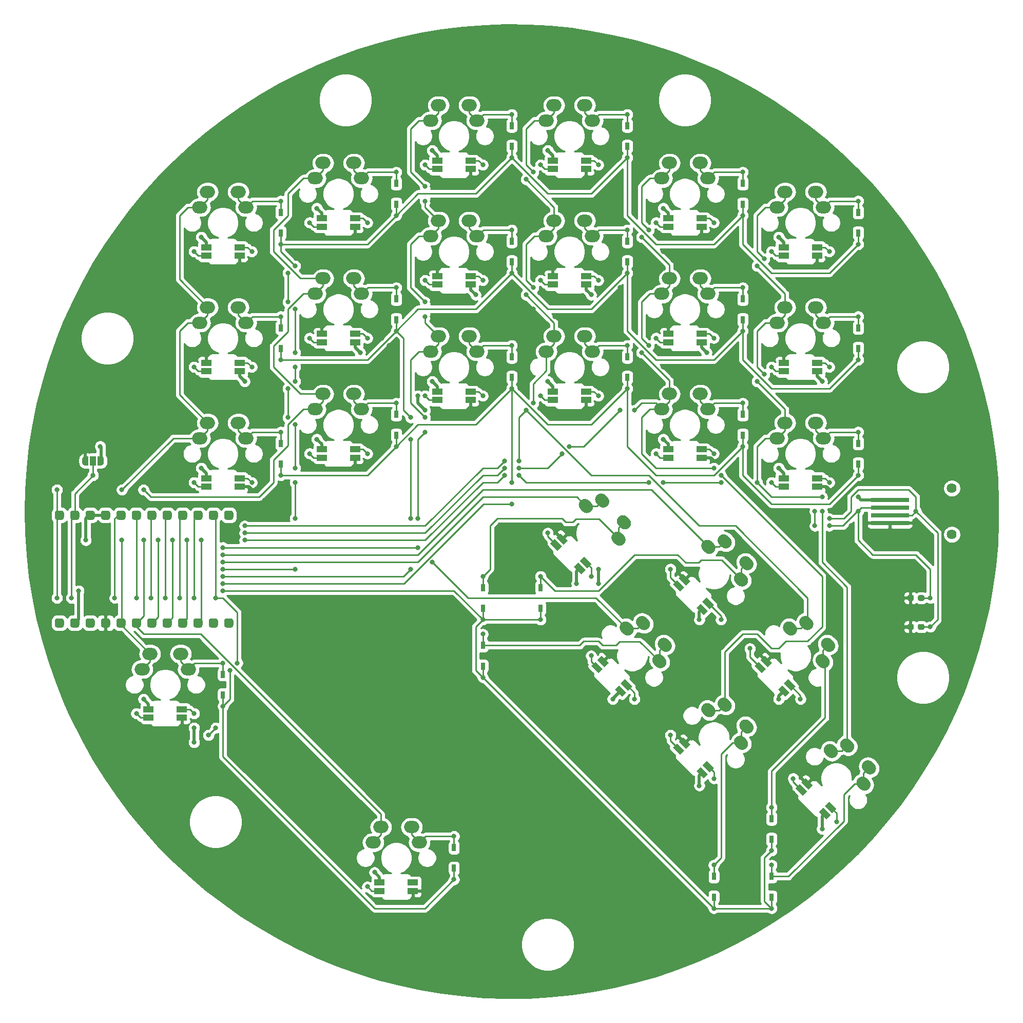
<source format=gbl>
G04 #@! TF.GenerationSoftware,KiCad,Pcbnew,(5.1.9)-1*
G04 #@! TF.CreationDate,2021-10-14T03:32:22+09:00*
G04 #@! TF.ProjectId,GraSPIntEx,47726153-5049-46e7-9445-782e6b696361,rev?*
G04 #@! TF.SameCoordinates,Original*
G04 #@! TF.FileFunction,Copper,L2,Bot*
G04 #@! TF.FilePolarity,Positive*
%FSLAX46Y46*%
G04 Gerber Fmt 4.6, Leading zero omitted, Abs format (unit mm)*
G04 Created by KiCad (PCBNEW (5.1.9)-1) date 2021-10-14 03:32:22*
%MOMM*%
%LPD*%
G01*
G04 APERTURE LIST*
G04 #@! TA.AperFunction,ComponentPad*
%ADD10O,2.500000X2.000000*%
G04 #@! TD*
G04 #@! TA.AperFunction,SMDPad,CuDef*
%ADD11R,6.350000X0.760000*%
G04 #@! TD*
G04 #@! TA.AperFunction,SMDPad,CuDef*
%ADD12R,0.750000X1.200000*%
G04 #@! TD*
G04 #@! TA.AperFunction,SMDPad,CuDef*
%ADD13R,1.000000X1.500000*%
G04 #@! TD*
G04 #@! TA.AperFunction,SMDPad,CuDef*
%ADD14C,0.100000*%
G04 #@! TD*
G04 #@! TA.AperFunction,ComponentPad*
%ADD15C,1.625000*%
G04 #@! TD*
G04 #@! TA.AperFunction,SMDPad,CuDef*
%ADD16R,1.700000X1.000000*%
G04 #@! TD*
G04 #@! TA.AperFunction,ViaPad*
%ADD17C,0.800000*%
G04 #@! TD*
G04 #@! TA.AperFunction,Conductor*
%ADD18C,0.250000*%
G04 #@! TD*
G04 #@! TA.AperFunction,Conductor*
%ADD19C,0.500000*%
G04 #@! TD*
G04 #@! TA.AperFunction,Conductor*
%ADD20C,0.254000*%
G04 #@! TD*
G04 #@! TA.AperFunction,Conductor*
%ADD21C,0.100000*%
G04 #@! TD*
G04 APERTURE END LIST*
D10*
G04 #@! TO.P,SW18,1*
G04 #@! TO.N,X5*
X149860000Y-80645000D03*
G04 #@! TO.P,SW18,2*
G04 #@! TO.N,Net-(D35-Pad2)*
X156210000Y-83185000D03*
X154940000Y-80645000D03*
G04 #@! TO.P,SW18,1*
G04 #@! TO.N,X5*
X148590000Y-83185000D03*
G04 #@! TD*
G04 #@! TO.P,SW25,1*
G04 #@! TO.N,X0*
X45085000Y-118745000D03*
G04 #@! TO.P,SW25,2*
G04 #@! TO.N,Net-(D49-Pad2)*
X51435000Y-121285000D03*
X50165000Y-118745000D03*
G04 #@! TO.P,SW25,1*
G04 #@! TO.N,X0*
X43815000Y-121285000D03*
G04 #@! TD*
G04 #@! TO.P,SW5,1*
G04 #@! TO.N,X4*
X130810000Y-37782500D03*
G04 #@! TO.P,SW5,2*
G04 #@! TO.N,Net-(D10-Pad2)*
X137160000Y-40322500D03*
X135890000Y-37782500D03*
G04 #@! TO.P,SW5,1*
G04 #@! TO.N,X4*
X129540000Y-40322500D03*
G04 #@! TD*
G04 #@! TO.P,SW20,1*
G04 #@! TO.N,X1*
G04 #@! TA.AperFunction,ComponentPad*
G36*
G01*
X139024667Y-99320078D02*
X139024667Y-99320078D01*
G75*
G02*
X140438881Y-99320078I707107J-707107D01*
G01*
X140792435Y-99673632D01*
G75*
G02*
X140792435Y-101087846I-707107J-707107D01*
G01*
X140792435Y-101087846D01*
G75*
G02*
X139378221Y-101087846I-707107J707107D01*
G01*
X139024667Y-100734292D01*
G75*
G02*
X139024667Y-99320078I707107J707107D01*
G01*
G37*
G04 #@! TD.AperFunction*
G04 #@! TO.P,SW20,2*
G04 #@! TO.N,Net-(D39-Pad2)*
G04 #@! TA.AperFunction,ComponentPad*
G36*
G01*
X141718744Y-105606258D02*
X141718744Y-105606258D01*
G75*
G02*
X143132958Y-105606258I707107J-707107D01*
G01*
X143486512Y-105959812D01*
G75*
G02*
X143486512Y-107374026I-707107J-707107D01*
G01*
X143486512Y-107374026D01*
G75*
G02*
X142072298Y-107374026I-707107J707107D01*
G01*
X141718744Y-107020472D01*
G75*
G02*
X141718744Y-105606258I707107J707107D01*
G01*
G37*
G04 #@! TD.AperFunction*
G04 #@! TA.AperFunction,ComponentPad*
G36*
G01*
X142616770Y-102912181D02*
X142616770Y-102912181D01*
G75*
G02*
X144030984Y-102912181I707107J-707107D01*
G01*
X144384538Y-103265735D01*
G75*
G02*
X144384538Y-104679949I-707107J-707107D01*
G01*
X144384538Y-104679949D01*
G75*
G02*
X142970324Y-104679949I-707107J707107D01*
G01*
X142616770Y-104326395D01*
G75*
G02*
X142616770Y-102912181I707107J707107D01*
G01*
G37*
G04 #@! TD.AperFunction*
G04 #@! TO.P,SW20,1*
G04 #@! TO.N,X1*
G04 #@! TA.AperFunction,ComponentPad*
G36*
G01*
X136330590Y-100218104D02*
X136330590Y-100218104D01*
G75*
G02*
X137744804Y-100218104I707107J-707107D01*
G01*
X138098358Y-100571658D01*
G75*
G02*
X138098358Y-101985872I-707107J-707107D01*
G01*
X138098358Y-101985872D01*
G75*
G02*
X136684144Y-101985872I-707107J707107D01*
G01*
X136330590Y-101632318D01*
G75*
G02*
X136330590Y-100218104I707107J707107D01*
G01*
G37*
G04 #@! TD.AperFunction*
G04 #@! TD*
G04 #@! TO.P,SW6,1*
G04 #@! TO.N,X5*
X149860000Y-42545000D03*
G04 #@! TO.P,SW6,2*
G04 #@! TO.N,Net-(D11-Pad2)*
X156210000Y-45085000D03*
X154940000Y-42545000D03*
G04 #@! TO.P,SW6,1*
G04 #@! TO.N,X5*
X148590000Y-45085000D03*
G04 #@! TD*
G04 #@! TO.P,SW17,1*
G04 #@! TO.N,X4*
X130810000Y-75882500D03*
G04 #@! TO.P,SW17,2*
G04 #@! TO.N,Net-(D33-Pad2)*
X137160000Y-78422500D03*
X135890000Y-75882500D03*
G04 #@! TO.P,SW17,1*
G04 #@! TO.N,X4*
X129540000Y-78422500D03*
G04 #@! TD*
G04 #@! TO.P,SW9,1*
G04 #@! TO.N,X2*
X92710000Y-47307500D03*
G04 #@! TO.P,SW9,2*
G04 #@! TO.N,Net-(D17-Pad2)*
X99060000Y-49847500D03*
X97790000Y-47307500D03*
G04 #@! TO.P,SW9,1*
G04 #@! TO.N,X2*
X91440000Y-49847500D03*
G04 #@! TD*
G04 #@! TO.P,SW11,1*
G04 #@! TO.N,X4*
X130810000Y-56832500D03*
G04 #@! TO.P,SW11,2*
G04 #@! TO.N,Net-(D21-Pad2)*
X137160000Y-59372500D03*
X135890000Y-56832500D03*
G04 #@! TO.P,SW11,1*
G04 #@! TO.N,X4*
X129540000Y-59372500D03*
G04 #@! TD*
G04 #@! TO.P,SW14,1*
G04 #@! TO.N,X1*
X73660000Y-75882500D03*
G04 #@! TO.P,SW14,2*
G04 #@! TO.N,Net-(D27-Pad2)*
X80010000Y-78422500D03*
X78740000Y-75882500D03*
G04 #@! TO.P,SW14,1*
G04 #@! TO.N,X1*
X72390000Y-78422500D03*
G04 #@! TD*
G04 #@! TO.P,SW7,1*
G04 #@! TO.N,X0*
X54610000Y-61595000D03*
G04 #@! TO.P,SW7,2*
G04 #@! TO.N,Net-(D13-Pad2)*
X60960000Y-64135000D03*
X59690000Y-61595000D03*
G04 #@! TO.P,SW7,1*
G04 #@! TO.N,X0*
X53340000Y-64135000D03*
G04 #@! TD*
G04 #@! TO.P,SW15,1*
G04 #@! TO.N,X2*
X92710000Y-66357500D03*
G04 #@! TO.P,SW15,2*
G04 #@! TO.N,Net-(D29-Pad2)*
X99060000Y-68897500D03*
X97790000Y-66357500D03*
G04 #@! TO.P,SW15,1*
G04 #@! TO.N,X2*
X91440000Y-68897500D03*
G04 #@! TD*
D11*
G04 #@! TO.P,J2,4*
G04 #@! TO.N,VCC*
X167159500Y-97155000D03*
G04 #@! TO.P,J2,3*
G04 #@! TO.N,SDA*
X167159500Y-95885000D03*
G04 #@! TO.P,J2,2*
G04 #@! TO.N,SCL*
X167159500Y-94615000D03*
G04 #@! TO.P,J2,1*
G04 #@! TO.N,GND*
X167159500Y-93345000D03*
G04 #@! TD*
D10*
G04 #@! TO.P,SW3,1*
G04 #@! TO.N,X2*
X92710000Y-28257500D03*
G04 #@! TO.P,SW3,2*
G04 #@! TO.N,Net-(D5-Pad2)*
X99060000Y-30797500D03*
X97790000Y-28257500D03*
G04 #@! TO.P,SW3,1*
G04 #@! TO.N,X2*
X91440000Y-30797500D03*
G04 #@! TD*
G04 #@! TO.P,SW16,1*
G04 #@! TO.N,X3*
X111760000Y-66357500D03*
G04 #@! TO.P,SW16,2*
G04 #@! TO.N,Net-(D31-Pad2)*
X118110000Y-68897500D03*
X116840000Y-66357500D03*
G04 #@! TO.P,SW16,1*
G04 #@! TO.N,X3*
X110490000Y-68897500D03*
G04 #@! TD*
G04 #@! TO.P,SW23,1*
G04 #@! TO.N,X4*
G04 #@! TA.AperFunction,ComponentPad*
G36*
G01*
X139024667Y-126260846D02*
X139024667Y-126260846D01*
G75*
G02*
X140438881Y-126260846I707107J-707107D01*
G01*
X140792435Y-126614400D01*
G75*
G02*
X140792435Y-128028614I-707107J-707107D01*
G01*
X140792435Y-128028614D01*
G75*
G02*
X139378221Y-128028614I-707107J707107D01*
G01*
X139024667Y-127675060D01*
G75*
G02*
X139024667Y-126260846I707107J707107D01*
G01*
G37*
G04 #@! TD.AperFunction*
G04 #@! TO.P,SW23,2*
G04 #@! TO.N,Net-(D45-Pad2)*
G04 #@! TA.AperFunction,ComponentPad*
G36*
G01*
X141718744Y-132547026D02*
X141718744Y-132547026D01*
G75*
G02*
X143132958Y-132547026I707107J-707107D01*
G01*
X143486512Y-132900580D01*
G75*
G02*
X143486512Y-134314794I-707107J-707107D01*
G01*
X143486512Y-134314794D01*
G75*
G02*
X142072298Y-134314794I-707107J707107D01*
G01*
X141718744Y-133961240D01*
G75*
G02*
X141718744Y-132547026I707107J707107D01*
G01*
G37*
G04 #@! TD.AperFunction*
G04 #@! TA.AperFunction,ComponentPad*
G36*
G01*
X142616770Y-129852949D02*
X142616770Y-129852949D01*
G75*
G02*
X144030984Y-129852949I707107J-707107D01*
G01*
X144384538Y-130206503D01*
G75*
G02*
X144384538Y-131620717I-707107J-707107D01*
G01*
X144384538Y-131620717D01*
G75*
G02*
X142970324Y-131620717I-707107J707107D01*
G01*
X142616770Y-131267163D01*
G75*
G02*
X142616770Y-129852949I707107J707107D01*
G01*
G37*
G04 #@! TD.AperFunction*
G04 #@! TO.P,SW23,1*
G04 #@! TO.N,X4*
G04 #@! TA.AperFunction,ComponentPad*
G36*
G01*
X136330590Y-127158872D02*
X136330590Y-127158872D01*
G75*
G02*
X137744804Y-127158872I707107J-707107D01*
G01*
X138098358Y-127512426D01*
G75*
G02*
X138098358Y-128926640I-707107J-707107D01*
G01*
X138098358Y-128926640D01*
G75*
G02*
X136684144Y-128926640I-707107J707107D01*
G01*
X136330590Y-128573086D01*
G75*
G02*
X136330590Y-127158872I707107J707107D01*
G01*
G37*
G04 #@! TD.AperFunction*
G04 #@! TD*
G04 #@! TO.P,SW13,1*
G04 #@! TO.N,X0*
X54610000Y-80645000D03*
G04 #@! TO.P,SW13,2*
G04 #@! TO.N,Net-(D25-Pad2)*
X60960000Y-83185000D03*
X59690000Y-80645000D03*
G04 #@! TO.P,SW13,1*
G04 #@! TO.N,X0*
X53340000Y-83185000D03*
G04 #@! TD*
G04 #@! TO.P,R3,2*
G04 #@! TO.N,SCL*
G04 #@! TA.AperFunction,SMDPad,CuDef*
G36*
G01*
X171800000Y-109775000D02*
X171800000Y-109300000D01*
G75*
G02*
X172037500Y-109062500I237500J0D01*
G01*
X172612500Y-109062500D01*
G75*
G02*
X172850000Y-109300000I0J-237500D01*
G01*
X172850000Y-109775000D01*
G75*
G02*
X172612500Y-110012500I-237500J0D01*
G01*
X172037500Y-110012500D01*
G75*
G02*
X171800000Y-109775000I0J237500D01*
G01*
G37*
G04 #@! TD.AperFunction*
G04 #@! TO.P,R3,1*
G04 #@! TO.N,VCC*
G04 #@! TA.AperFunction,SMDPad,CuDef*
G36*
G01*
X170050000Y-109775000D02*
X170050000Y-109300000D01*
G75*
G02*
X170287500Y-109062500I237500J0D01*
G01*
X170862500Y-109062500D01*
G75*
G02*
X171100000Y-109300000I0J-237500D01*
G01*
X171100000Y-109775000D01*
G75*
G02*
X170862500Y-110012500I-237500J0D01*
G01*
X170287500Y-110012500D01*
G75*
G02*
X170050000Y-109775000I0J237500D01*
G01*
G37*
G04 #@! TD.AperFunction*
G04 #@! TD*
G04 #@! TO.P,SW1,1*
G04 #@! TO.N,X0*
X54610000Y-42545000D03*
G04 #@! TO.P,SW1,2*
G04 #@! TO.N,Net-(D1-Pad2)*
X60960000Y-45085000D03*
X59690000Y-42545000D03*
G04 #@! TO.P,SW1,1*
G04 #@! TO.N,X0*
X53340000Y-45085000D03*
G04 #@! TD*
G04 #@! TO.P,SW2,1*
G04 #@! TO.N,X1*
X73660000Y-37782500D03*
G04 #@! TO.P,SW2,2*
G04 #@! TO.N,Net-(D3-Pad2)*
X80010000Y-40322500D03*
X78740000Y-37782500D03*
G04 #@! TO.P,SW2,1*
G04 #@! TO.N,X1*
X72390000Y-40322500D03*
G04 #@! TD*
G04 #@! TO.P,SW4,1*
G04 #@! TO.N,X3*
X111760000Y-28257500D03*
G04 #@! TO.P,SW4,2*
G04 #@! TO.N,Net-(D7-Pad2)*
X118110000Y-30797500D03*
X116840000Y-28257500D03*
G04 #@! TO.P,SW4,1*
G04 #@! TO.N,X3*
X110490000Y-30797500D03*
G04 #@! TD*
G04 #@! TO.P,SW21,1*
G04 #@! TO.N,X2*
G04 #@! TA.AperFunction,ComponentPad*
G36*
G01*
X125554283Y-112790462D02*
X125554283Y-112790462D01*
G75*
G02*
X126968497Y-112790462I707107J-707107D01*
G01*
X127322051Y-113144016D01*
G75*
G02*
X127322051Y-114558230I-707107J-707107D01*
G01*
X127322051Y-114558230D01*
G75*
G02*
X125907837Y-114558230I-707107J707107D01*
G01*
X125554283Y-114204676D01*
G75*
G02*
X125554283Y-112790462I707107J707107D01*
G01*
G37*
G04 #@! TD.AperFunction*
G04 #@! TO.P,SW21,2*
G04 #@! TO.N,Net-(D41-Pad2)*
G04 #@! TA.AperFunction,ComponentPad*
G36*
G01*
X128248360Y-119076642D02*
X128248360Y-119076642D01*
G75*
G02*
X129662574Y-119076642I707107J-707107D01*
G01*
X130016128Y-119430196D01*
G75*
G02*
X130016128Y-120844410I-707107J-707107D01*
G01*
X130016128Y-120844410D01*
G75*
G02*
X128601914Y-120844410I-707107J707107D01*
G01*
X128248360Y-120490856D01*
G75*
G02*
X128248360Y-119076642I707107J707107D01*
G01*
G37*
G04 #@! TD.AperFunction*
G04 #@! TA.AperFunction,ComponentPad*
G36*
G01*
X129146386Y-116382565D02*
X129146386Y-116382565D01*
G75*
G02*
X130560600Y-116382565I707107J-707107D01*
G01*
X130914154Y-116736119D01*
G75*
G02*
X130914154Y-118150333I-707107J-707107D01*
G01*
X130914154Y-118150333D01*
G75*
G02*
X129499940Y-118150333I-707107J707107D01*
G01*
X129146386Y-117796779D01*
G75*
G02*
X129146386Y-116382565I707107J707107D01*
G01*
G37*
G04 #@! TD.AperFunction*
G04 #@! TO.P,SW21,1*
G04 #@! TO.N,X2*
G04 #@! TA.AperFunction,ComponentPad*
G36*
G01*
X122860206Y-113688488D02*
X122860206Y-113688488D01*
G75*
G02*
X124274420Y-113688488I707107J-707107D01*
G01*
X124627974Y-114042042D01*
G75*
G02*
X124627974Y-115456256I-707107J-707107D01*
G01*
X124627974Y-115456256D01*
G75*
G02*
X123213760Y-115456256I-707107J707107D01*
G01*
X122860206Y-115102702D01*
G75*
G02*
X122860206Y-113688488I707107J707107D01*
G01*
G37*
G04 #@! TD.AperFunction*
G04 #@! TD*
G04 #@! TO.P,SW10,1*
G04 #@! TO.N,X3*
X111760000Y-47307500D03*
G04 #@! TO.P,SW10,2*
G04 #@! TO.N,Net-(D19-Pad2)*
X118110000Y-49847500D03*
X116840000Y-47307500D03*
G04 #@! TO.P,SW10,1*
G04 #@! TO.N,X3*
X110490000Y-49847500D03*
G04 #@! TD*
G04 #@! TO.P,SW8,1*
G04 #@! TO.N,X1*
X73660000Y-56832500D03*
G04 #@! TO.P,SW8,2*
G04 #@! TO.N,Net-(D15-Pad2)*
X80010000Y-59372500D03*
X78740000Y-56832500D03*
G04 #@! TO.P,SW8,1*
G04 #@! TO.N,X1*
X72390000Y-59372500D03*
G04 #@! TD*
G04 #@! TO.P,SW22,1*
G04 #@! TO.N,X3*
G04 #@! TA.AperFunction,ComponentPad*
G36*
G01*
X152495051Y-112790462D02*
X152495051Y-112790462D01*
G75*
G02*
X153909265Y-112790462I707107J-707107D01*
G01*
X154262819Y-113144016D01*
G75*
G02*
X154262819Y-114558230I-707107J-707107D01*
G01*
X154262819Y-114558230D01*
G75*
G02*
X152848605Y-114558230I-707107J707107D01*
G01*
X152495051Y-114204676D01*
G75*
G02*
X152495051Y-112790462I707107J707107D01*
G01*
G37*
G04 #@! TD.AperFunction*
G04 #@! TO.P,SW22,2*
G04 #@! TO.N,Net-(D43-Pad2)*
G04 #@! TA.AperFunction,ComponentPad*
G36*
G01*
X155189128Y-119076642D02*
X155189128Y-119076642D01*
G75*
G02*
X156603342Y-119076642I707107J-707107D01*
G01*
X156956896Y-119430196D01*
G75*
G02*
X156956896Y-120844410I-707107J-707107D01*
G01*
X156956896Y-120844410D01*
G75*
G02*
X155542682Y-120844410I-707107J707107D01*
G01*
X155189128Y-120490856D01*
G75*
G02*
X155189128Y-119076642I707107J707107D01*
G01*
G37*
G04 #@! TD.AperFunction*
G04 #@! TA.AperFunction,ComponentPad*
G36*
G01*
X156087154Y-116382565D02*
X156087154Y-116382565D01*
G75*
G02*
X157501368Y-116382565I707107J-707107D01*
G01*
X157854922Y-116736119D01*
G75*
G02*
X157854922Y-118150333I-707107J-707107D01*
G01*
X157854922Y-118150333D01*
G75*
G02*
X156440708Y-118150333I-707107J707107D01*
G01*
X156087154Y-117796779D01*
G75*
G02*
X156087154Y-116382565I707107J707107D01*
G01*
G37*
G04 #@! TD.AperFunction*
G04 #@! TO.P,SW22,1*
G04 #@! TO.N,X3*
G04 #@! TA.AperFunction,ComponentPad*
G36*
G01*
X149800974Y-113688488D02*
X149800974Y-113688488D01*
G75*
G02*
X151215188Y-113688488I707107J-707107D01*
G01*
X151568742Y-114042042D01*
G75*
G02*
X151568742Y-115456256I-707107J-707107D01*
G01*
X151568742Y-115456256D01*
G75*
G02*
X150154528Y-115456256I-707107J707107D01*
G01*
X149800974Y-115102702D01*
G75*
G02*
X149800974Y-113688488I707107J707107D01*
G01*
G37*
G04 #@! TD.AperFunction*
G04 #@! TD*
G04 #@! TO.P,SW26,1*
G04 #@! TO.N,X1*
X83185000Y-147320000D03*
G04 #@! TO.P,SW26,2*
G04 #@! TO.N,Net-(D51-Pad2)*
X89535000Y-149860000D03*
X88265000Y-147320000D03*
G04 #@! TO.P,SW26,1*
G04 #@! TO.N,X1*
X81915000Y-149860000D03*
G04 #@! TD*
G04 #@! TO.P,SW19,1*
G04 #@! TO.N,X0*
G04 #@! TA.AperFunction,ComponentPad*
G36*
G01*
X118819091Y-92584886D02*
X118819091Y-92584886D01*
G75*
G02*
X120233305Y-92584886I707107J-707107D01*
G01*
X120586859Y-92938440D01*
G75*
G02*
X120586859Y-94352654I-707107J-707107D01*
G01*
X120586859Y-94352654D01*
G75*
G02*
X119172645Y-94352654I-707107J707107D01*
G01*
X118819091Y-93999100D01*
G75*
G02*
X118819091Y-92584886I707107J707107D01*
G01*
G37*
G04 #@! TD.AperFunction*
G04 #@! TO.P,SW19,2*
G04 #@! TO.N,Net-(D37-Pad2)*
G04 #@! TA.AperFunction,ComponentPad*
G36*
G01*
X121513168Y-98871066D02*
X121513168Y-98871066D01*
G75*
G02*
X122927382Y-98871066I707107J-707107D01*
G01*
X123280936Y-99224620D01*
G75*
G02*
X123280936Y-100638834I-707107J-707107D01*
G01*
X123280936Y-100638834D01*
G75*
G02*
X121866722Y-100638834I-707107J707107D01*
G01*
X121513168Y-100285280D01*
G75*
G02*
X121513168Y-98871066I707107J707107D01*
G01*
G37*
G04 #@! TD.AperFunction*
G04 #@! TA.AperFunction,ComponentPad*
G36*
G01*
X122411194Y-96176989D02*
X122411194Y-96176989D01*
G75*
G02*
X123825408Y-96176989I707107J-707107D01*
G01*
X124178962Y-96530543D01*
G75*
G02*
X124178962Y-97944757I-707107J-707107D01*
G01*
X124178962Y-97944757D01*
G75*
G02*
X122764748Y-97944757I-707107J707107D01*
G01*
X122411194Y-97591203D01*
G75*
G02*
X122411194Y-96176989I707107J707107D01*
G01*
G37*
G04 #@! TD.AperFunction*
G04 #@! TO.P,SW19,1*
G04 #@! TO.N,X0*
G04 #@! TA.AperFunction,ComponentPad*
G36*
G01*
X116125014Y-93482912D02*
X116125014Y-93482912D01*
G75*
G02*
X117539228Y-93482912I707107J-707107D01*
G01*
X117892782Y-93836466D01*
G75*
G02*
X117892782Y-95250680I-707107J-707107D01*
G01*
X117892782Y-95250680D01*
G75*
G02*
X116478568Y-95250680I-707107J707107D01*
G01*
X116125014Y-94897126D01*
G75*
G02*
X116125014Y-93482912I707107J707107D01*
G01*
G37*
G04 #@! TD.AperFunction*
G04 #@! TD*
G04 #@! TO.P,U2,24*
G04 #@! TO.N,N/C*
G04 #@! TA.AperFunction,SMDPad,CuDef*
G36*
G01*
X29781500Y-112903000D02*
X30543500Y-112903000D01*
G75*
G02*
X30924500Y-113284000I0J-381000D01*
G01*
X30924500Y-114046000D01*
G75*
G02*
X30543500Y-114427000I-381000J0D01*
G01*
X29781500Y-114427000D01*
G75*
G02*
X29400500Y-114046000I0J381000D01*
G01*
X29400500Y-113284000D01*
G75*
G02*
X29781500Y-112903000I381000J0D01*
G01*
G37*
G04 #@! TD.AperFunction*
G04 #@! TO.P,U2,23*
G04 #@! TO.N,GND*
G04 #@! TA.AperFunction,SMDPad,CuDef*
G36*
G01*
X32321500Y-112903000D02*
X33083500Y-112903000D01*
G75*
G02*
X33464500Y-113284000I0J-381000D01*
G01*
X33464500Y-114046000D01*
G75*
G02*
X33083500Y-114427000I-381000J0D01*
G01*
X32321500Y-114427000D01*
G75*
G02*
X31940500Y-114046000I0J381000D01*
G01*
X31940500Y-113284000D01*
G75*
G02*
X32321500Y-112903000I381000J0D01*
G01*
G37*
G04 #@! TD.AperFunction*
G04 #@! TO.P,U2,22*
G04 #@! TO.N,N/C*
G04 #@! TA.AperFunction,SMDPad,CuDef*
G36*
G01*
X34861500Y-112903000D02*
X35623500Y-112903000D01*
G75*
G02*
X36004500Y-113284000I0J-381000D01*
G01*
X36004500Y-114046000D01*
G75*
G02*
X35623500Y-114427000I-381000J0D01*
G01*
X34861500Y-114427000D01*
G75*
G02*
X34480500Y-114046000I0J381000D01*
G01*
X34480500Y-113284000D01*
G75*
G02*
X34861500Y-112903000I381000J0D01*
G01*
G37*
G04 #@! TD.AperFunction*
G04 #@! TO.P,U2,21*
G04 #@! TO.N,VCC*
G04 #@! TA.AperFunction,SMDPad,CuDef*
G36*
G01*
X37401500Y-112903000D02*
X38163500Y-112903000D01*
G75*
G02*
X38544500Y-113284000I0J-381000D01*
G01*
X38544500Y-114046000D01*
G75*
G02*
X38163500Y-114427000I-381000J0D01*
G01*
X37401500Y-114427000D01*
G75*
G02*
X37020500Y-114046000I0J381000D01*
G01*
X37020500Y-113284000D01*
G75*
G02*
X37401500Y-112903000I381000J0D01*
G01*
G37*
G04 #@! TD.AperFunction*
G04 #@! TO.P,U2,20*
G04 #@! TO.N,X0*
G04 #@! TA.AperFunction,SMDPad,CuDef*
G36*
G01*
X39941500Y-112903000D02*
X40703500Y-112903000D01*
G75*
G02*
X41084500Y-113284000I0J-381000D01*
G01*
X41084500Y-114046000D01*
G75*
G02*
X40703500Y-114427000I-381000J0D01*
G01*
X39941500Y-114427000D01*
G75*
G02*
X39560500Y-114046000I0J381000D01*
G01*
X39560500Y-113284000D01*
G75*
G02*
X39941500Y-112903000I381000J0D01*
G01*
G37*
G04 #@! TD.AperFunction*
G04 #@! TO.P,U2,19*
G04 #@! TO.N,X1*
G04 #@! TA.AperFunction,SMDPad,CuDef*
G36*
G01*
X42481500Y-112903000D02*
X43243500Y-112903000D01*
G75*
G02*
X43624500Y-113284000I0J-381000D01*
G01*
X43624500Y-114046000D01*
G75*
G02*
X43243500Y-114427000I-381000J0D01*
G01*
X42481500Y-114427000D01*
G75*
G02*
X42100500Y-114046000I0J381000D01*
G01*
X42100500Y-113284000D01*
G75*
G02*
X42481500Y-112903000I381000J0D01*
G01*
G37*
G04 #@! TD.AperFunction*
G04 #@! TO.P,U2,18*
G04 #@! TO.N,X2*
G04 #@! TA.AperFunction,SMDPad,CuDef*
G36*
G01*
X45021500Y-112903000D02*
X45783500Y-112903000D01*
G75*
G02*
X46164500Y-113284000I0J-381000D01*
G01*
X46164500Y-114046000D01*
G75*
G02*
X45783500Y-114427000I-381000J0D01*
G01*
X45021500Y-114427000D01*
G75*
G02*
X44640500Y-114046000I0J381000D01*
G01*
X44640500Y-113284000D01*
G75*
G02*
X45021500Y-112903000I381000J0D01*
G01*
G37*
G04 #@! TD.AperFunction*
G04 #@! TO.P,U2,17*
G04 #@! TO.N,X3*
G04 #@! TA.AperFunction,SMDPad,CuDef*
G36*
G01*
X47561500Y-112903000D02*
X48323500Y-112903000D01*
G75*
G02*
X48704500Y-113284000I0J-381000D01*
G01*
X48704500Y-114046000D01*
G75*
G02*
X48323500Y-114427000I-381000J0D01*
G01*
X47561500Y-114427000D01*
G75*
G02*
X47180500Y-114046000I0J381000D01*
G01*
X47180500Y-113284000D01*
G75*
G02*
X47561500Y-112903000I381000J0D01*
G01*
G37*
G04 #@! TD.AperFunction*
G04 #@! TO.P,U2,16*
G04 #@! TO.N,X4*
G04 #@! TA.AperFunction,SMDPad,CuDef*
G36*
G01*
X50101500Y-112903000D02*
X50863500Y-112903000D01*
G75*
G02*
X51244500Y-113284000I0J-381000D01*
G01*
X51244500Y-114046000D01*
G75*
G02*
X50863500Y-114427000I-381000J0D01*
G01*
X50101500Y-114427000D01*
G75*
G02*
X49720500Y-114046000I0J381000D01*
G01*
X49720500Y-113284000D01*
G75*
G02*
X50101500Y-112903000I381000J0D01*
G01*
G37*
G04 #@! TD.AperFunction*
G04 #@! TO.P,U2,15*
G04 #@! TO.N,X5*
G04 #@! TA.AperFunction,SMDPad,CuDef*
G36*
G01*
X52641500Y-112903000D02*
X53403500Y-112903000D01*
G75*
G02*
X53784500Y-113284000I0J-381000D01*
G01*
X53784500Y-114046000D01*
G75*
G02*
X53403500Y-114427000I-381000J0D01*
G01*
X52641500Y-114427000D01*
G75*
G02*
X52260500Y-114046000I0J381000D01*
G01*
X52260500Y-113284000D01*
G75*
G02*
X52641500Y-112903000I381000J0D01*
G01*
G37*
G04 #@! TD.AperFunction*
G04 #@! TO.P,U2,14*
G04 #@! TO.N,N/C*
G04 #@! TA.AperFunction,SMDPad,CuDef*
G36*
G01*
X55181500Y-112903000D02*
X55943500Y-112903000D01*
G75*
G02*
X56324500Y-113284000I0J-381000D01*
G01*
X56324500Y-114046000D01*
G75*
G02*
X55943500Y-114427000I-381000J0D01*
G01*
X55181500Y-114427000D01*
G75*
G02*
X54800500Y-114046000I0J381000D01*
G01*
X54800500Y-113284000D01*
G75*
G02*
X55181500Y-112903000I381000J0D01*
G01*
G37*
G04 #@! TD.AperFunction*
G04 #@! TO.P,U2,13*
G04 #@! TA.AperFunction,SMDPad,CuDef*
G36*
G01*
X57721500Y-112903000D02*
X58483500Y-112903000D01*
G75*
G02*
X58864500Y-113284000I0J-381000D01*
G01*
X58864500Y-114046000D01*
G75*
G02*
X58483500Y-114427000I-381000J0D01*
G01*
X57721500Y-114427000D01*
G75*
G02*
X57340500Y-114046000I0J381000D01*
G01*
X57340500Y-113284000D01*
G75*
G02*
X57721500Y-112903000I381000J0D01*
G01*
G37*
G04 #@! TD.AperFunction*
G04 #@! TO.P,U2,12*
G04 #@! TA.AperFunction,SMDPad,CuDef*
G36*
G01*
X57721500Y-95123000D02*
X58483500Y-95123000D01*
G75*
G02*
X58864500Y-95504000I0J-381000D01*
G01*
X58864500Y-96266000D01*
G75*
G02*
X58483500Y-96647000I-381000J0D01*
G01*
X57721500Y-96647000D01*
G75*
G02*
X57340500Y-96266000I0J381000D01*
G01*
X57340500Y-95504000D01*
G75*
G02*
X57721500Y-95123000I381000J0D01*
G01*
G37*
G04 #@! TD.AperFunction*
G04 #@! TO.P,U2,11*
G04 #@! TO.N,Y4*
G04 #@! TA.AperFunction,SMDPad,CuDef*
G36*
G01*
X55181500Y-95123000D02*
X55943500Y-95123000D01*
G75*
G02*
X56324500Y-95504000I0J-381000D01*
G01*
X56324500Y-96266000D01*
G75*
G02*
X55943500Y-96647000I-381000J0D01*
G01*
X55181500Y-96647000D01*
G75*
G02*
X54800500Y-96266000I0J381000D01*
G01*
X54800500Y-95504000D01*
G75*
G02*
X55181500Y-95123000I381000J0D01*
G01*
G37*
G04 #@! TD.AperFunction*
G04 #@! TO.P,U2,10*
G04 #@! TO.N,Y3*
G04 #@! TA.AperFunction,SMDPad,CuDef*
G36*
G01*
X52641500Y-95123000D02*
X53403500Y-95123000D01*
G75*
G02*
X53784500Y-95504000I0J-381000D01*
G01*
X53784500Y-96266000D01*
G75*
G02*
X53403500Y-96647000I-381000J0D01*
G01*
X52641500Y-96647000D01*
G75*
G02*
X52260500Y-96266000I0J381000D01*
G01*
X52260500Y-95504000D01*
G75*
G02*
X52641500Y-95123000I381000J0D01*
G01*
G37*
G04 #@! TD.AperFunction*
G04 #@! TO.P,U2,9*
G04 #@! TO.N,Y2*
G04 #@! TA.AperFunction,SMDPad,CuDef*
G36*
G01*
X50101500Y-95123000D02*
X50863500Y-95123000D01*
G75*
G02*
X51244500Y-95504000I0J-381000D01*
G01*
X51244500Y-96266000D01*
G75*
G02*
X50863500Y-96647000I-381000J0D01*
G01*
X50101500Y-96647000D01*
G75*
G02*
X49720500Y-96266000I0J381000D01*
G01*
X49720500Y-95504000D01*
G75*
G02*
X50101500Y-95123000I381000J0D01*
G01*
G37*
G04 #@! TD.AperFunction*
G04 #@! TO.P,U2,8*
G04 #@! TO.N,Y1*
G04 #@! TA.AperFunction,SMDPad,CuDef*
G36*
G01*
X47561500Y-95123000D02*
X48323500Y-95123000D01*
G75*
G02*
X48704500Y-95504000I0J-381000D01*
G01*
X48704500Y-96266000D01*
G75*
G02*
X48323500Y-96647000I-381000J0D01*
G01*
X47561500Y-96647000D01*
G75*
G02*
X47180500Y-96266000I0J381000D01*
G01*
X47180500Y-95504000D01*
G75*
G02*
X47561500Y-95123000I381000J0D01*
G01*
G37*
G04 #@! TD.AperFunction*
G04 #@! TO.P,U2,7*
G04 #@! TO.N,Y0*
G04 #@! TA.AperFunction,SMDPad,CuDef*
G36*
G01*
X45021500Y-95123000D02*
X45783500Y-95123000D01*
G75*
G02*
X46164500Y-95504000I0J-381000D01*
G01*
X46164500Y-96266000D01*
G75*
G02*
X45783500Y-96647000I-381000J0D01*
G01*
X45021500Y-96647000D01*
G75*
G02*
X44640500Y-96266000I0J381000D01*
G01*
X44640500Y-95504000D01*
G75*
G02*
X45021500Y-95123000I381000J0D01*
G01*
G37*
G04 #@! TD.AperFunction*
G04 #@! TO.P,U2,6*
G04 #@! TO.N,SCL*
G04 #@! TA.AperFunction,SMDPad,CuDef*
G36*
G01*
X42481500Y-95123000D02*
X43243500Y-95123000D01*
G75*
G02*
X43624500Y-95504000I0J-381000D01*
G01*
X43624500Y-96266000D01*
G75*
G02*
X43243500Y-96647000I-381000J0D01*
G01*
X42481500Y-96647000D01*
G75*
G02*
X42100500Y-96266000I0J381000D01*
G01*
X42100500Y-95504000D01*
G75*
G02*
X42481500Y-95123000I381000J0D01*
G01*
G37*
G04 #@! TD.AperFunction*
G04 #@! TO.P,U2,5*
G04 #@! TO.N,SDA*
G04 #@! TA.AperFunction,SMDPad,CuDef*
G36*
G01*
X39941500Y-95123000D02*
X40703500Y-95123000D01*
G75*
G02*
X41084500Y-95504000I0J-381000D01*
G01*
X41084500Y-96266000D01*
G75*
G02*
X40703500Y-96647000I-381000J0D01*
G01*
X39941500Y-96647000D01*
G75*
G02*
X39560500Y-96266000I0J381000D01*
G01*
X39560500Y-95504000D01*
G75*
G02*
X39941500Y-95123000I381000J0D01*
G01*
G37*
G04 #@! TD.AperFunction*
G04 #@! TO.P,U2,4*
G04 #@! TO.N,GND*
G04 #@! TA.AperFunction,SMDPad,CuDef*
G36*
G01*
X37401500Y-95123000D02*
X38163500Y-95123000D01*
G75*
G02*
X38544500Y-95504000I0J-381000D01*
G01*
X38544500Y-96266000D01*
G75*
G02*
X38163500Y-96647000I-381000J0D01*
G01*
X37401500Y-96647000D01*
G75*
G02*
X37020500Y-96266000I0J381000D01*
G01*
X37020500Y-95504000D01*
G75*
G02*
X37401500Y-95123000I381000J0D01*
G01*
G37*
G04 #@! TD.AperFunction*
G04 #@! TO.P,U2,3*
G04 #@! TA.AperFunction,SMDPad,CuDef*
G36*
G01*
X34861500Y-95123000D02*
X35623500Y-95123000D01*
G75*
G02*
X36004500Y-95504000I0J-381000D01*
G01*
X36004500Y-96266000D01*
G75*
G02*
X35623500Y-96647000I-381000J0D01*
G01*
X34861500Y-96647000D01*
G75*
G02*
X34480500Y-96266000I0J381000D01*
G01*
X34480500Y-95504000D01*
G75*
G02*
X34861500Y-95123000I381000J0D01*
G01*
G37*
G04 #@! TD.AperFunction*
G04 #@! TO.P,U2,2*
G04 #@! TO.N,RX1*
G04 #@! TA.AperFunction,SMDPad,CuDef*
G36*
G01*
X32321500Y-95123000D02*
X33083500Y-95123000D01*
G75*
G02*
X33464500Y-95504000I0J-381000D01*
G01*
X33464500Y-96266000D01*
G75*
G02*
X33083500Y-96647000I-381000J0D01*
G01*
X32321500Y-96647000D01*
G75*
G02*
X31940500Y-96266000I0J381000D01*
G01*
X31940500Y-95504000D01*
G75*
G02*
X32321500Y-95123000I381000J0D01*
G01*
G37*
G04 #@! TD.AperFunction*
G04 #@! TO.P,U2,1*
G04 #@! TO.N,LED_IN*
G04 #@! TA.AperFunction,SMDPad,CuDef*
G36*
G01*
X29781500Y-95123000D02*
X30543500Y-95123000D01*
G75*
G02*
X30924500Y-95504000I0J-381000D01*
G01*
X30924500Y-96266000D01*
G75*
G02*
X30543500Y-96647000I-381000J0D01*
G01*
X29781500Y-96647000D01*
G75*
G02*
X29400500Y-96266000I0J381000D01*
G01*
X29400500Y-95504000D01*
G75*
G02*
X29781500Y-95123000I381000J0D01*
G01*
G37*
G04 #@! TD.AperFunction*
G04 #@! TD*
G04 #@! TO.P,SW12,1*
G04 #@! TO.N,X5*
X149860000Y-61595000D03*
G04 #@! TO.P,SW12,2*
G04 #@! TO.N,Net-(D23-Pad2)*
X156210000Y-64135000D03*
X154940000Y-61595000D03*
G04 #@! TO.P,SW12,1*
G04 #@! TO.N,X5*
X148590000Y-64135000D03*
G04 #@! TD*
G04 #@! TO.P,R4,2*
G04 #@! TO.N,SDA*
G04 #@! TA.AperFunction,SMDPad,CuDef*
G36*
G01*
X171800000Y-114537500D02*
X171800000Y-114062500D01*
G75*
G02*
X172037500Y-113825000I237500J0D01*
G01*
X172612500Y-113825000D01*
G75*
G02*
X172850000Y-114062500I0J-237500D01*
G01*
X172850000Y-114537500D01*
G75*
G02*
X172612500Y-114775000I-237500J0D01*
G01*
X172037500Y-114775000D01*
G75*
G02*
X171800000Y-114537500I0J237500D01*
G01*
G37*
G04 #@! TD.AperFunction*
G04 #@! TO.P,R4,1*
G04 #@! TO.N,VCC*
G04 #@! TA.AperFunction,SMDPad,CuDef*
G36*
G01*
X170050000Y-114537500D02*
X170050000Y-114062500D01*
G75*
G02*
X170287500Y-113825000I237500J0D01*
G01*
X170862500Y-113825000D01*
G75*
G02*
X171100000Y-114062500I0J-237500D01*
G01*
X171100000Y-114537500D01*
G75*
G02*
X170862500Y-114775000I-237500J0D01*
G01*
X170287500Y-114775000D01*
G75*
G02*
X170050000Y-114537500I0J237500D01*
G01*
G37*
G04 #@! TD.AperFunction*
G04 #@! TD*
G04 #@! TO.P,SW24,1*
G04 #@! TO.N,X5*
G04 #@! TA.AperFunction,ComponentPad*
G36*
G01*
X159230243Y-132996038D02*
X159230243Y-132996038D01*
G75*
G02*
X160644457Y-132996038I707107J-707107D01*
G01*
X160998011Y-133349592D01*
G75*
G02*
X160998011Y-134763806I-707107J-707107D01*
G01*
X160998011Y-134763806D01*
G75*
G02*
X159583797Y-134763806I-707107J707107D01*
G01*
X159230243Y-134410252D01*
G75*
G02*
X159230243Y-132996038I707107J707107D01*
G01*
G37*
G04 #@! TD.AperFunction*
G04 #@! TO.P,SW24,2*
G04 #@! TO.N,Net-(D47-Pad2)*
G04 #@! TA.AperFunction,ComponentPad*
G36*
G01*
X161924320Y-139282218D02*
X161924320Y-139282218D01*
G75*
G02*
X163338534Y-139282218I707107J-707107D01*
G01*
X163692088Y-139635772D01*
G75*
G02*
X163692088Y-141049986I-707107J-707107D01*
G01*
X163692088Y-141049986D01*
G75*
G02*
X162277874Y-141049986I-707107J707107D01*
G01*
X161924320Y-140696432D01*
G75*
G02*
X161924320Y-139282218I707107J707107D01*
G01*
G37*
G04 #@! TD.AperFunction*
G04 #@! TA.AperFunction,ComponentPad*
G36*
G01*
X162822346Y-136588141D02*
X162822346Y-136588141D01*
G75*
G02*
X164236560Y-136588141I707107J-707107D01*
G01*
X164590114Y-136941695D01*
G75*
G02*
X164590114Y-138355909I-707107J-707107D01*
G01*
X164590114Y-138355909D01*
G75*
G02*
X163175900Y-138355909I-707107J707107D01*
G01*
X162822346Y-138002355D01*
G75*
G02*
X162822346Y-136588141I707107J707107D01*
G01*
G37*
G04 #@! TD.AperFunction*
G04 #@! TO.P,SW24,1*
G04 #@! TO.N,X5*
G04 #@! TA.AperFunction,ComponentPad*
G36*
G01*
X156536166Y-133894064D02*
X156536166Y-133894064D01*
G75*
G02*
X157950380Y-133894064I707107J-707107D01*
G01*
X158303934Y-134247618D01*
G75*
G02*
X158303934Y-135661832I-707107J-707107D01*
G01*
X158303934Y-135661832D01*
G75*
G02*
X156889720Y-135661832I-707107J707107D01*
G01*
X156536166Y-135308278D01*
G75*
G02*
X156536166Y-133894064I707107J707107D01*
G01*
G37*
G04 #@! TD.AperFunction*
G04 #@! TD*
D12*
G04 #@! TO.P,D12,2*
G04 #@! TO.N,Net-(D11-Pad2)*
X161925000Y-45925000D03*
G04 #@! TO.P,D12,1*
G04 #@! TO.N,Y0*
X161925000Y-49325000D03*
G04 #@! TD*
G04 #@! TO.P,D4,2*
G04 #@! TO.N,Net-(D3-Pad2)*
X85725000Y-41162500D03*
G04 #@! TO.P,D4,1*
G04 #@! TO.N,Y0*
X85725000Y-44562500D03*
G04 #@! TD*
G04 #@! TO.P,D30,2*
G04 #@! TO.N,Net-(D29-Pad2)*
X104775000Y-69737500D03*
G04 #@! TO.P,D30,1*
G04 #@! TO.N,Y2*
X104775000Y-73137500D03*
G04 #@! TD*
G04 #@! TO.P,D10,2*
G04 #@! TO.N,Net-(D10-Pad2)*
X142875000Y-41162500D03*
G04 #@! TO.P,D10,1*
G04 #@! TO.N,Y0*
X142875000Y-44562500D03*
G04 #@! TD*
G04 #@! TO.P,D20,2*
G04 #@! TO.N,Net-(D19-Pad2)*
X123825000Y-50687500D03*
G04 #@! TO.P,D20,1*
G04 #@! TO.N,Y1*
X123825000Y-54087500D03*
G04 #@! TD*
G04 #@! TO.P,D16,2*
G04 #@! TO.N,Net-(D15-Pad2)*
X85725000Y-60212500D03*
G04 #@! TO.P,D16,1*
G04 #@! TO.N,Y1*
X85725000Y-63612500D03*
G04 #@! TD*
G04 #@! TO.P,D18,2*
G04 #@! TO.N,Net-(D17-Pad2)*
X104775000Y-50687500D03*
G04 #@! TO.P,D18,1*
G04 #@! TO.N,Y1*
X104775000Y-54087500D03*
G04 #@! TD*
G04 #@! TO.P,D6,2*
G04 #@! TO.N,Net-(D5-Pad2)*
X104775000Y-31637500D03*
G04 #@! TO.P,D6,1*
G04 #@! TO.N,Y0*
X104775000Y-35037500D03*
G04 #@! TD*
G04 #@! TO.P,D2,2*
G04 #@! TO.N,Net-(D1-Pad2)*
X66675000Y-45925000D03*
G04 #@! TO.P,D2,1*
G04 #@! TO.N,Y0*
X66675000Y-49325000D03*
G04 #@! TD*
G04 #@! TO.P,D26,2*
G04 #@! TO.N,Net-(D25-Pad2)*
X66675000Y-84025000D03*
G04 #@! TO.P,D26,1*
G04 #@! TO.N,Y2*
X66675000Y-87425000D03*
G04 #@! TD*
G04 #@! TO.P,D8,2*
G04 #@! TO.N,Net-(D7-Pad2)*
X123825000Y-31637500D03*
G04 #@! TO.P,D8,1*
G04 #@! TO.N,Y0*
X123825000Y-35037500D03*
G04 #@! TD*
G04 #@! TO.P,D14,2*
G04 #@! TO.N,Net-(D13-Pad2)*
X66675000Y-64975000D03*
G04 #@! TO.P,D14,1*
G04 #@! TO.N,Y1*
X66675000Y-68375000D03*
G04 #@! TD*
G04 #@! TO.P,D22,2*
G04 #@! TO.N,Net-(D21-Pad2)*
X142875000Y-60212500D03*
G04 #@! TO.P,D22,1*
G04 #@! TO.N,Y1*
X142875000Y-63612500D03*
G04 #@! TD*
G04 #@! TO.P,D28,2*
G04 #@! TO.N,Net-(D27-Pad2)*
X85725000Y-79262500D03*
G04 #@! TO.P,D28,1*
G04 #@! TO.N,Y2*
X85725000Y-82662500D03*
G04 #@! TD*
G04 #@! TO.P,D24,2*
G04 #@! TO.N,Net-(D23-Pad2)*
X161925000Y-64975000D03*
G04 #@! TO.P,D24,1*
G04 #@! TO.N,Y1*
X161925000Y-68375000D03*
G04 #@! TD*
G04 #@! TO.P,D32,2*
G04 #@! TO.N,Net-(D31-Pad2)*
X123825000Y-69737500D03*
G04 #@! TO.P,D32,1*
G04 #@! TO.N,Y2*
X123825000Y-73137500D03*
G04 #@! TD*
G04 #@! TO.P,D36,2*
G04 #@! TO.N,Net-(D35-Pad2)*
X161925000Y-84025000D03*
G04 #@! TO.P,D36,1*
G04 #@! TO.N,Y2*
X161925000Y-87425000D03*
G04 #@! TD*
G04 #@! TO.P,D38,2*
G04 #@! TO.N,Net-(D37-Pad2)*
X100012500Y-107837500D03*
G04 #@! TO.P,D38,1*
G04 #@! TO.N,Y3*
X100012500Y-111237500D03*
G04 #@! TD*
G04 #@! TO.P,D40,2*
G04 #@! TO.N,Net-(D39-Pad2)*
X109537500Y-107837500D03*
G04 #@! TO.P,D40,1*
G04 #@! TO.N,Y3*
X109537500Y-111237500D03*
G04 #@! TD*
G04 #@! TO.P,D42,2*
G04 #@! TO.N,Net-(D41-Pad2)*
X100012500Y-117362500D03*
G04 #@! TO.P,D42,1*
G04 #@! TO.N,Y3*
X100012500Y-120762500D03*
G04 #@! TD*
G04 #@! TO.P,D44,2*
G04 #@! TO.N,Net-(D43-Pad2)*
X147637500Y-145937500D03*
G04 #@! TO.P,D44,1*
G04 #@! TO.N,Y3*
X147637500Y-149337500D03*
G04 #@! TD*
G04 #@! TO.P,D46,2*
G04 #@! TO.N,Net-(D45-Pad2)*
X138112500Y-155462500D03*
G04 #@! TO.P,D46,1*
G04 #@! TO.N,Y3*
X138112500Y-158862500D03*
G04 #@! TD*
G04 #@! TO.P,D48,2*
G04 #@! TO.N,Net-(D47-Pad2)*
X147637500Y-155462500D03*
G04 #@! TO.P,D48,1*
G04 #@! TO.N,Y3*
X147637500Y-158862500D03*
G04 #@! TD*
G04 #@! TO.P,D34,2*
G04 #@! TO.N,Net-(D33-Pad2)*
X142875000Y-79262500D03*
G04 #@! TO.P,D34,1*
G04 #@! TO.N,Y2*
X142875000Y-82662500D03*
G04 #@! TD*
G04 #@! TO.P,D50,2*
G04 #@! TO.N,Net-(D49-Pad2)*
X57150000Y-122125000D03*
G04 #@! TO.P,D50,1*
G04 #@! TO.N,Y4*
X57150000Y-125525000D03*
G04 #@! TD*
G04 #@! TO.P,D52,2*
G04 #@! TO.N,Net-(D51-Pad2)*
X95250000Y-150700000D03*
G04 #@! TO.P,D52,1*
G04 #@! TO.N,Y4*
X95250000Y-154100000D03*
G04 #@! TD*
D13*
G04 #@! TO.P,JP2,2*
G04 #@! TO.N,RX1*
X35718750Y-86915625D03*
G04 #@! TA.AperFunction,SMDPad,CuDef*
D14*
G04 #@! TO.P,JP2,3*
G04 #@! TO.N,GND*
G36*
X37018750Y-86166227D02*
G01*
X37043284Y-86166227D01*
X37092115Y-86171037D01*
X37140240Y-86180609D01*
X37187195Y-86194853D01*
X37232528Y-86213630D01*
X37275801Y-86236761D01*
X37316600Y-86264021D01*
X37354529Y-86295149D01*
X37389226Y-86329846D01*
X37420354Y-86367775D01*
X37447614Y-86408574D01*
X37470745Y-86451847D01*
X37489522Y-86497180D01*
X37503766Y-86544135D01*
X37513338Y-86592260D01*
X37518148Y-86641091D01*
X37518148Y-86665625D01*
X37518750Y-86665625D01*
X37518750Y-87165625D01*
X37518148Y-87165625D01*
X37518148Y-87190159D01*
X37513338Y-87238990D01*
X37503766Y-87287115D01*
X37489522Y-87334070D01*
X37470745Y-87379403D01*
X37447614Y-87422676D01*
X37420354Y-87463475D01*
X37389226Y-87501404D01*
X37354529Y-87536101D01*
X37316600Y-87567229D01*
X37275801Y-87594489D01*
X37232528Y-87617620D01*
X37187195Y-87636397D01*
X37140240Y-87650641D01*
X37092115Y-87660213D01*
X37043284Y-87665023D01*
X37018750Y-87665023D01*
X37018750Y-87665625D01*
X36468750Y-87665625D01*
X36468750Y-86165625D01*
X37018750Y-86165625D01*
X37018750Y-86166227D01*
G37*
G04 #@! TD.AperFunction*
G04 #@! TA.AperFunction,SMDPad,CuDef*
G04 #@! TO.P,JP2,1*
G04 #@! TO.N,VCC*
G36*
X34968750Y-87665625D02*
G01*
X34418750Y-87665625D01*
X34418750Y-87665023D01*
X34394216Y-87665023D01*
X34345385Y-87660213D01*
X34297260Y-87650641D01*
X34250305Y-87636397D01*
X34204972Y-87617620D01*
X34161699Y-87594489D01*
X34120900Y-87567229D01*
X34082971Y-87536101D01*
X34048274Y-87501404D01*
X34017146Y-87463475D01*
X33989886Y-87422676D01*
X33966755Y-87379403D01*
X33947978Y-87334070D01*
X33933734Y-87287115D01*
X33924162Y-87238990D01*
X33919352Y-87190159D01*
X33919352Y-87165625D01*
X33918750Y-87165625D01*
X33918750Y-86665625D01*
X33919352Y-86665625D01*
X33919352Y-86641091D01*
X33924162Y-86592260D01*
X33933734Y-86544135D01*
X33947978Y-86497180D01*
X33966755Y-86451847D01*
X33989886Y-86408574D01*
X34017146Y-86367775D01*
X34048274Y-86329846D01*
X34082971Y-86295149D01*
X34120900Y-86264021D01*
X34161699Y-86236761D01*
X34204972Y-86213630D01*
X34250305Y-86194853D01*
X34297260Y-86180609D01*
X34345385Y-86171037D01*
X34394216Y-86166227D01*
X34418750Y-86166227D01*
X34418750Y-86165625D01*
X34968750Y-86165625D01*
X34968750Y-87665625D01*
G37*
G04 #@! TD.AperFunction*
G04 #@! TD*
D15*
G04 #@! TO.P,J1,MH2*
G04 #@! TO.N,N/C*
X177384500Y-91440000D03*
G04 #@! TO.P,J1,MH1*
X177384500Y-99060000D03*
G04 #@! TD*
D16*
G04 #@! TO.P,LED29,2*
G04 #@! TO.N,Net-(LED29-Pad2)*
X98000000Y-37400000D03*
G04 #@! TO.P,LED29,1*
G04 #@! TO.N,VCC*
X98000000Y-38800000D03*
G04 #@! TO.P,LED29,3*
G04 #@! TO.N,GND*
X92500000Y-37400000D03*
G04 #@! TO.P,LED29,4*
G04 #@! TO.N,Net-(LED2-Pad2)*
X92500000Y-38800000D03*
G04 #@! TD*
G04 #@! TO.P,LED33,2*
G04 #@! TO.N,Net-(LED33-Pad2)*
X149650000Y-72137500D03*
G04 #@! TO.P,LED33,1*
G04 #@! TO.N,VCC*
X149650000Y-70737500D03*
G04 #@! TO.P,LED33,3*
G04 #@! TO.N,GND*
X155150000Y-72137500D03*
G04 #@! TO.P,LED33,4*
G04 #@! TO.N,Net-(LED32-Pad2)*
X155150000Y-70737500D03*
G04 #@! TD*
G04 #@! TO.P,LED30,2*
G04 #@! TO.N,Net-(LED30-Pad2)*
X117050000Y-37400000D03*
G04 #@! TO.P,LED30,1*
G04 #@! TO.N,VCC*
X117050000Y-38800000D03*
G04 #@! TO.P,LED30,3*
G04 #@! TO.N,GND*
X111550000Y-37400000D03*
G04 #@! TO.P,LED30,4*
G04 #@! TO.N,Net-(LED29-Pad2)*
X111550000Y-38800000D03*
G04 #@! TD*
G04 #@! TO.P,LED40,2*
G04 #@! TO.N,Net-(LED14-Pad2)*
X78950000Y-85025000D03*
G04 #@! TO.P,LED40,1*
G04 #@! TO.N,VCC*
X78950000Y-86425000D03*
G04 #@! TO.P,LED40,3*
G04 #@! TO.N,GND*
X73450000Y-85025000D03*
G04 #@! TO.P,LED40,4*
G04 #@! TO.N,Net-(LED13-Pad2)*
X73450000Y-86425000D03*
G04 #@! TD*
G04 #@! TO.P,LED42,2*
G04 #@! TO.N,Net-(LED16-Pad2)*
X117050000Y-75500000D03*
G04 #@! TO.P,LED42,1*
G04 #@! TO.N,VCC*
X117050000Y-76900000D03*
G04 #@! TO.P,LED42,3*
G04 #@! TO.N,GND*
X111550000Y-75500000D03*
G04 #@! TO.P,LED42,4*
G04 #@! TO.N,Net-(LED15-Pad2)*
X111550000Y-76900000D03*
G04 #@! TD*
G04 #@! TO.P,LED44,2*
G04 #@! TO.N,Net-(LED18-Pad2)*
X155150000Y-89787500D03*
G04 #@! TO.P,LED44,1*
G04 #@! TO.N,VCC*
X155150000Y-91187500D03*
G04 #@! TO.P,LED44,3*
G04 #@! TO.N,GND*
X149650000Y-89787500D03*
G04 #@! TO.P,LED44,4*
G04 #@! TO.N,Net-(LED17-Pad2)*
X149650000Y-91187500D03*
G04 #@! TD*
G04 #@! TA.AperFunction,SMDPad,CuDef*
D14*
G04 #@! TO.P,LED46,2*
G04 #@! TO.N,Net-(LED20-Pad2)*
G36*
X133259980Y-134698398D02*
G01*
X132552873Y-135405505D01*
X131350792Y-134203424D01*
X132057899Y-133496317D01*
X133259980Y-134698398D01*
G37*
G04 #@! TD.AperFunction*
G04 #@! TA.AperFunction,SMDPad,CuDef*
G04 #@! TO.P,LED46,1*
G04 #@! TO.N,VCC*
G36*
X134249929Y-133708449D02*
G01*
X133542822Y-134415556D01*
X132340741Y-133213475D01*
X133047848Y-132506368D01*
X134249929Y-133708449D01*
G37*
G04 #@! TD.AperFunction*
G04 #@! TA.AperFunction,SMDPad,CuDef*
G04 #@! TO.P,LED46,3*
G04 #@! TO.N,GND*
G36*
X137149067Y-138587485D02*
G01*
X136441960Y-139294592D01*
X135239879Y-138092511D01*
X135946986Y-137385404D01*
X137149067Y-138587485D01*
G37*
G04 #@! TD.AperFunction*
G04 #@! TA.AperFunction,SMDPad,CuDef*
G04 #@! TO.P,LED46,4*
G04 #@! TO.N,Net-(LED19-Pad2)*
G36*
X138139016Y-137597536D02*
G01*
X137431909Y-138304643D01*
X136229828Y-137102562D01*
X136936935Y-136395455D01*
X138139016Y-137597536D01*
G37*
G04 #@! TD.AperFunction*
G04 #@! TD*
G04 #@! TA.AperFunction,SMDPad,CuDef*
G04 #@! TO.P,LED48,2*
G04 #@! TO.N,Net-(LED22-Pad2)*
G36*
X119789596Y-121228014D02*
G01*
X119082489Y-121935121D01*
X117880408Y-120733040D01*
X118587515Y-120025933D01*
X119789596Y-121228014D01*
G37*
G04 #@! TD.AperFunction*
G04 #@! TA.AperFunction,SMDPad,CuDef*
G04 #@! TO.P,LED48,1*
G04 #@! TO.N,VCC*
G36*
X120779545Y-120238065D02*
G01*
X120072438Y-120945172D01*
X118870357Y-119743091D01*
X119577464Y-119035984D01*
X120779545Y-120238065D01*
G37*
G04 #@! TD.AperFunction*
G04 #@! TA.AperFunction,SMDPad,CuDef*
G04 #@! TO.P,LED48,3*
G04 #@! TO.N,GND*
G36*
X123678683Y-125117101D02*
G01*
X122971576Y-125824208D01*
X121769495Y-124622127D01*
X122476602Y-123915020D01*
X123678683Y-125117101D01*
G37*
G04 #@! TD.AperFunction*
G04 #@! TA.AperFunction,SMDPad,CuDef*
G04 #@! TO.P,LED48,4*
G04 #@! TO.N,Net-(LED21-Pad2)*
G36*
X124668632Y-124127152D02*
G01*
X123961525Y-124834259D01*
X122759444Y-123632178D01*
X123466551Y-122925071D01*
X124668632Y-124127152D01*
G37*
G04 #@! TD.AperFunction*
G04 #@! TD*
D16*
G04 #@! TO.P,LED51,2*
G04 #@! TO.N,Net-(LED25-Pad2)*
X50375000Y-127887500D03*
G04 #@! TO.P,LED51,1*
G04 #@! TO.N,VCC*
X50375000Y-129287500D03*
G04 #@! TO.P,LED51,3*
G04 #@! TO.N,GND*
X44875000Y-127887500D03*
G04 #@! TO.P,LED51,4*
G04 #@! TO.N,Net-(LED24-Pad2)*
X44875000Y-129287500D03*
G04 #@! TD*
G04 #@! TO.P,LED32,2*
G04 #@! TO.N,Net-(LED32-Pad2)*
X155150000Y-51687500D03*
G04 #@! TO.P,LED32,1*
G04 #@! TO.N,VCC*
X155150000Y-53087500D03*
G04 #@! TO.P,LED32,3*
G04 #@! TO.N,GND*
X149650000Y-51687500D03*
G04 #@! TO.P,LED32,4*
G04 #@! TO.N,Net-(LED31-Pad2)*
X149650000Y-53087500D03*
G04 #@! TD*
G04 #@! TO.P,LED34,2*
G04 #@! TO.N,Net-(LED34-Pad2)*
X130600000Y-67375000D03*
G04 #@! TO.P,LED34,1*
G04 #@! TO.N,VCC*
X130600000Y-65975000D03*
G04 #@! TO.P,LED34,3*
G04 #@! TO.N,GND*
X136100000Y-67375000D03*
G04 #@! TO.P,LED34,4*
G04 #@! TO.N,Net-(LED33-Pad2)*
X136100000Y-65975000D03*
G04 #@! TD*
G04 #@! TO.P,LED28,2*
G04 #@! TO.N,Net-(LED2-Pad2)*
X78950000Y-46925000D03*
G04 #@! TO.P,LED28,1*
G04 #@! TO.N,VCC*
X78950000Y-48325000D03*
G04 #@! TO.P,LED28,3*
G04 #@! TO.N,GND*
X73450000Y-46925000D03*
G04 #@! TO.P,LED28,4*
G04 #@! TO.N,Net-(LED1-Pad2)*
X73450000Y-48325000D03*
G04 #@! TD*
G04 #@! TO.P,LED31,2*
G04 #@! TO.N,Net-(LED31-Pad2)*
X136100000Y-46925000D03*
G04 #@! TO.P,LED31,1*
G04 #@! TO.N,VCC*
X136100000Y-48325000D03*
G04 #@! TO.P,LED31,3*
G04 #@! TO.N,GND*
X130600000Y-46925000D03*
G04 #@! TO.P,LED31,4*
G04 #@! TO.N,Net-(LED30-Pad2)*
X130600000Y-48325000D03*
G04 #@! TD*
G04 #@! TO.P,LED35,2*
G04 #@! TO.N,Net-(LED10-Pad4)*
X111550000Y-57850000D03*
G04 #@! TO.P,LED35,1*
G04 #@! TO.N,VCC*
X111550000Y-56450000D03*
G04 #@! TO.P,LED35,3*
G04 #@! TO.N,GND*
X117050000Y-57850000D03*
G04 #@! TO.P,LED35,4*
G04 #@! TO.N,Net-(LED34-Pad2)*
X117050000Y-56450000D03*
G04 #@! TD*
G04 #@! TO.P,LED27,2*
G04 #@! TO.N,Net-(LED1-Pad2)*
X59900000Y-51687500D03*
G04 #@! TO.P,LED27,1*
G04 #@! TO.N,VCC*
X59900000Y-53087500D03*
G04 #@! TO.P,LED27,3*
G04 #@! TO.N,GND*
X54400000Y-51687500D03*
G04 #@! TO.P,LED27,4*
G04 #@! TO.N,LED_IN*
X54400000Y-53087500D03*
G04 #@! TD*
G04 #@! TO.P,LED36,2*
G04 #@! TO.N,Net-(LED10-Pad2)*
X92500000Y-57850000D03*
G04 #@! TO.P,LED36,1*
G04 #@! TO.N,VCC*
X92500000Y-56450000D03*
G04 #@! TO.P,LED36,3*
G04 #@! TO.N,GND*
X98000000Y-57850000D03*
G04 #@! TO.P,LED36,4*
G04 #@! TO.N,Net-(LED10-Pad4)*
X98000000Y-56450000D03*
G04 #@! TD*
G04 #@! TO.P,LED37,2*
G04 #@! TO.N,Net-(LED11-Pad2)*
X73450000Y-67375000D03*
G04 #@! TO.P,LED37,1*
G04 #@! TO.N,VCC*
X73450000Y-65975000D03*
G04 #@! TO.P,LED37,3*
G04 #@! TO.N,GND*
X78950000Y-67375000D03*
G04 #@! TO.P,LED37,4*
G04 #@! TO.N,Net-(LED10-Pad2)*
X78950000Y-65975000D03*
G04 #@! TD*
G04 #@! TO.P,LED38,2*
G04 #@! TO.N,Net-(LED12-Pad2)*
X54400000Y-72137500D03*
G04 #@! TO.P,LED38,1*
G04 #@! TO.N,VCC*
X54400000Y-70737500D03*
G04 #@! TO.P,LED38,3*
G04 #@! TO.N,GND*
X59900000Y-72137500D03*
G04 #@! TO.P,LED38,4*
G04 #@! TO.N,Net-(LED11-Pad2)*
X59900000Y-70737500D03*
G04 #@! TD*
G04 #@! TO.P,LED39,2*
G04 #@! TO.N,Net-(LED13-Pad2)*
X59900000Y-89787500D03*
G04 #@! TO.P,LED39,1*
G04 #@! TO.N,VCC*
X59900000Y-91187500D03*
G04 #@! TO.P,LED39,3*
G04 #@! TO.N,GND*
X54400000Y-89787500D03*
G04 #@! TO.P,LED39,4*
G04 #@! TO.N,Net-(LED12-Pad2)*
X54400000Y-91187500D03*
G04 #@! TD*
G04 #@! TO.P,LED41,2*
G04 #@! TO.N,Net-(LED15-Pad2)*
X98000000Y-75500000D03*
G04 #@! TO.P,LED41,1*
G04 #@! TO.N,VCC*
X98000000Y-76900000D03*
G04 #@! TO.P,LED41,3*
G04 #@! TO.N,GND*
X92500000Y-75500000D03*
G04 #@! TO.P,LED41,4*
G04 #@! TO.N,Net-(LED14-Pad2)*
X92500000Y-76900000D03*
G04 #@! TD*
G04 #@! TO.P,LED43,2*
G04 #@! TO.N,Net-(LED17-Pad2)*
X136100000Y-85025000D03*
G04 #@! TO.P,LED43,1*
G04 #@! TO.N,VCC*
X136100000Y-86425000D03*
G04 #@! TO.P,LED43,3*
G04 #@! TO.N,GND*
X130600000Y-85025000D03*
G04 #@! TO.P,LED43,4*
G04 #@! TO.N,Net-(LED16-Pad2)*
X130600000Y-86425000D03*
G04 #@! TD*
G04 #@! TA.AperFunction,SMDPad,CuDef*
D14*
G04 #@! TO.P,LED45,2*
G04 #@! TO.N,Net-(LED19-Pad2)*
G36*
X153465556Y-141433590D02*
G01*
X152758449Y-142140697D01*
X151556368Y-140938616D01*
X152263475Y-140231509D01*
X153465556Y-141433590D01*
G37*
G04 #@! TD.AperFunction*
G04 #@! TA.AperFunction,SMDPad,CuDef*
G04 #@! TO.P,LED45,1*
G04 #@! TO.N,VCC*
G36*
X154455505Y-140443641D02*
G01*
X153748398Y-141150748D01*
X152546317Y-139948667D01*
X153253424Y-139241560D01*
X154455505Y-140443641D01*
G37*
G04 #@! TD.AperFunction*
G04 #@! TA.AperFunction,SMDPad,CuDef*
G04 #@! TO.P,LED45,3*
G04 #@! TO.N,GND*
G36*
X157354643Y-145322677D02*
G01*
X156647536Y-146029784D01*
X155445455Y-144827703D01*
X156152562Y-144120596D01*
X157354643Y-145322677D01*
G37*
G04 #@! TD.AperFunction*
G04 #@! TA.AperFunction,SMDPad,CuDef*
G04 #@! TO.P,LED45,4*
G04 #@! TO.N,Net-(LED18-Pad2)*
G36*
X158344592Y-144332728D02*
G01*
X157637485Y-145039835D01*
X156435404Y-143837754D01*
X157142511Y-143130647D01*
X158344592Y-144332728D01*
G37*
G04 #@! TD.AperFunction*
G04 #@! TD*
G04 #@! TA.AperFunction,SMDPad,CuDef*
G04 #@! TO.P,LED47,2*
G04 #@! TO.N,Net-(LED21-Pad2)*
G36*
X146730364Y-121228014D02*
G01*
X146023257Y-121935121D01*
X144821176Y-120733040D01*
X145528283Y-120025933D01*
X146730364Y-121228014D01*
G37*
G04 #@! TD.AperFunction*
G04 #@! TA.AperFunction,SMDPad,CuDef*
G04 #@! TO.P,LED47,1*
G04 #@! TO.N,VCC*
G36*
X147720313Y-120238065D02*
G01*
X147013206Y-120945172D01*
X145811125Y-119743091D01*
X146518232Y-119035984D01*
X147720313Y-120238065D01*
G37*
G04 #@! TD.AperFunction*
G04 #@! TA.AperFunction,SMDPad,CuDef*
G04 #@! TO.P,LED47,3*
G04 #@! TO.N,GND*
G36*
X150619451Y-125117101D02*
G01*
X149912344Y-125824208D01*
X148710263Y-124622127D01*
X149417370Y-123915020D01*
X150619451Y-125117101D01*
G37*
G04 #@! TD.AperFunction*
G04 #@! TA.AperFunction,SMDPad,CuDef*
G04 #@! TO.P,LED47,4*
G04 #@! TO.N,Net-(LED20-Pad2)*
G36*
X151609400Y-124127152D02*
G01*
X150902293Y-124834259D01*
X149700212Y-123632178D01*
X150407319Y-122925071D01*
X151609400Y-124127152D01*
G37*
G04 #@! TD.AperFunction*
G04 #@! TD*
G04 #@! TA.AperFunction,SMDPad,CuDef*
G04 #@! TO.P,LED49,2*
G04 #@! TO.N,Net-(LED23-Pad2)*
G36*
X133259980Y-107757630D02*
G01*
X132552873Y-108464737D01*
X131350792Y-107262656D01*
X132057899Y-106555549D01*
X133259980Y-107757630D01*
G37*
G04 #@! TD.AperFunction*
G04 #@! TA.AperFunction,SMDPad,CuDef*
G04 #@! TO.P,LED49,1*
G04 #@! TO.N,VCC*
G36*
X134249929Y-106767681D02*
G01*
X133542822Y-107474788D01*
X132340741Y-106272707D01*
X133047848Y-105565600D01*
X134249929Y-106767681D01*
G37*
G04 #@! TD.AperFunction*
G04 #@! TA.AperFunction,SMDPad,CuDef*
G04 #@! TO.P,LED49,3*
G04 #@! TO.N,GND*
G36*
X137149067Y-111646717D02*
G01*
X136441960Y-112353824D01*
X135239879Y-111151743D01*
X135946986Y-110444636D01*
X137149067Y-111646717D01*
G37*
G04 #@! TD.AperFunction*
G04 #@! TA.AperFunction,SMDPad,CuDef*
G04 #@! TO.P,LED49,4*
G04 #@! TO.N,Net-(LED22-Pad2)*
G36*
X138139016Y-110656768D02*
G01*
X137431909Y-111363875D01*
X136229828Y-110161794D01*
X136936935Y-109454687D01*
X138139016Y-110656768D01*
G37*
G04 #@! TD.AperFunction*
G04 #@! TD*
G04 #@! TA.AperFunction,SMDPad,CuDef*
G04 #@! TO.P,LED50,2*
G04 #@! TO.N,Net-(LED24-Pad2)*
G36*
X113054404Y-101022438D02*
G01*
X112347297Y-101729545D01*
X111145216Y-100527464D01*
X111852323Y-99820357D01*
X113054404Y-101022438D01*
G37*
G04 #@! TD.AperFunction*
G04 #@! TA.AperFunction,SMDPad,CuDef*
G04 #@! TO.P,LED50,1*
G04 #@! TO.N,VCC*
G36*
X114044353Y-100032489D02*
G01*
X113337246Y-100739596D01*
X112135165Y-99537515D01*
X112842272Y-98830408D01*
X114044353Y-100032489D01*
G37*
G04 #@! TD.AperFunction*
G04 #@! TA.AperFunction,SMDPad,CuDef*
G04 #@! TO.P,LED50,3*
G04 #@! TO.N,GND*
G36*
X116943491Y-104911525D02*
G01*
X116236384Y-105618632D01*
X115034303Y-104416551D01*
X115741410Y-103709444D01*
X116943491Y-104911525D01*
G37*
G04 #@! TD.AperFunction*
G04 #@! TA.AperFunction,SMDPad,CuDef*
G04 #@! TO.P,LED50,4*
G04 #@! TO.N,Net-(LED23-Pad2)*
G36*
X117933440Y-103921576D02*
G01*
X117226333Y-104628683D01*
X116024252Y-103426602D01*
X116731359Y-102719495D01*
X117933440Y-103921576D01*
G37*
G04 #@! TD.AperFunction*
G04 #@! TD*
D16*
G04 #@! TO.P,LED52,2*
G04 #@! TO.N,N/C*
X88475000Y-156462500D03*
G04 #@! TO.P,LED52,1*
G04 #@! TO.N,VCC*
X88475000Y-157862500D03*
G04 #@! TO.P,LED52,3*
G04 #@! TO.N,GND*
X82975000Y-156462500D03*
G04 #@! TO.P,LED52,4*
G04 #@! TO.N,Net-(LED25-Pad2)*
X82975000Y-157862500D03*
G04 #@! TD*
D17*
G04 #@! TO.N,Net-(D1-Pad2)*
X66675000Y-44053125D03*
G04 #@! TO.N,Y0*
X45243750Y-109537500D03*
X66675000Y-51196875D03*
X85725000Y-46434375D03*
X104775000Y-36909375D03*
X123825000Y-36909375D03*
X142875000Y-46434375D03*
X161925000Y-51196875D03*
X57150000Y-104775000D03*
X69056250Y-104775000D03*
X69056250Y-90487500D03*
X69056250Y-88106250D03*
X69056250Y-80962500D03*
X67865625Y-79771875D03*
X67865625Y-75009375D03*
X69056250Y-73818750D03*
X69056250Y-71437500D03*
X69056250Y-69056250D03*
X69056250Y-61912500D03*
X67865625Y-60721875D03*
X67865625Y-55959375D03*
X69056250Y-54768750D03*
X69056250Y-96440625D03*
G04 #@! TO.N,Net-(D3-Pad2)*
X85725000Y-39290625D03*
G04 #@! TO.N,Net-(D5-Pad2)*
X104775000Y-29765625D03*
G04 #@! TO.N,Net-(D7-Pad2)*
X123825000Y-29765625D03*
G04 #@! TO.N,Net-(D10-Pad2)*
X142875000Y-39290625D03*
G04 #@! TO.N,Net-(D11-Pad2)*
X161925000Y-44053125D03*
G04 #@! TO.N,Net-(D13-Pad2)*
X66675000Y-63103125D03*
G04 #@! TO.N,Y1*
X47625000Y-109537500D03*
X161925000Y-70246875D03*
X142875000Y-65484375D03*
X123825000Y-55959375D03*
X104775000Y-55959375D03*
X85725000Y-65484375D03*
X66675000Y-70246875D03*
X57150000Y-105965625D03*
X88106250Y-104775000D03*
X88106250Y-83343750D03*
X88106250Y-79771875D03*
X88106250Y-96440625D03*
G04 #@! TO.N,Net-(D15-Pad2)*
X85725000Y-58340625D03*
G04 #@! TO.N,Net-(D17-Pad2)*
X104775000Y-48815625D03*
G04 #@! TO.N,Net-(D19-Pad2)*
X123825000Y-48815625D03*
G04 #@! TO.N,Net-(D21-Pad2)*
X142875000Y-58340625D03*
G04 #@! TO.N,Net-(D23-Pad2)*
X161925000Y-63103125D03*
G04 #@! TO.N,Net-(D25-Pad2)*
X66675000Y-82153125D03*
G04 #@! TO.N,Y2*
X50006250Y-109537500D03*
X66675000Y-89296875D03*
X85725000Y-84534375D03*
X104775000Y-75009375D03*
X123825000Y-75009375D03*
X142875000Y-84534375D03*
X161925000Y-89296875D03*
X57150000Y-107156250D03*
X104775000Y-94059375D03*
X104775000Y-90487500D03*
G04 #@! TO.N,Net-(D27-Pad2)*
X85725000Y-77390625D03*
G04 #@! TO.N,Net-(D29-Pad2)*
X104775000Y-67865625D03*
G04 #@! TO.N,Net-(D31-Pad2)*
X123825000Y-67865625D03*
G04 #@! TO.N,Net-(D33-Pad2)*
X142875000Y-77390625D03*
G04 #@! TO.N,Net-(D35-Pad2)*
X161925000Y-82153125D03*
G04 #@! TO.N,Net-(D37-Pad2)*
X100012500Y-105965625D03*
G04 #@! TO.N,Y3*
X138112500Y-160734375D03*
X147637500Y-160734375D03*
X147637500Y-151209375D03*
X100012500Y-122634375D03*
X100012500Y-113109375D03*
X109537500Y-113109375D03*
X52387500Y-109537500D03*
X57150000Y-108346875D03*
G04 #@! TO.N,Net-(D39-Pad2)*
X109537500Y-105965625D03*
G04 #@! TO.N,Net-(D41-Pad2)*
X100012500Y-115490625D03*
G04 #@! TO.N,Net-(D43-Pad2)*
X147637500Y-144065625D03*
G04 #@! TO.N,Net-(D45-Pad2)*
X138112500Y-153590625D03*
G04 #@! TO.N,Net-(D47-Pad2)*
X147637500Y-153590625D03*
G04 #@! TO.N,Net-(D49-Pad2)*
X57150000Y-120253125D03*
G04 #@! TO.N,Y4*
X57150000Y-127396875D03*
X55959375Y-109537500D03*
X95250000Y-155971875D03*
X59531250Y-120253125D03*
X58340625Y-121443750D03*
G04 #@! TO.N,Net-(D51-Pad2)*
X95250000Y-148828125D03*
G04 #@! TO.N,VCC*
X130968750Y-135731250D03*
X169068750Y-109537500D03*
X169068750Y-114300000D03*
X34528125Y-84534375D03*
X151209375Y-141684375D03*
X155971875Y-88106250D03*
X136921875Y-83343750D03*
X117871875Y-73818750D03*
X98821875Y-73818750D03*
X79771875Y-83343750D03*
X60721875Y-88106250D03*
X148828125Y-73818750D03*
X129778125Y-69056250D03*
X110728125Y-59531250D03*
X91678125Y-59531250D03*
X72628125Y-69056250D03*
X53578125Y-73818750D03*
X155971875Y-50006250D03*
X136921875Y-45243750D03*
X117871875Y-35718750D03*
X98821875Y-35718750D03*
X79771875Y-45243750D03*
X60721875Y-50006250D03*
X38100000Y-100012500D03*
X109537500Y-101203125D03*
X130968750Y-108346875D03*
X116681250Y-121443750D03*
X144065625Y-121443750D03*
X51196875Y-126206250D03*
X89296875Y-154781250D03*
X147637500Y-78581250D03*
X150018750Y-76200000D03*
X91678125Y-41671875D03*
X91678125Y-44053125D03*
X91678125Y-60721875D03*
X91678125Y-63103125D03*
X90487500Y-46434375D03*
X84534375Y-67865625D03*
X83343750Y-66675000D03*
X129778125Y-52387500D03*
X129778125Y-50006250D03*
X113109375Y-107156250D03*
X113109375Y-110728125D03*
X120253125Y-109537500D03*
X117871875Y-110728125D03*
X111918750Y-63103125D03*
X111918750Y-60721875D03*
X122634375Y-58340625D03*
X125015625Y-58340625D03*
X129778125Y-71437500D03*
X159543750Y-94059375D03*
X160734375Y-97631250D03*
X163115625Y-97631250D03*
X108346875Y-61912500D03*
G04 #@! TO.N,SDA*
X173831250Y-114300000D03*
X39290625Y-109537500D03*
X171450000Y-95250000D03*
X157162500Y-96440625D03*
G04 #@! TO.N,SCL*
X173831250Y-109537500D03*
X42862500Y-109537500D03*
X161925000Y-95250000D03*
X154781250Y-95250000D03*
X154781250Y-97631250D03*
X157162500Y-97631250D03*
G04 #@! TO.N,GND*
X121443750Y-126206250D03*
X36909375Y-84534375D03*
X161925000Y-92868750D03*
X148828125Y-88106250D03*
X129778125Y-83343750D03*
X110728125Y-73818750D03*
X91678125Y-73818750D03*
X72628125Y-83343750D03*
X53578125Y-88106250D03*
X60721875Y-73818750D03*
X79771875Y-69056250D03*
X98821875Y-59531250D03*
X117871875Y-59531250D03*
X136921875Y-69056250D03*
X155971875Y-73818750D03*
X148828125Y-50006250D03*
X129778125Y-45243750D03*
X110728125Y-35718750D03*
X91678125Y-35718750D03*
X72628125Y-45243750D03*
X53578125Y-50006250D03*
X33337640Y-108347330D03*
X34528125Y-100012500D03*
X115490625Y-107156250D03*
X135731250Y-113109375D03*
X148828125Y-126206250D03*
X135731250Y-140493750D03*
X155971875Y-147637500D03*
X82153125Y-154781250D03*
X44053125Y-126206250D03*
X89296875Y-76200000D03*
X90487500Y-78581250D03*
X52387500Y-130968750D03*
X52387500Y-133350000D03*
X119062500Y-104775000D03*
X119062500Y-107156250D03*
G04 #@! TO.N,RX1*
X32146875Y-109537500D03*
X35718750Y-89296875D03*
G04 #@! TO.N,Net-(LED1-Pad2)*
X61912500Y-52387500D03*
X71437500Y-47625000D03*
G04 #@! TO.N,LED_IN*
X29765625Y-109537500D03*
X52387500Y-52387500D03*
X29765625Y-91678125D03*
G04 #@! TO.N,Net-(LED2-Pad2)*
X80962500Y-47625000D03*
X90487500Y-38100000D03*
G04 #@! TO.N,Net-(LED10-Pad4)*
X109537500Y-57150000D03*
X100012500Y-57150000D03*
G04 #@! TO.N,Net-(LED10-Pad2)*
X90487500Y-57150000D03*
X80962500Y-66675000D03*
G04 #@! TO.N,Net-(LED11-Pad2)*
X71437500Y-66675000D03*
X61912500Y-71437500D03*
G04 #@! TO.N,Net-(LED12-Pad2)*
X52387500Y-71437500D03*
X52387500Y-90487500D03*
G04 #@! TO.N,Net-(LED13-Pad2)*
X61912500Y-90487500D03*
X71437500Y-85725000D03*
G04 #@! TO.N,Net-(LED14-Pad2)*
X80962500Y-85725000D03*
X90487500Y-76200000D03*
G04 #@! TO.N,Net-(LED15-Pad2)*
X109537500Y-76200000D03*
X100012500Y-76200000D03*
G04 #@! TO.N,Net-(LED16-Pad2)*
X119062500Y-76200000D03*
X128587500Y-85725000D03*
G04 #@! TO.N,Net-(LED17-Pad2)*
X138112500Y-85725000D03*
X147637500Y-90487500D03*
G04 #@! TO.N,Net-(LED18-Pad2)*
X157162500Y-90487500D03*
X158353125Y-146446875D03*
G04 #@! TO.N,Net-(LED19-Pad2)*
X138112500Y-139303125D03*
X151209375Y-139303125D03*
G04 #@! TO.N,Net-(LED20-Pad2)*
X152400000Y-126206250D03*
X130968750Y-132159375D03*
G04 #@! TO.N,Net-(LED21-Pad2)*
X125015625Y-126206250D03*
X144065625Y-117871875D03*
G04 #@! TO.N,Net-(LED22-Pad2)*
X117871875Y-119062500D03*
X139303125Y-113109375D03*
G04 #@! TO.N,Net-(LED23-Pad2)*
X117871875Y-105965625D03*
X130968750Y-104775000D03*
G04 #@! TO.N,Net-(LED24-Pad2)*
X110728125Y-98821875D03*
X42862500Y-128587500D03*
X54768750Y-132159375D03*
X55959375Y-130968750D03*
G04 #@! TO.N,Net-(LED25-Pad2)*
X52387500Y-128587500D03*
X80962500Y-157162500D03*
G04 #@! TO.N,Net-(LED29-Pad2)*
X100012500Y-38100000D03*
X109537500Y-38100000D03*
G04 #@! TO.N,Net-(LED30-Pad2)*
X119062500Y-38100000D03*
X128587500Y-47625000D03*
G04 #@! TO.N,Net-(LED31-Pad2)*
X138112500Y-47625000D03*
X147637500Y-52387500D03*
G04 #@! TO.N,Net-(LED32-Pad2)*
X157162500Y-52387500D03*
X157162500Y-71437500D03*
G04 #@! TO.N,Net-(LED33-Pad2)*
X147637500Y-71437500D03*
X138112500Y-66675000D03*
G04 #@! TO.N,Net-(LED34-Pad2)*
X128587500Y-66675000D03*
X119062500Y-57150000D03*
G04 #@! TO.N,X0*
X40481250Y-100012500D03*
X40481250Y-91678125D03*
X57150000Y-103584375D03*
G04 #@! TO.N,X1*
X44053125Y-100012500D03*
X44053125Y-91678125D03*
X57150000Y-102393750D03*
G04 #@! TO.N,X2*
X46434375Y-100012500D03*
X57150000Y-101203125D03*
X89296875Y-101203125D03*
X91678125Y-103584375D03*
X90487500Y-41671875D03*
X90487500Y-60721875D03*
X90487500Y-63103125D03*
X90487500Y-44053125D03*
X90487500Y-82153125D03*
X90487500Y-79771875D03*
X89296875Y-96440625D03*
G04 #@! TO.N,X3*
X48815625Y-100012500D03*
X108346875Y-77390625D03*
X107156250Y-78581250D03*
X108346875Y-58340625D03*
X107156250Y-59531250D03*
X108346875Y-39290625D03*
X107156250Y-40481250D03*
X60721875Y-97631250D03*
X103584375Y-86915625D03*
X105965625Y-86915625D03*
G04 #@! TO.N,X4*
X51196875Y-100012500D03*
X138112500Y-88106250D03*
X139303125Y-89296875D03*
X127396875Y-48815625D03*
X126206250Y-50006250D03*
X127396875Y-67865625D03*
X126206250Y-69056250D03*
X60721875Y-98821875D03*
X103584375Y-88106250D03*
X105965625Y-88106250D03*
X113109375Y-85725000D03*
X114300000Y-84534375D03*
X122634375Y-78581250D03*
X125015625Y-78581250D03*
G04 #@! TO.N,X5*
X53578125Y-100012500D03*
X155971875Y-92868750D03*
X155971875Y-95250000D03*
X146446875Y-53578125D03*
X145256250Y-54768750D03*
X146446875Y-72628125D03*
X145256250Y-73818750D03*
X60721875Y-100012500D03*
X103584375Y-89296875D03*
X105965625Y-89296875D03*
X127396875Y-90487500D03*
X129778125Y-90487500D03*
X139303125Y-90487500D03*
X145256250Y-90487500D03*
G04 #@! TD*
D18*
G04 #@! TO.N,Net-(D1-Pad2)*
X66675000Y-44053125D02*
X66675000Y-45925000D01*
X61991875Y-44053125D02*
X60960000Y-45085000D01*
X66675000Y-44053125D02*
X61991875Y-44053125D01*
X59690000Y-43815000D02*
X60960000Y-45085000D01*
X59690000Y-42545000D02*
X59690000Y-43815000D01*
G04 #@! TO.N,Y0*
X45402500Y-95885000D02*
X45402500Y-96281875D01*
X45243750Y-96440625D02*
X45243750Y-109537500D01*
X45402500Y-96281875D02*
X45243750Y-96440625D01*
X66675000Y-49325000D02*
X66675000Y-51196875D01*
X85725000Y-44562500D02*
X85725000Y-46434375D01*
X104775000Y-35037500D02*
X104775000Y-36909375D01*
X123825000Y-35037500D02*
X123825000Y-36909375D01*
X142875000Y-44562500D02*
X142875000Y-46434375D01*
X161925000Y-51196875D02*
X161925000Y-49325000D01*
X80962500Y-51196875D02*
X85725000Y-46434375D01*
X66675000Y-51196875D02*
X80962500Y-51196875D01*
X98821875Y-42862500D02*
X104775000Y-36909375D01*
X89296875Y-42862500D02*
X98821875Y-42862500D01*
X85725000Y-46434375D02*
X89296875Y-42862500D01*
X104775000Y-36909375D02*
X110728125Y-42862500D01*
X117871875Y-42862500D02*
X123825000Y-36909375D01*
X110728125Y-42862500D02*
X117871875Y-42862500D01*
X123825000Y-36909375D02*
X123825000Y-46434375D01*
X157162500Y-55959375D02*
X161925000Y-51196875D01*
X142875000Y-46434375D02*
X142875000Y-51196875D01*
X147637500Y-55959375D02*
X157162500Y-55959375D01*
X123825000Y-46434375D02*
X128587500Y-51196875D01*
X138112500Y-51196875D02*
X142875000Y-46434375D01*
X128587500Y-51196875D02*
X138112500Y-51196875D01*
X142875000Y-51196875D02*
X147637500Y-55959375D01*
X57150000Y-104775000D02*
X69056250Y-104775000D01*
X69056250Y-88106250D02*
X69056250Y-80962500D01*
X67865625Y-79771875D02*
X67865625Y-75009375D01*
X69056250Y-73818750D02*
X69056250Y-71437500D01*
X69056250Y-69056250D02*
X69056250Y-61912500D01*
X67865625Y-60721875D02*
X67865625Y-55959375D01*
X66675000Y-52387500D02*
X66675000Y-51196875D01*
X69056250Y-54768750D02*
X66675000Y-52387500D01*
X69056250Y-96440625D02*
X69056250Y-90487500D01*
G04 #@! TO.N,Net-(D3-Pad2)*
X85725000Y-39290625D02*
X85725000Y-41162500D01*
X81041875Y-39290625D02*
X80010000Y-40322500D01*
X85725000Y-39290625D02*
X81041875Y-39290625D01*
X78740000Y-39052500D02*
X80010000Y-40322500D01*
X78740000Y-37782500D02*
X78740000Y-39052500D01*
G04 #@! TO.N,Net-(D5-Pad2)*
X104775000Y-29765625D02*
X104775000Y-31637500D01*
X100091875Y-29765625D02*
X99060000Y-30797500D01*
X104775000Y-29765625D02*
X100091875Y-29765625D01*
X97790000Y-29527500D02*
X99060000Y-30797500D01*
X97790000Y-28257500D02*
X97790000Y-29527500D01*
G04 #@! TO.N,Net-(D7-Pad2)*
X123825000Y-29765625D02*
X123825000Y-31637500D01*
X119141875Y-29765625D02*
X118110000Y-30797500D01*
X123825000Y-29765625D02*
X119141875Y-29765625D01*
X116840000Y-29527500D02*
X118110000Y-30797500D01*
X116840000Y-28257500D02*
X116840000Y-29527500D01*
G04 #@! TO.N,Net-(D10-Pad2)*
X142875000Y-39290625D02*
X142875000Y-41162500D01*
X138191875Y-39290625D02*
X137160000Y-40322500D01*
X142875000Y-39290625D02*
X138191875Y-39290625D01*
X135890000Y-39052500D02*
X137160000Y-40322500D01*
X135890000Y-37782500D02*
X135890000Y-39052500D01*
G04 #@! TO.N,Net-(D11-Pad2)*
X161925000Y-45925000D02*
X161925000Y-44053125D01*
X157241875Y-44053125D02*
X156210000Y-45085000D01*
X161925000Y-44053125D02*
X157241875Y-44053125D01*
X154940000Y-43815000D02*
X156210000Y-45085000D01*
X154940000Y-42545000D02*
X154940000Y-43815000D01*
G04 #@! TO.N,Net-(D13-Pad2)*
X66675000Y-64975000D02*
X66675000Y-63103125D01*
X59690000Y-62865000D02*
X60960000Y-64135000D01*
X59690000Y-61595000D02*
X59690000Y-62865000D01*
X61991875Y-63103125D02*
X60960000Y-64135000D01*
X66675000Y-63103125D02*
X61991875Y-63103125D01*
G04 #@! TO.N,Y1*
X47942500Y-95885000D02*
X47942500Y-96123125D01*
X47625000Y-96440625D02*
X47625000Y-109537500D01*
X47942500Y-96123125D02*
X47625000Y-96440625D01*
X161925000Y-68375000D02*
X161925000Y-70246875D01*
X142875000Y-63612500D02*
X142875000Y-65484375D01*
X123825000Y-54087500D02*
X123825000Y-55959375D01*
X104775000Y-55959375D02*
X104775000Y-54087500D01*
X85725000Y-65484375D02*
X85725000Y-63612500D01*
X66675000Y-70246875D02*
X66675000Y-68375000D01*
X80962500Y-70246875D02*
X85725000Y-65484375D01*
X66675000Y-70246875D02*
X80962500Y-70246875D01*
X85725000Y-65484375D02*
X89296875Y-61912500D01*
X98821875Y-61912500D02*
X104775000Y-55959375D01*
X89296875Y-61912500D02*
X98821875Y-61912500D01*
X104775000Y-55959375D02*
X110728125Y-61912500D01*
X117871875Y-61912500D02*
X123825000Y-55959375D01*
X110728125Y-61912500D02*
X117871875Y-61912500D01*
X138112500Y-70246875D02*
X142875000Y-65484375D01*
X128587500Y-70246875D02*
X138112500Y-70246875D01*
X123825000Y-55959375D02*
X123825000Y-65484375D01*
X157162500Y-75009375D02*
X161925000Y-70246875D01*
X147637500Y-75009375D02*
X157162500Y-75009375D01*
X142875000Y-65484375D02*
X142875000Y-70246875D01*
X123825000Y-65484375D02*
X128587500Y-70246875D01*
X147637500Y-75009375D02*
X142875000Y-70246875D01*
X86915625Y-105965625D02*
X88106250Y-104775000D01*
X57150000Y-105965625D02*
X86915625Y-105965625D01*
X88106250Y-79771875D02*
X86915625Y-78581250D01*
X86915625Y-66675000D02*
X85725000Y-65484375D01*
X86915625Y-78581250D02*
X86915625Y-66675000D01*
X88106250Y-96440625D02*
X88106250Y-83343750D01*
G04 #@! TO.N,Net-(D15-Pad2)*
X85725000Y-60212500D02*
X85725000Y-58340625D01*
X78740000Y-58102500D02*
X80010000Y-59372500D01*
X78740000Y-56832500D02*
X78740000Y-58102500D01*
X81041875Y-58340625D02*
X80010000Y-59372500D01*
X85725000Y-58340625D02*
X81041875Y-58340625D01*
G04 #@! TO.N,Net-(D17-Pad2)*
X104775000Y-48815625D02*
X104775000Y-50687500D01*
X97790000Y-48577500D02*
X99060000Y-49847500D01*
X97790000Y-47307500D02*
X97790000Y-48577500D01*
X100091875Y-48815625D02*
X99060000Y-49847500D01*
X104775000Y-48815625D02*
X100091875Y-48815625D01*
G04 #@! TO.N,Net-(D19-Pad2)*
X123825000Y-48815625D02*
X123825000Y-50687500D01*
X116840000Y-48577500D02*
X118110000Y-49847500D01*
X116840000Y-47307500D02*
X116840000Y-48577500D01*
X119141875Y-48815625D02*
X118110000Y-49847500D01*
X123825000Y-48815625D02*
X119141875Y-48815625D01*
G04 #@! TO.N,Net-(D21-Pad2)*
X142875000Y-60212500D02*
X142875000Y-58340625D01*
X135890000Y-58102500D02*
X137160000Y-59372500D01*
X135890000Y-56832500D02*
X135890000Y-58102500D01*
X138191875Y-58340625D02*
X137160000Y-59372500D01*
X142875000Y-58340625D02*
X138191875Y-58340625D01*
G04 #@! TO.N,Net-(D23-Pad2)*
X161925000Y-63103125D02*
X161925000Y-64975000D01*
X154940000Y-62865000D02*
X156210000Y-64135000D01*
X154940000Y-61595000D02*
X154940000Y-62865000D01*
X157241875Y-63103125D02*
X156210000Y-64135000D01*
X161925000Y-63103125D02*
X157241875Y-63103125D01*
G04 #@! TO.N,Net-(D25-Pad2)*
X66675000Y-84025000D02*
X66675000Y-82153125D01*
X59690000Y-81915000D02*
X60960000Y-83185000D01*
X59690000Y-80645000D02*
X59690000Y-81915000D01*
X61991875Y-82153125D02*
X60960000Y-83185000D01*
X66675000Y-82153125D02*
X61991875Y-82153125D01*
G04 #@! TO.N,Y2*
X50482500Y-95885000D02*
X50482500Y-95964375D01*
X50006250Y-96440625D02*
X50006250Y-109537500D01*
X50482500Y-95964375D02*
X50006250Y-96440625D01*
X66675000Y-89296875D02*
X66675000Y-87425000D01*
X85725000Y-82662500D02*
X85725000Y-84534375D01*
X104775000Y-73137500D02*
X104775000Y-75009375D01*
X123825000Y-73137500D02*
X123825000Y-75009375D01*
X142875000Y-82662500D02*
X142875000Y-84534375D01*
X161925000Y-89296875D02*
X161925000Y-87425000D01*
X80962500Y-89296875D02*
X85725000Y-84534375D01*
X66675000Y-89296875D02*
X80962500Y-89296875D01*
X85725000Y-84534375D02*
X89296875Y-80962500D01*
X89296875Y-80962500D02*
X98821875Y-80962500D01*
X98821875Y-80962500D02*
X104775000Y-75009375D01*
X104775000Y-75009375D02*
X110728125Y-80962500D01*
X117871875Y-80962500D02*
X123825000Y-75009375D01*
X110728125Y-80962500D02*
X117871875Y-80962500D01*
X138112500Y-89296875D02*
X142875000Y-84534375D01*
X128587500Y-89296875D02*
X138112500Y-89296875D01*
X123825000Y-75009375D02*
X123825000Y-84534375D01*
X128587500Y-89296875D02*
X123825000Y-84534375D01*
X142875000Y-89296875D02*
X142875000Y-84534375D01*
X147637500Y-94059375D02*
X142875000Y-89296875D01*
X157162500Y-94059375D02*
X147637500Y-94059375D01*
X161925000Y-89296875D02*
X157162500Y-94059375D01*
X87033248Y-107156250D02*
X100130123Y-94059375D01*
X57150000Y-107156250D02*
X87033248Y-107156250D01*
X100130123Y-94059375D02*
X104775000Y-94059375D01*
X104775000Y-75009375D02*
X104775000Y-90487500D01*
G04 #@! TO.N,Net-(D27-Pad2)*
X85725000Y-77390625D02*
X85725000Y-79262500D01*
X78740000Y-77152500D02*
X80010000Y-78422500D01*
X78740000Y-75882500D02*
X78740000Y-77152500D01*
X81041875Y-77390625D02*
X80010000Y-78422500D01*
X85725000Y-77390625D02*
X81041875Y-77390625D01*
G04 #@! TO.N,Net-(D29-Pad2)*
X104775000Y-67865625D02*
X104775000Y-69737500D01*
X97790000Y-67627500D02*
X99060000Y-68897500D01*
X97790000Y-66357500D02*
X97790000Y-67627500D01*
X100091875Y-67865625D02*
X99060000Y-68897500D01*
X104775000Y-67865625D02*
X100091875Y-67865625D01*
G04 #@! TO.N,Net-(D31-Pad2)*
X123825000Y-67865625D02*
X123825000Y-69737500D01*
X116840000Y-67627500D02*
X118110000Y-68897500D01*
X116840000Y-66357500D02*
X116840000Y-67627500D01*
X119141875Y-67865625D02*
X118110000Y-68897500D01*
X123825000Y-67865625D02*
X119141875Y-67865625D01*
G04 #@! TO.N,Net-(D33-Pad2)*
X142875000Y-77390625D02*
X142875000Y-79262500D01*
X135890000Y-77152500D02*
X137160000Y-78422500D01*
X135890000Y-75882500D02*
X135890000Y-77152500D01*
X138191875Y-77390625D02*
X137160000Y-78422500D01*
X142875000Y-77390625D02*
X138191875Y-77390625D01*
G04 #@! TO.N,Net-(D35-Pad2)*
X161925000Y-84025000D02*
X161925000Y-82153125D01*
X154940000Y-81915000D02*
X156210000Y-83185000D01*
X154940000Y-80645000D02*
X154940000Y-81915000D01*
X157241875Y-82153125D02*
X156210000Y-83185000D01*
X161925000Y-82153125D02*
X157241875Y-82153125D01*
G04 #@! TO.N,Net-(D37-Pad2)*
X100012500Y-107837500D02*
X100012500Y-105965625D01*
X122397052Y-97958899D02*
X123295078Y-97060873D01*
X122397052Y-99754950D02*
X122397052Y-97958899D01*
X101203125Y-104775000D02*
X100012500Y-105965625D01*
X102393750Y-96440625D02*
X101203125Y-97631250D01*
X113109375Y-96440625D02*
X102393750Y-96440625D01*
X113704687Y-97035937D02*
X113109375Y-96440625D01*
X101203125Y-97631250D02*
X101203125Y-104775000D01*
X114895312Y-97035937D02*
X113704687Y-97035937D01*
X115399327Y-96531923D02*
X114895312Y-97035937D01*
X119174025Y-96531923D02*
X115399327Y-96531923D01*
X122397052Y-99754950D02*
X119174025Y-96531923D01*
G04 #@! TO.N,Y3*
X138112500Y-160734375D02*
X138112500Y-158862500D01*
X147637500Y-160734375D02*
X147637500Y-158862500D01*
X147637500Y-149337500D02*
X147637500Y-151209375D01*
X100012500Y-120762500D02*
X100012500Y-122634375D01*
X100012500Y-113109375D02*
X100012500Y-111237500D01*
X109537500Y-111237500D02*
X109537500Y-113109375D01*
X52387500Y-96520000D02*
X52387500Y-109537500D01*
X53022500Y-95885000D02*
X52387500Y-96520000D01*
X109537500Y-113109375D02*
X100012500Y-113109375D01*
X100012500Y-122634375D02*
X98821875Y-121443750D01*
X98821875Y-114300000D02*
X100012500Y-113109375D01*
X98821875Y-121443750D02*
X98821875Y-114300000D01*
X147637500Y-160734375D02*
X138112500Y-160734375D01*
X147637500Y-160734375D02*
X146446875Y-159543750D01*
X146446875Y-152400000D02*
X147637500Y-151209375D01*
X146446875Y-159543750D02*
X146446875Y-152400000D01*
X100012500Y-122634375D02*
X138112500Y-160734375D01*
X100012500Y-113109375D02*
X95250000Y-108346875D01*
X95250000Y-108346875D02*
X57150000Y-108346875D01*
G04 #@! TO.N,Net-(D39-Pad2)*
X109537500Y-105965625D02*
X109537500Y-107837500D01*
X142602628Y-104694091D02*
X143500654Y-103796065D01*
X142602628Y-106490142D02*
X142602628Y-104694091D01*
X111918750Y-108346875D02*
X109537500Y-105965625D01*
X119062500Y-108346875D02*
X111918750Y-108346875D01*
X125015625Y-102393750D02*
X119062500Y-108346875D01*
X132159375Y-102393750D02*
X125015625Y-102393750D01*
X133489652Y-103724027D02*
X132159375Y-102393750D01*
X135591598Y-103724027D02*
X133489652Y-103724027D01*
X136048510Y-103267115D02*
X135591598Y-103724027D01*
X139379601Y-103267115D02*
X136048510Y-103267115D01*
X142602628Y-106490142D02*
X139379601Y-103267115D01*
G04 #@! TO.N,Net-(D41-Pad2)*
X100012500Y-115490625D02*
X100012500Y-117362500D01*
X129132244Y-118164475D02*
X130030270Y-117266449D01*
X129132244Y-119960526D02*
X129132244Y-118164475D01*
X125909217Y-116737499D02*
X129132244Y-119960526D01*
X122578126Y-116737499D02*
X125909217Y-116737499D01*
X121953125Y-117362500D02*
X122578126Y-116737499D01*
X119743750Y-117362500D02*
X119062500Y-116681250D01*
X119743750Y-117362500D02*
X121953125Y-117362500D01*
X119062500Y-116681250D02*
X116681250Y-116681250D01*
X116681250Y-116681250D02*
X116000000Y-117362500D01*
X100012500Y-117362500D02*
X116000000Y-117362500D01*
G04 #@! TO.N,Net-(D43-Pad2)*
X147637500Y-145937500D02*
X147637500Y-144065625D01*
X156073012Y-118164475D02*
X156971038Y-117266449D01*
X156073012Y-119960526D02*
X156073012Y-118164475D01*
X156449987Y-120337501D02*
X156449987Y-129300013D01*
X156073012Y-119960526D02*
X156449987Y-120337501D01*
X147637500Y-138112500D02*
X147637500Y-144065625D01*
X156449987Y-129300013D02*
X147637500Y-138112500D01*
G04 #@! TO.N,Net-(D45-Pad2)*
X138112500Y-155462500D02*
X138112500Y-153590625D01*
X142602628Y-131634859D02*
X143500654Y-130736833D01*
X142602628Y-133430910D02*
X142602628Y-131634859D01*
X141175851Y-133430910D02*
X139303125Y-135303636D01*
X142602628Y-133430910D02*
X141175851Y-133430910D01*
X139303125Y-152400000D02*
X138112500Y-153590625D01*
X139303125Y-135303636D02*
X139303125Y-152400000D01*
G04 #@! TO.N,Net-(D47-Pad2)*
X147637500Y-155462500D02*
X147637500Y-153590625D01*
X162808204Y-138370051D02*
X163706230Y-137472025D01*
X162808204Y-140166102D02*
X162808204Y-138370051D01*
X162808204Y-140166102D02*
X162808204Y-140186329D01*
X162808204Y-140186329D02*
X163185179Y-140563304D01*
X161381427Y-140166102D02*
X159543750Y-142003779D01*
X162808204Y-140166102D02*
X161381427Y-140166102D01*
X159543750Y-142003779D02*
X159543750Y-146329252D01*
X150410502Y-155462500D02*
X147637500Y-155462500D01*
X159543750Y-146329252D02*
X150410502Y-155462500D01*
G04 #@! TO.N,Net-(D49-Pad2)*
X50165000Y-120015000D02*
X51435000Y-121285000D01*
X50165000Y-118745000D02*
X50165000Y-120015000D01*
X57150000Y-122125000D02*
X57150000Y-120253125D01*
X52466875Y-120253125D02*
X51435000Y-121285000D01*
X57150000Y-120253125D02*
X52466875Y-120253125D01*
G04 #@! TO.N,Y4*
X57150000Y-125525000D02*
X57150000Y-127396875D01*
X55959375Y-96281875D02*
X55562500Y-95885000D01*
X55959375Y-109537500D02*
X55959375Y-96281875D01*
X95250000Y-155971875D02*
X95250000Y-154100000D01*
X90487500Y-160734375D02*
X95250000Y-155971875D01*
X82153125Y-160734375D02*
X90487500Y-160734375D01*
X57150000Y-135731250D02*
X82153125Y-160734375D01*
X57150000Y-127396875D02*
X57150000Y-135731250D01*
X55959375Y-109537500D02*
X57150000Y-109537500D01*
X57150000Y-109537500D02*
X59531250Y-111918750D01*
X59531250Y-111918750D02*
X59531250Y-120253125D01*
X58340625Y-126206250D02*
X57150000Y-127396875D01*
X58340625Y-121443750D02*
X58340625Y-126206250D01*
G04 #@! TO.N,Net-(D51-Pad2)*
X95250000Y-150700000D02*
X95250000Y-148828125D01*
X88265000Y-148590000D02*
X89535000Y-149860000D01*
X88265000Y-147320000D02*
X88265000Y-148590000D01*
X90566875Y-148828125D02*
X89535000Y-149860000D01*
X95250000Y-148828125D02*
X90566875Y-148828125D01*
D19*
G04 #@! TO.N,VCC*
X170575000Y-109537500D02*
X169068750Y-109537500D01*
X169068750Y-114300000D02*
X170575000Y-114300000D01*
X34418750Y-84643750D02*
X34528125Y-84534375D01*
X34418750Y-86915625D02*
X34418750Y-84643750D01*
X136100000Y-86425000D02*
X137621875Y-86425000D01*
X137621875Y-86425000D02*
X138112500Y-86915625D01*
X59900000Y-91187500D02*
X61421875Y-91187500D01*
X61421875Y-91187500D02*
X61912500Y-91678125D01*
X155150000Y-91187500D02*
X156671875Y-91187500D01*
X156671875Y-91187500D02*
X157162500Y-91678125D01*
X114300000Y-98821875D02*
X113574999Y-98096874D01*
D18*
G04 #@! TO.N,SDA*
X172325000Y-114300000D02*
X173831250Y-114300000D01*
X40322500Y-95885000D02*
X39846250Y-95885000D01*
X39290625Y-96440625D02*
X39290625Y-109537500D01*
X39846250Y-95885000D02*
X39290625Y-96440625D01*
X167159500Y-95885000D02*
X170815000Y-95885000D01*
X170815000Y-95885000D02*
X171450000Y-95250000D01*
X173831250Y-114300000D02*
X175021875Y-113109375D01*
X175021875Y-98821875D02*
X171450000Y-95250000D01*
X175021875Y-113109375D02*
X175021875Y-98821875D01*
X157162500Y-96440625D02*
X159543750Y-96440625D01*
X159543750Y-96440625D02*
X160734375Y-95250000D01*
X160734375Y-95250000D02*
X160734375Y-92868750D01*
X160734375Y-92868750D02*
X161925000Y-91678125D01*
X161925000Y-91678125D02*
X170259375Y-91678125D01*
X171450000Y-92868750D02*
X171450000Y-95250000D01*
X170259375Y-91678125D02*
X171450000Y-92868750D01*
G04 #@! TO.N,SCL*
X173831250Y-109537500D02*
X172325000Y-109537500D01*
X42862500Y-95885000D02*
X42862500Y-109537500D01*
X161925000Y-95132377D02*
X161925000Y-95250000D01*
X162442377Y-94615000D02*
X161925000Y-95132377D01*
X167159500Y-94615000D02*
X162442377Y-94615000D01*
X161925000Y-100012500D02*
X161925000Y-95250000D01*
X164306250Y-102393750D02*
X161925000Y-100012500D01*
X171450000Y-102393750D02*
X164306250Y-102393750D01*
X173831250Y-104775000D02*
X171450000Y-102393750D01*
X173831250Y-109537500D02*
X173831250Y-104775000D01*
X154781250Y-95250000D02*
X154781250Y-97631250D01*
X161807377Y-95250000D02*
X161925000Y-95250000D01*
X159426127Y-97631250D02*
X161807377Y-95250000D01*
X157162500Y-97631250D02*
X159426127Y-97631250D01*
D19*
G04 #@! TO.N,GND*
X35242500Y-95885000D02*
X35242500Y-95964375D01*
X37782500Y-95885000D02*
X35242500Y-95885000D01*
X35242500Y-95885000D02*
X35083750Y-95885000D01*
X35083750Y-95885000D02*
X34528125Y-96440625D01*
X37018750Y-84643750D02*
X36909375Y-84534375D01*
X37018750Y-86915625D02*
X37018750Y-84643750D01*
X167159500Y-93345000D02*
X165973125Y-93345000D01*
X121443750Y-126149953D02*
X122724089Y-124869614D01*
X121443750Y-126206250D02*
X121443750Y-126149953D01*
X44875000Y-127887500D02*
X44875000Y-127028125D01*
X82975000Y-156462500D02*
X82975000Y-155603125D01*
X115490625Y-105162310D02*
X115988897Y-104664038D01*
X135731250Y-111862453D02*
X136194473Y-111399230D01*
X135731250Y-138803221D02*
X136194473Y-138339998D01*
X148828125Y-125706346D02*
X149664857Y-124869614D01*
X155971875Y-145503364D02*
X156400049Y-145075190D01*
X167159500Y-93345000D02*
X162401250Y-93345000D01*
X149650000Y-89787500D02*
X149650000Y-88928125D01*
X130600000Y-85025000D02*
X130600000Y-84165625D01*
X111550000Y-75500000D02*
X111550000Y-74640625D01*
X92500000Y-75500000D02*
X92500000Y-74640625D01*
X73450000Y-85025000D02*
X73450000Y-84165625D01*
X54400000Y-89787500D02*
X54400000Y-88928125D01*
X59900000Y-72137500D02*
X59900000Y-72996875D01*
X78950000Y-67375000D02*
X78950000Y-68234375D01*
X98000000Y-57850000D02*
X98000000Y-58709375D01*
X117050000Y-57850000D02*
X117050000Y-58709375D01*
X136100000Y-67375000D02*
X136100000Y-68234375D01*
X155150000Y-72137500D02*
X155150000Y-72996875D01*
X149650000Y-51687500D02*
X149650000Y-50828125D01*
X130600000Y-46925000D02*
X130600000Y-46065625D01*
X111550000Y-37400000D02*
X111550000Y-36540625D01*
X92500000Y-37400000D02*
X92500000Y-36540625D01*
X73450000Y-46925000D02*
X73450000Y-46065625D01*
X54400000Y-51687500D02*
X54400000Y-50828125D01*
X44875000Y-127028125D02*
X44053125Y-126206250D01*
X82975000Y-155603125D02*
X82153125Y-154781250D01*
X115490625Y-107156250D02*
X115490625Y-105162310D01*
X135731250Y-113109375D02*
X135731250Y-111862453D01*
X135731250Y-140493750D02*
X135731250Y-138803221D01*
X148828125Y-126206250D02*
X148828125Y-125706346D01*
X155971875Y-147637500D02*
X155971875Y-145503364D01*
X162401250Y-93345000D02*
X161925000Y-92868750D01*
X149650000Y-88928125D02*
X148828125Y-88106250D01*
X130600000Y-84165625D02*
X129778125Y-83343750D01*
X111550000Y-74640625D02*
X110728125Y-73818750D01*
X92500000Y-74640625D02*
X91678125Y-73818750D01*
X73450000Y-84165625D02*
X72628125Y-83343750D01*
X54400000Y-88928125D02*
X53578125Y-88106250D01*
X59900000Y-72996875D02*
X60721875Y-73818750D01*
X78950000Y-68234375D02*
X79771875Y-69056250D01*
X98000000Y-58709375D02*
X98821875Y-59531250D01*
X117050000Y-58709375D02*
X117871875Y-59531250D01*
X136100000Y-68234375D02*
X136921875Y-69056250D01*
X155150000Y-72996875D02*
X155971875Y-73818750D01*
X130600000Y-46065625D02*
X129778125Y-45243750D01*
X111550000Y-36540625D02*
X110728125Y-35718750D01*
X92500000Y-36540625D02*
X91678125Y-35718750D01*
X73450000Y-46065625D02*
X72628125Y-45243750D01*
X54400000Y-50828125D02*
X53578125Y-50006250D01*
X34528125Y-96440625D02*
X34528125Y-100012500D01*
X149650000Y-50828125D02*
X148828125Y-50006250D01*
X89296875Y-77390625D02*
X90487500Y-78581250D01*
X52387500Y-130968750D02*
X52387500Y-133350000D01*
X119062500Y-104775000D02*
X119062500Y-107156250D01*
X89296875Y-77390625D02*
X89296875Y-76200000D01*
X33337500Y-108347470D02*
X33337640Y-108347330D01*
X33337500Y-113109375D02*
X33337500Y-108347470D01*
X32781875Y-113665000D02*
X33337500Y-113109375D01*
X32702500Y-113665000D02*
X32781875Y-113665000D01*
D18*
G04 #@! TO.N,RX1*
X32702500Y-95885000D02*
X32781875Y-95885000D01*
X32702500Y-95885000D02*
X32146875Y-96440625D01*
X32146875Y-96440625D02*
X32146875Y-109537500D01*
X32702500Y-95885000D02*
X32702500Y-92313125D01*
X32702500Y-92313125D02*
X35718750Y-89296875D01*
X35718750Y-89296875D02*
X35718750Y-86915625D01*
G04 #@! TO.N,Net-(LED1-Pad2)*
X59900000Y-51687500D02*
X61212500Y-51687500D01*
X61212500Y-51687500D02*
X61912500Y-52387500D01*
X72137500Y-48325000D02*
X73450000Y-48325000D01*
X71437500Y-47625000D02*
X72137500Y-48325000D01*
G04 #@! TO.N,LED_IN*
X29765625Y-96281875D02*
X30162500Y-95885000D01*
X29765625Y-109537500D02*
X29765625Y-96281875D01*
X53087500Y-53087500D02*
X52387500Y-52387500D01*
X54400000Y-53087500D02*
X53087500Y-53087500D01*
X29765625Y-95488125D02*
X30162500Y-95885000D01*
X29765625Y-91678125D02*
X29765625Y-95488125D01*
G04 #@! TO.N,Net-(LED2-Pad2)*
X78950000Y-46925000D02*
X80262500Y-46925000D01*
X80262500Y-46925000D02*
X80962500Y-47625000D01*
X91187500Y-38800000D02*
X92500000Y-38800000D01*
X90487500Y-38100000D02*
X91187500Y-38800000D01*
G04 #@! TO.N,Net-(LED10-Pad4)*
X110237500Y-57850000D02*
X111550000Y-57850000D01*
X109537500Y-57150000D02*
X110237500Y-57850000D01*
X99312500Y-56450000D02*
X100012500Y-57150000D01*
X98000000Y-56450000D02*
X99312500Y-56450000D01*
G04 #@! TO.N,Net-(LED10-Pad2)*
X91187500Y-57850000D02*
X92500000Y-57850000D01*
X90487500Y-57150000D02*
X91187500Y-57850000D01*
X80262500Y-65975000D02*
X80962500Y-66675000D01*
X78950000Y-65975000D02*
X80262500Y-65975000D01*
G04 #@! TO.N,Net-(LED11-Pad2)*
X72137500Y-67375000D02*
X73450000Y-67375000D01*
X71437500Y-66675000D02*
X72137500Y-67375000D01*
X61212500Y-70737500D02*
X61912500Y-71437500D01*
X59900000Y-70737500D02*
X61212500Y-70737500D01*
G04 #@! TO.N,Net-(LED12-Pad2)*
X53087500Y-72137500D02*
X54400000Y-72137500D01*
X52387500Y-71437500D02*
X53087500Y-72137500D01*
X53087500Y-91187500D02*
X52387500Y-90487500D01*
X54400000Y-91187500D02*
X53087500Y-91187500D01*
G04 #@! TO.N,Net-(LED13-Pad2)*
X61212500Y-89787500D02*
X59900000Y-89787500D01*
X61912500Y-90487500D02*
X61212500Y-89787500D01*
X72137500Y-86425000D02*
X71437500Y-85725000D01*
X73450000Y-86425000D02*
X72137500Y-86425000D01*
G04 #@! TO.N,Net-(LED14-Pad2)*
X80262500Y-85025000D02*
X78950000Y-85025000D01*
X80962500Y-85725000D02*
X80262500Y-85025000D01*
X91187500Y-76900000D02*
X90487500Y-76200000D01*
X92500000Y-76900000D02*
X91187500Y-76900000D01*
G04 #@! TO.N,Net-(LED15-Pad2)*
X110237500Y-76900000D02*
X109537500Y-76200000D01*
X111550000Y-76900000D02*
X110237500Y-76900000D01*
X99312500Y-75500000D02*
X98000000Y-75500000D01*
X100012500Y-76200000D02*
X99312500Y-75500000D01*
G04 #@! TO.N,Net-(LED16-Pad2)*
X118362500Y-75500000D02*
X117050000Y-75500000D01*
X119062500Y-76200000D02*
X118362500Y-75500000D01*
X129287500Y-86425000D02*
X128587500Y-85725000D01*
X130600000Y-86425000D02*
X129287500Y-86425000D01*
G04 #@! TO.N,Net-(LED17-Pad2)*
X137412500Y-85025000D02*
X136100000Y-85025000D01*
X138112500Y-85725000D02*
X137412500Y-85025000D01*
X148337500Y-91187500D02*
X147637500Y-90487500D01*
X149650000Y-91187500D02*
X148337500Y-91187500D01*
G04 #@! TO.N,Net-(LED18-Pad2)*
X156462500Y-89787500D02*
X155150000Y-89787500D01*
X157162500Y-90487500D02*
X156462500Y-89787500D01*
X158353125Y-145048368D02*
X157389998Y-144085241D01*
X158353125Y-146446875D02*
X158353125Y-145048368D01*
G04 #@! TO.N,Net-(LED19-Pad2)*
X138112500Y-138278127D02*
X137184422Y-137350049D01*
X138112500Y-139303125D02*
X138112500Y-138278127D01*
X152510962Y-141186103D02*
X151209375Y-139884516D01*
X151209375Y-139884516D02*
X151209375Y-139303125D01*
G04 #@! TO.N,Net-(LED20-Pad2)*
X152400000Y-125624859D02*
X150654806Y-123879665D01*
X152400000Y-126206250D02*
X152400000Y-125624859D01*
X130968750Y-133114275D02*
X130968750Y-132159375D01*
X132305386Y-134450911D02*
X130968750Y-133114275D01*
G04 #@! TO.N,Net-(LED21-Pad2)*
X125015625Y-125181252D02*
X125015625Y-126206250D01*
X123714038Y-123879665D02*
X125015625Y-125181252D01*
X144065625Y-119270382D02*
X144065625Y-117871875D01*
X145775770Y-120980527D02*
X144065625Y-119270382D01*
G04 #@! TO.N,Net-(LED22-Pad2)*
X117871875Y-120017400D02*
X118835002Y-120980527D01*
X117871875Y-119062500D02*
X117871875Y-120017400D01*
X139303125Y-112527984D02*
X139303125Y-113109375D01*
X137184422Y-110409281D02*
X139303125Y-112527984D01*
G04 #@! TO.N,Net-(LED23-Pad2)*
X117871875Y-104567118D02*
X117871875Y-105965625D01*
X116978846Y-103674089D02*
X117871875Y-104567118D01*
X130968750Y-106173507D02*
X132305386Y-107510143D01*
X130968750Y-104775000D02*
X130968750Y-106173507D01*
G04 #@! TO.N,Net-(LED24-Pad2)*
X110728125Y-99403266D02*
X110728125Y-98821875D01*
X112099810Y-100774951D02*
X110728125Y-99403266D01*
X43562500Y-129287500D02*
X44875000Y-129287500D01*
X42862500Y-128587500D02*
X43562500Y-129287500D01*
X54768750Y-132159375D02*
X55959375Y-130968750D01*
G04 #@! TO.N,Net-(LED25-Pad2)*
X50375000Y-127887500D02*
X50496875Y-127887500D01*
X51687500Y-127887500D02*
X52387500Y-128587500D01*
X50375000Y-127887500D02*
X51687500Y-127887500D01*
X81662500Y-157862500D02*
X82975000Y-157862500D01*
X80962500Y-157162500D02*
X81662500Y-157862500D01*
G04 #@! TO.N,Net-(LED29-Pad2)*
X99312500Y-37400000D02*
X100012500Y-38100000D01*
X98000000Y-37400000D02*
X99312500Y-37400000D01*
X110237500Y-38800000D02*
X111550000Y-38800000D01*
X109537500Y-38100000D02*
X110237500Y-38800000D01*
G04 #@! TO.N,Net-(LED30-Pad2)*
X118362500Y-37400000D02*
X119062500Y-38100000D01*
X117050000Y-37400000D02*
X118362500Y-37400000D01*
X129287500Y-48325000D02*
X130600000Y-48325000D01*
X128587500Y-47625000D02*
X129287500Y-48325000D01*
G04 #@! TO.N,Net-(LED31-Pad2)*
X137412500Y-46925000D02*
X138112500Y-47625000D01*
X136100000Y-46925000D02*
X137412500Y-46925000D01*
X148337500Y-53087500D02*
X149650000Y-53087500D01*
X147637500Y-52387500D02*
X148337500Y-53087500D01*
G04 #@! TO.N,Net-(LED32-Pad2)*
X156462500Y-51687500D02*
X157162500Y-52387500D01*
X155150000Y-51687500D02*
X156462500Y-51687500D01*
X156462500Y-70737500D02*
X155150000Y-70737500D01*
X157162500Y-71437500D02*
X156462500Y-70737500D01*
G04 #@! TO.N,Net-(LED33-Pad2)*
X148337500Y-72137500D02*
X147637500Y-71437500D01*
X149650000Y-72137500D02*
X148337500Y-72137500D01*
X137412500Y-65975000D02*
X136100000Y-65975000D01*
X138112500Y-66675000D02*
X137412500Y-65975000D01*
G04 #@! TO.N,Net-(LED34-Pad2)*
X129287500Y-67375000D02*
X128587500Y-66675000D01*
X130600000Y-67375000D02*
X129287500Y-67375000D01*
X118362500Y-56450000D02*
X117050000Y-56450000D01*
X119062500Y-57150000D02*
X118362500Y-56450000D01*
G04 #@! TO.N,X0*
X40481250Y-113506250D02*
X40322500Y-113665000D01*
X40481250Y-100012500D02*
X40481250Y-113506250D01*
X54610000Y-43815000D02*
X53340000Y-45085000D01*
X54610000Y-42545000D02*
X54610000Y-43815000D01*
X54610000Y-62865000D02*
X53340000Y-64135000D01*
X54610000Y-61595000D02*
X54610000Y-62865000D01*
X54610000Y-81915000D02*
X53340000Y-83185000D01*
X54610000Y-80645000D02*
X54610000Y-81915000D01*
X118804949Y-94366796D02*
X119702975Y-93468770D01*
X117008898Y-94366796D02*
X118804949Y-94366796D01*
X45085000Y-120015000D02*
X43815000Y-121285000D01*
X45085000Y-118745000D02*
X45085000Y-120015000D01*
X53340000Y-64135000D02*
X51355625Y-64135000D01*
X51355625Y-64135000D02*
X50006250Y-65484375D01*
X50006250Y-76041250D02*
X54610000Y-80645000D01*
X50006250Y-65484375D02*
X50006250Y-76041250D01*
X53340000Y-83185000D02*
X48974375Y-83185000D01*
X48974375Y-83185000D02*
X40481250Y-91678125D01*
X40322500Y-113982500D02*
X45085000Y-118745000D01*
X40322500Y-113665000D02*
X40322500Y-113982500D01*
X50006250Y-56991250D02*
X54610000Y-61595000D01*
X50006250Y-46434375D02*
X50006250Y-56991250D01*
X51355625Y-45085000D02*
X50006250Y-46434375D01*
X53340000Y-45085000D02*
X51355625Y-45085000D01*
X100012500Y-92868750D02*
X115510852Y-92868750D01*
X89296875Y-103584375D02*
X100012500Y-92868750D01*
X115510852Y-92868750D02*
X117008898Y-94366796D01*
X57150000Y-103584375D02*
X89296875Y-103584375D01*
G04 #@! TO.N,X1*
X44053125Y-112474375D02*
X42862500Y-113665000D01*
X44053125Y-100012500D02*
X44053125Y-112474375D01*
X73660000Y-39052500D02*
X72390000Y-40322500D01*
X73660000Y-37782500D02*
X73660000Y-39052500D01*
X73660000Y-58102500D02*
X72390000Y-59372500D01*
X73660000Y-56832500D02*
X73660000Y-58102500D01*
X73660000Y-77152500D02*
X72390000Y-78422500D01*
X73660000Y-75882500D02*
X73660000Y-77152500D01*
X139010525Y-101101988D02*
X139908551Y-100203962D01*
X137214474Y-101101988D02*
X139010525Y-101101988D01*
X83185000Y-148590000D02*
X81915000Y-149860000D01*
X83185000Y-147320000D02*
X83185000Y-148590000D01*
X69929375Y-56832500D02*
X73660000Y-56832500D01*
X65484375Y-52387500D02*
X69929375Y-56832500D01*
X65484375Y-48815625D02*
X65484375Y-52387500D01*
X67865625Y-46434375D02*
X65484375Y-48815625D01*
X67865625Y-42862500D02*
X67865625Y-46434375D01*
X70405625Y-40322500D02*
X67865625Y-42862500D01*
X72390000Y-40322500D02*
X70405625Y-40322500D01*
X65484375Y-71437500D02*
X69929375Y-75882500D01*
X65484375Y-68005623D02*
X65484375Y-71437500D01*
X69929375Y-75882500D02*
X73660000Y-75882500D01*
X67865625Y-65624373D02*
X65484375Y-68005623D01*
X67865625Y-61912500D02*
X67865625Y-65624373D01*
X70405625Y-59372500D02*
X67865625Y-61912500D01*
X72390000Y-59372500D02*
X70405625Y-59372500D01*
X65484375Y-90487500D02*
X63103125Y-92868750D01*
X65484375Y-86775627D02*
X65484375Y-90487500D01*
X67865625Y-84394377D02*
X65484375Y-86775627D01*
X67865625Y-80962500D02*
X67865625Y-84394377D01*
X45243750Y-92868750D02*
X44053125Y-91678125D01*
X70405625Y-78422500D02*
X67865625Y-80962500D01*
X63103125Y-92868750D02*
X45243750Y-92868750D01*
X72390000Y-78422500D02*
X70405625Y-78422500D01*
X42862500Y-113665000D02*
X42862500Y-114300000D01*
X42862500Y-114300000D02*
X44053125Y-115490625D01*
X44053125Y-115490625D02*
X53460502Y-115490625D01*
X83185000Y-145215123D02*
X83185000Y-147320000D01*
X53460502Y-115490625D02*
X83185000Y-145215123D01*
X57150000Y-102393750D02*
X89296875Y-102393750D01*
X127790611Y-91678125D02*
X137214474Y-101101988D01*
X104775000Y-91678125D02*
X127790611Y-91678125D01*
X89296875Y-102393750D02*
X100012500Y-91678125D01*
X100012500Y-91678125D02*
X104775000Y-91678125D01*
G04 #@! TO.N,X2*
X46434375Y-112633125D02*
X45402500Y-113665000D01*
X46434375Y-100012500D02*
X46434375Y-112633125D01*
X92710000Y-29527500D02*
X91440000Y-30797500D01*
X92710000Y-28257500D02*
X92710000Y-29527500D01*
X92710000Y-48577500D02*
X91440000Y-49847500D01*
X92710000Y-47307500D02*
X92710000Y-48577500D01*
X92710000Y-67627500D02*
X91440000Y-68897500D01*
X92710000Y-66357500D02*
X92710000Y-67627500D01*
X125540141Y-114572372D02*
X126438167Y-113674346D01*
X123744090Y-114572372D02*
X125540141Y-114572372D01*
X127063821Y-114300000D02*
X126438167Y-113674346D01*
X57150000Y-101203125D02*
X89296875Y-101203125D01*
X118709218Y-109537500D02*
X123744090Y-114572372D01*
X97631250Y-109537500D02*
X118709218Y-109537500D01*
X88106250Y-39290625D02*
X90487500Y-41671875D01*
X88106250Y-32146875D02*
X88106250Y-39290625D01*
X89455625Y-30797500D02*
X88106250Y-32146875D01*
X91440000Y-30797500D02*
X89455625Y-30797500D01*
X88106250Y-58340625D02*
X90487500Y-60721875D01*
X90487500Y-64135000D02*
X92710000Y-66357500D01*
X90487500Y-63103125D02*
X90487500Y-64135000D01*
X90487500Y-45085000D02*
X92710000Y-47307500D01*
X90487500Y-44053125D02*
X90487500Y-45085000D01*
X89296875Y-83343750D02*
X90487500Y-82153125D01*
X90487500Y-79771875D02*
X88106250Y-77390625D01*
X88106250Y-51196875D02*
X88106250Y-58340625D01*
X89455625Y-49847500D02*
X91440000Y-49847500D01*
X88106250Y-51196875D02*
X89455625Y-49847500D01*
X91440000Y-68897500D02*
X89455625Y-68897500D01*
X89455625Y-68897500D02*
X88106250Y-70246875D01*
X88106250Y-70246875D02*
X88106250Y-77390625D01*
X97631250Y-109537500D02*
X91678125Y-103584375D01*
X89296875Y-96440625D02*
X89296875Y-83343750D01*
G04 #@! TO.N,X3*
X48815625Y-112791875D02*
X47942500Y-113665000D01*
X48815625Y-100012500D02*
X48815625Y-112791875D01*
X111760000Y-29527500D02*
X110490000Y-30797500D01*
X111760000Y-28257500D02*
X111760000Y-29527500D01*
X111760000Y-48577500D02*
X110490000Y-49847500D01*
X111760000Y-47307500D02*
X111760000Y-48577500D01*
X111760000Y-67627500D02*
X110490000Y-68897500D01*
X111760000Y-66357500D02*
X111760000Y-67627500D01*
X152480909Y-114572372D02*
X153378935Y-113674346D01*
X150684858Y-114572372D02*
X152480909Y-114572372D01*
X108346875Y-74197627D02*
X108346875Y-77390625D01*
X110495001Y-72049501D02*
X108346875Y-74197627D01*
X110495001Y-70825499D02*
X110495001Y-72049501D01*
X110490000Y-70820498D02*
X110495001Y-70825499D01*
X110490000Y-68897500D02*
X110490000Y-70820498D01*
X153590625Y-113462656D02*
X153378935Y-113674346D01*
X153590625Y-109537500D02*
X153590625Y-113462656D01*
X141684375Y-97631250D02*
X153590625Y-109537500D01*
X135731250Y-97631250D02*
X141684375Y-97631250D01*
X127396875Y-89296875D02*
X135731250Y-97631250D01*
X117871875Y-89296875D02*
X127396875Y-89296875D01*
X107156250Y-78581250D02*
X117871875Y-89296875D01*
X110490000Y-30797500D02*
X108505625Y-30797500D01*
X108505625Y-30797500D02*
X107156250Y-32146875D01*
X107156250Y-32146875D02*
X107156250Y-38100000D01*
X110490000Y-49847500D02*
X108505625Y-49847500D01*
X108505625Y-49847500D02*
X107156250Y-51196875D01*
X107156250Y-51196875D02*
X107156250Y-57150000D01*
X107156250Y-57150000D02*
X108346875Y-58340625D01*
X111760000Y-64135000D02*
X111760000Y-66357500D01*
X107156250Y-59531250D02*
X111760000Y-64135000D01*
X107156250Y-38100000D02*
X108346875Y-39290625D01*
X111760000Y-45085000D02*
X111760000Y-47307500D01*
X107156250Y-40481250D02*
X111760000Y-45085000D01*
X90487500Y-97631250D02*
X100012500Y-88106250D01*
X60721875Y-97631250D02*
X90487500Y-97631250D01*
X102393750Y-88106250D02*
X103584375Y-86915625D01*
X100012500Y-88106250D02*
X102393750Y-88106250D01*
X105965625Y-79771875D02*
X107156250Y-78581250D01*
X105965625Y-86915625D02*
X105965625Y-79771875D01*
G04 #@! TO.N,X4*
X51196875Y-112950625D02*
X50482500Y-113665000D01*
X51196875Y-100012500D02*
X51196875Y-112950625D01*
X130810000Y-39052500D02*
X129540000Y-40322500D01*
X130810000Y-37782500D02*
X130810000Y-39052500D01*
X130810000Y-58102500D02*
X129540000Y-59372500D01*
X130810000Y-56832500D02*
X130810000Y-58102500D01*
X130810000Y-77152500D02*
X129540000Y-78422500D01*
X130810000Y-75882500D02*
X130810000Y-77152500D01*
X139010525Y-128042756D02*
X139908551Y-127144730D01*
X137214474Y-128042756D02*
X139010525Y-128042756D01*
X129540000Y-78422500D02*
X127555625Y-78422500D01*
X127555625Y-78422500D02*
X126206250Y-79771875D01*
X126206250Y-79771875D02*
X126206250Y-85725000D01*
X128587500Y-88106250D02*
X138112500Y-88106250D01*
X129540000Y-40322500D02*
X127555625Y-40322500D01*
X127555625Y-40322500D02*
X126206250Y-41671875D01*
X126206250Y-46434375D02*
X126206250Y-47625000D01*
X126206250Y-41671875D02*
X126206250Y-46434375D01*
X126206250Y-46434375D02*
X126206250Y-46988590D01*
X126206250Y-47625000D02*
X127396875Y-48815625D01*
X130810000Y-54610000D02*
X130810000Y-56832500D01*
X126206250Y-50006250D02*
X130810000Y-54610000D01*
X129540000Y-59372500D02*
X127555625Y-59372500D01*
X127555625Y-59372500D02*
X126206250Y-60721875D01*
X126206250Y-66675000D02*
X127396875Y-67865625D01*
X126206250Y-60721875D02*
X126206250Y-66675000D01*
X130810000Y-73660000D02*
X130810000Y-75882500D01*
X126206250Y-69056250D02*
X130810000Y-73660000D01*
X128587500Y-88106250D02*
X126206250Y-85725000D01*
X60721875Y-98821875D02*
X90487500Y-98821875D01*
X90487500Y-98821875D02*
X100012500Y-89296875D01*
X102393750Y-89296875D02*
X103584375Y-88106250D01*
X100012500Y-89296875D02*
X102393750Y-89296875D01*
X110728125Y-88106250D02*
X113109375Y-85725000D01*
X105965625Y-88106250D02*
X110728125Y-88106250D01*
X116681250Y-84534375D02*
X122634375Y-78581250D01*
X114300000Y-84534375D02*
X116681250Y-84534375D01*
X125015625Y-78581250D02*
X126206250Y-77390625D01*
X126206250Y-77390625D02*
X128587500Y-77390625D01*
X129540000Y-78422500D02*
X129540000Y-78343125D01*
X129540000Y-78343125D02*
X128587500Y-77390625D01*
X139908551Y-118457074D02*
X139908551Y-127144730D01*
X142875000Y-115490625D02*
X139908551Y-118457074D01*
X145256250Y-115490625D02*
X142875000Y-115490625D01*
X147637500Y-117871875D02*
X145256250Y-115490625D01*
X148828125Y-117871875D02*
X147637500Y-117871875D01*
X150018750Y-116681250D02*
X148828125Y-117871875D01*
X153590625Y-116681250D02*
X150018750Y-116681250D01*
X155971875Y-105965625D02*
X155971875Y-114300000D01*
X155971875Y-114300000D02*
X153590625Y-116681250D01*
X139303125Y-89296875D02*
X155971875Y-105965625D01*
G04 #@! TO.N,X5*
X53578125Y-113109375D02*
X53022500Y-113665000D01*
X53578125Y-100012500D02*
X53578125Y-113109375D01*
X149860000Y-43815000D02*
X148590000Y-45085000D01*
X149860000Y-42545000D02*
X149860000Y-43815000D01*
X149860000Y-62865000D02*
X148590000Y-64135000D01*
X149860000Y-61595000D02*
X149860000Y-62865000D01*
X149860000Y-81915000D02*
X148590000Y-83185000D01*
X149860000Y-80645000D02*
X149860000Y-81915000D01*
X159216101Y-134777948D02*
X160114127Y-133879922D01*
X157420050Y-134777948D02*
X159216101Y-134777948D01*
X148590000Y-83185000D02*
X146605625Y-83185000D01*
X146605625Y-83185000D02*
X145256250Y-84534375D01*
X147637500Y-92868750D02*
X155971875Y-92868750D01*
X155971875Y-95250000D02*
X155971875Y-103584375D01*
X160114127Y-107726627D02*
X160114127Y-133879922D01*
X155971875Y-103584375D02*
X160114127Y-107726627D01*
X148590000Y-45085000D02*
X146605625Y-45085000D01*
X146605625Y-45085000D02*
X145256250Y-46434375D01*
X147637500Y-92868750D02*
X145256250Y-90487500D01*
X145256250Y-90487500D02*
X145256250Y-84534375D01*
X145256250Y-46434375D02*
X145256250Y-52387500D01*
X145256250Y-52387500D02*
X146446875Y-53578125D01*
X149860000Y-59372500D02*
X145256250Y-54768750D01*
X149860000Y-61595000D02*
X149860000Y-59372500D01*
X148590000Y-64135000D02*
X146605625Y-64135000D01*
X146605625Y-64135000D02*
X145256250Y-65484375D01*
X145256250Y-65484375D02*
X145256250Y-71437500D01*
X145256250Y-71437500D02*
X146446875Y-72628125D01*
X149860000Y-78422500D02*
X149860000Y-80645000D01*
X145256250Y-73818750D02*
X149860000Y-78422500D01*
X60721875Y-100012500D02*
X90487500Y-100012500D01*
X90487500Y-100012500D02*
X100012500Y-90487500D01*
X102393750Y-90487500D02*
X103584375Y-89296875D01*
X100012500Y-90487500D02*
X102393750Y-90487500D01*
X105965625Y-89296875D02*
X107156250Y-90487500D01*
X107156250Y-90487500D02*
X127396875Y-90487500D01*
X129778125Y-90487500D02*
X139303125Y-90487500D01*
G04 #@! TD*
D20*
G04 #@! TO.N,VCC*
X107456635Y-15042316D02*
X111026973Y-15241397D01*
X114584898Y-15599327D01*
X118123347Y-16115397D01*
X121635293Y-16788581D01*
X125113765Y-17617543D01*
X128551856Y-18600637D01*
X131942740Y-19735911D01*
X135279686Y-21021111D01*
X138556067Y-22453686D01*
X141765379Y-24030792D01*
X144901250Y-25749296D01*
X147957454Y-27605788D01*
X150927923Y-29596581D01*
X153806760Y-31717723D01*
X156588249Y-33965002D01*
X159266868Y-36333957D01*
X161837298Y-38819884D01*
X164294436Y-41417848D01*
X166633403Y-44122691D01*
X168849557Y-46929043D01*
X170938496Y-49831331D01*
X172896074Y-52823794D01*
X174718404Y-55900490D01*
X176401868Y-59055310D01*
X177943123Y-62281992D01*
X179339110Y-65574129D01*
X180587056Y-68925185D01*
X181684485Y-72328506D01*
X182629217Y-75777336D01*
X183419377Y-79264827D01*
X184053395Y-82784055D01*
X184530014Y-86328033D01*
X184848286Y-89889724D01*
X185007581Y-93462058D01*
X185007581Y-97037942D01*
X184848286Y-100610276D01*
X184530014Y-104171967D01*
X184053395Y-107715945D01*
X183419377Y-111235173D01*
X182629217Y-114722664D01*
X181684485Y-118171494D01*
X180587056Y-121574815D01*
X179339110Y-124925871D01*
X177943123Y-128218008D01*
X176401868Y-131444690D01*
X174718404Y-134599510D01*
X172896074Y-137676206D01*
X170938496Y-140668669D01*
X168849557Y-143570957D01*
X166633403Y-146377309D01*
X164294436Y-149082152D01*
X161837298Y-151680116D01*
X159266868Y-154166043D01*
X156588249Y-156534998D01*
X153806760Y-158782277D01*
X150927923Y-160903419D01*
X147957454Y-162894212D01*
X144901250Y-164750704D01*
X141765379Y-166469208D01*
X138556067Y-168046314D01*
X135279686Y-169478889D01*
X131942740Y-170764089D01*
X128551856Y-171899363D01*
X125113765Y-172882457D01*
X121635293Y-173711419D01*
X118123347Y-174384603D01*
X114584898Y-174900673D01*
X111026973Y-175258603D01*
X107456635Y-175457684D01*
X103880974Y-175497520D01*
X100307087Y-175378032D01*
X96742071Y-175099457D01*
X93193003Y-174662349D01*
X89666930Y-174067574D01*
X86170853Y-173316315D01*
X82711713Y-172410062D01*
X79296378Y-171350615D01*
X75931628Y-170140077D01*
X72624143Y-168780852D01*
X69380492Y-167275638D01*
X67412109Y-166253284D01*
X106319457Y-166253284D01*
X106319457Y-167121716D01*
X106488879Y-167973461D01*
X106821214Y-168775788D01*
X107303689Y-169497862D01*
X107917763Y-170111936D01*
X108639837Y-170594411D01*
X109442164Y-170926746D01*
X110293909Y-171096168D01*
X111162341Y-171096168D01*
X112014086Y-170926746D01*
X112816413Y-170594411D01*
X113538487Y-170111936D01*
X114152561Y-169497862D01*
X114635036Y-168775788D01*
X114967371Y-167973461D01*
X115136793Y-167121716D01*
X115136793Y-166253284D01*
X114967371Y-165401539D01*
X114635036Y-164599212D01*
X114152561Y-163877138D01*
X113538487Y-163263064D01*
X112816413Y-162780589D01*
X112014086Y-162448254D01*
X111162341Y-162278832D01*
X110293909Y-162278832D01*
X109442164Y-162448254D01*
X108639837Y-162780589D01*
X107917763Y-163263064D01*
X107303689Y-163877138D01*
X106821214Y-164599212D01*
X106488879Y-165401539D01*
X106319457Y-166253284D01*
X67412109Y-166253284D01*
X66207113Y-165627424D01*
X63110307Y-163839482D01*
X60096222Y-161915362D01*
X57170843Y-159858884D01*
X54339977Y-157674132D01*
X51609245Y-155365441D01*
X48984070Y-152937398D01*
X46469662Y-150394821D01*
X44071013Y-147742759D01*
X42641048Y-146012659D01*
X51550707Y-146012659D01*
X51550707Y-146881091D01*
X51720129Y-147732836D01*
X52052464Y-148535163D01*
X52534939Y-149257237D01*
X53149013Y-149871311D01*
X53871087Y-150353786D01*
X54673414Y-150686121D01*
X55525159Y-150855543D01*
X56393591Y-150855543D01*
X57245336Y-150686121D01*
X58047663Y-150353786D01*
X58769737Y-149871311D01*
X59383811Y-149257237D01*
X59866286Y-148535163D01*
X60198621Y-147732836D01*
X60368043Y-146881091D01*
X60368043Y-146012659D01*
X60198621Y-145160914D01*
X59866286Y-144358587D01*
X59383811Y-143636513D01*
X58769737Y-143022439D01*
X58047663Y-142539964D01*
X57245336Y-142207629D01*
X56393591Y-142038207D01*
X55525159Y-142038207D01*
X54673414Y-142207629D01*
X53871087Y-142539964D01*
X53149013Y-143022439D01*
X52534939Y-143636513D01*
X52052464Y-144358587D01*
X51720129Y-145160914D01*
X51550707Y-146012659D01*
X42641048Y-146012659D01*
X41792887Y-144986478D01*
X39639806Y-142131450D01*
X37616045Y-139183342D01*
X35725622Y-136148010D01*
X33972290Y-133031478D01*
X32359531Y-129839934D01*
X31749280Y-128485561D01*
X41827500Y-128485561D01*
X41827500Y-128689439D01*
X41867274Y-128889398D01*
X41945295Y-129077756D01*
X42058563Y-129247274D01*
X42202726Y-129391437D01*
X42372244Y-129504705D01*
X42560602Y-129582726D01*
X42760561Y-129622500D01*
X42822698Y-129622500D01*
X42998705Y-129798508D01*
X43022499Y-129827501D01*
X43051492Y-129851295D01*
X43051496Y-129851299D01*
X43074586Y-129870248D01*
X43138224Y-129922474D01*
X43270253Y-129993046D01*
X43413514Y-130036503D01*
X43439441Y-130039057D01*
X43494463Y-130141994D01*
X43573815Y-130238685D01*
X43670506Y-130318037D01*
X43780820Y-130377002D01*
X43900518Y-130413312D01*
X44025000Y-130425572D01*
X45190926Y-130425572D01*
X45244333Y-130525489D01*
X45331183Y-130631317D01*
X45437011Y-130718167D01*
X45557748Y-130782702D01*
X45688756Y-130822443D01*
X45790865Y-130832500D01*
X45790866Y-130832500D01*
X45825000Y-130835862D01*
X45859135Y-130832500D01*
X49390865Y-130832500D01*
X49425000Y-130835862D01*
X49459134Y-130832500D01*
X49459135Y-130832500D01*
X49561244Y-130822443D01*
X49692252Y-130782702D01*
X49812989Y-130718167D01*
X49918817Y-130631317D01*
X50005667Y-130525489D01*
X50060632Y-130422656D01*
X50089250Y-130422500D01*
X50248000Y-130263750D01*
X50248000Y-129414500D01*
X50228000Y-129414500D01*
X50228000Y-129160500D01*
X50248000Y-129160500D01*
X50248000Y-129140500D01*
X50502000Y-129140500D01*
X50502000Y-129160500D01*
X50522000Y-129160500D01*
X50522000Y-129414500D01*
X50502000Y-129414500D01*
X50502000Y-130263750D01*
X50660750Y-130422500D01*
X51225000Y-130425572D01*
X51349482Y-130413312D01*
X51469180Y-130377002D01*
X51576406Y-130319688D01*
X51470295Y-130478494D01*
X51392274Y-130666852D01*
X51352500Y-130866811D01*
X51352500Y-131070689D01*
X51392274Y-131270648D01*
X51470295Y-131459006D01*
X51502500Y-131507205D01*
X51502501Y-132811545D01*
X51470295Y-132859744D01*
X51392274Y-133048102D01*
X51352500Y-133248061D01*
X51352500Y-133451939D01*
X51392274Y-133651898D01*
X51470295Y-133840256D01*
X51583563Y-134009774D01*
X51727726Y-134153937D01*
X51897244Y-134267205D01*
X52085602Y-134345226D01*
X52285561Y-134385000D01*
X52489439Y-134385000D01*
X52689398Y-134345226D01*
X52877756Y-134267205D01*
X53047274Y-134153937D01*
X53191437Y-134009774D01*
X53304705Y-133840256D01*
X53382726Y-133651898D01*
X53422500Y-133451939D01*
X53422500Y-133248061D01*
X53382726Y-133048102D01*
X53304705Y-132859744D01*
X53272500Y-132811546D01*
X53272500Y-131507204D01*
X53304705Y-131459006D01*
X53382726Y-131270648D01*
X53422500Y-131070689D01*
X53422500Y-130866811D01*
X53382726Y-130666852D01*
X53304705Y-130478494D01*
X53191437Y-130308976D01*
X53047274Y-130164813D01*
X52877756Y-130051545D01*
X52689398Y-129973524D01*
X52489439Y-129933750D01*
X52285561Y-129933750D01*
X52085602Y-129973524D01*
X51897244Y-130051545D01*
X51747839Y-130151374D01*
X51755537Y-130141994D01*
X51814502Y-130031680D01*
X51850812Y-129911982D01*
X51863072Y-129787500D01*
X51860000Y-129573250D01*
X51701252Y-129414502D01*
X51762245Y-129414502D01*
X51897244Y-129504705D01*
X52085602Y-129582726D01*
X52285561Y-129622500D01*
X52489439Y-129622500D01*
X52689398Y-129582726D01*
X52877756Y-129504705D01*
X53047274Y-129391437D01*
X53191437Y-129247274D01*
X53304705Y-129077756D01*
X53382726Y-128889398D01*
X53422500Y-128689439D01*
X53422500Y-128485561D01*
X53382726Y-128285602D01*
X53304705Y-128097244D01*
X53191437Y-127927726D01*
X53047274Y-127783563D01*
X52877756Y-127670295D01*
X52689398Y-127592274D01*
X52489439Y-127552500D01*
X52427302Y-127552500D01*
X52251303Y-127376502D01*
X52227501Y-127347499D01*
X52111776Y-127252526D01*
X51979747Y-127181954D01*
X51836486Y-127138497D01*
X51810559Y-127135943D01*
X51755537Y-127033006D01*
X51676185Y-126936315D01*
X51579494Y-126856963D01*
X51469180Y-126797998D01*
X51349482Y-126761688D01*
X51225000Y-126749428D01*
X50059074Y-126749428D01*
X50005667Y-126649511D01*
X49918817Y-126543683D01*
X49812989Y-126456833D01*
X49692252Y-126392298D01*
X49561244Y-126352557D01*
X49425000Y-126339138D01*
X49390866Y-126342500D01*
X48432805Y-126342500D01*
X48873141Y-126160107D01*
X49304715Y-125871738D01*
X49671738Y-125504715D01*
X49960107Y-125073141D01*
X50158739Y-124593601D01*
X50260000Y-124084525D01*
X50260000Y-123565475D01*
X50158739Y-123056399D01*
X49960107Y-122576859D01*
X49671738Y-122145285D01*
X49304715Y-121778262D01*
X48873141Y-121489893D01*
X48393601Y-121291261D01*
X47884525Y-121190000D01*
X47365475Y-121190000D01*
X46856399Y-121291261D01*
X46376859Y-121489893D01*
X45945285Y-121778262D01*
X45578262Y-122145285D01*
X45289893Y-122576859D01*
X45091261Y-123056399D01*
X44990000Y-123565475D01*
X44990000Y-124084525D01*
X45091261Y-124593601D01*
X45289893Y-125073141D01*
X45578262Y-125504715D01*
X45945285Y-125871738D01*
X46376859Y-126160107D01*
X46817195Y-126342500D01*
X45859134Y-126342500D01*
X45825000Y-126339138D01*
X45790865Y-126342500D01*
X45688756Y-126352557D01*
X45557748Y-126392298D01*
X45516262Y-126414472D01*
X45503817Y-126399308D01*
X45470049Y-126371595D01*
X45059660Y-125961207D01*
X45048351Y-125904352D01*
X44970330Y-125715994D01*
X44857062Y-125546476D01*
X44712899Y-125402313D01*
X44543381Y-125289045D01*
X44355023Y-125211024D01*
X44155064Y-125171250D01*
X43951186Y-125171250D01*
X43751227Y-125211024D01*
X43562869Y-125289045D01*
X43393351Y-125402313D01*
X43249188Y-125546476D01*
X43135920Y-125715994D01*
X43057899Y-125904352D01*
X43018125Y-126104311D01*
X43018125Y-126308189D01*
X43057899Y-126508148D01*
X43135920Y-126696506D01*
X43249188Y-126866024D01*
X43393351Y-127010187D01*
X43476841Y-127065973D01*
X43435498Y-127143320D01*
X43399188Y-127263018D01*
X43386928Y-127387500D01*
X43386928Y-127693128D01*
X43352756Y-127670295D01*
X43164398Y-127592274D01*
X42964439Y-127552500D01*
X42760561Y-127552500D01*
X42560602Y-127592274D01*
X42372244Y-127670295D01*
X42202726Y-127783563D01*
X42058563Y-127927726D01*
X41945295Y-128097244D01*
X41867274Y-128285602D01*
X41827500Y-128485561D01*
X31749280Y-128485561D01*
X30890545Y-126579715D01*
X29568250Y-123257294D01*
X28395271Y-119879267D01*
X27373938Y-116452341D01*
X26506276Y-112983320D01*
X25794010Y-109479091D01*
X25238554Y-105946611D01*
X24841010Y-102392895D01*
X24602167Y-98824996D01*
X24522500Y-95250000D01*
X24602167Y-91675004D01*
X24608782Y-91576186D01*
X28730625Y-91576186D01*
X28730625Y-91780064D01*
X28770399Y-91980023D01*
X28848420Y-92168381D01*
X28961688Y-92337899D01*
X29005625Y-92381836D01*
X29005626Y-94850768D01*
X28934173Y-94937834D01*
X28840000Y-95114018D01*
X28782009Y-95305189D01*
X28762428Y-95504000D01*
X28762428Y-96266000D01*
X28782009Y-96464811D01*
X28840000Y-96655982D01*
X28934173Y-96832166D01*
X29005626Y-96919232D01*
X29005625Y-108833789D01*
X28961688Y-108877726D01*
X28848420Y-109047244D01*
X28770399Y-109235602D01*
X28730625Y-109435561D01*
X28730625Y-109639439D01*
X28770399Y-109839398D01*
X28848420Y-110027756D01*
X28961688Y-110197274D01*
X29105851Y-110341437D01*
X29275369Y-110454705D01*
X29463727Y-110532726D01*
X29663686Y-110572500D01*
X29867564Y-110572500D01*
X30067523Y-110532726D01*
X30255881Y-110454705D01*
X30425399Y-110341437D01*
X30569562Y-110197274D01*
X30682830Y-110027756D01*
X30760851Y-109839398D01*
X30800625Y-109639439D01*
X30800625Y-109435561D01*
X30760851Y-109235602D01*
X30682830Y-109047244D01*
X30569562Y-108877726D01*
X30525625Y-108833789D01*
X30525625Y-97285072D01*
X30543500Y-97285072D01*
X30742311Y-97265491D01*
X30933482Y-97207500D01*
X31109666Y-97113327D01*
X31264093Y-96986593D01*
X31386875Y-96836982D01*
X31386876Y-108833788D01*
X31342938Y-108877726D01*
X31229670Y-109047244D01*
X31151649Y-109235602D01*
X31111875Y-109435561D01*
X31111875Y-109639439D01*
X31151649Y-109839398D01*
X31229670Y-110027756D01*
X31342938Y-110197274D01*
X31487101Y-110341437D01*
X31656619Y-110454705D01*
X31844977Y-110532726D01*
X32044936Y-110572500D01*
X32248814Y-110572500D01*
X32448773Y-110532726D01*
X32452501Y-110531182D01*
X32452500Y-112264928D01*
X32321500Y-112264928D01*
X32122689Y-112284509D01*
X31931518Y-112342500D01*
X31755334Y-112436673D01*
X31600907Y-112563407D01*
X31474173Y-112717834D01*
X31432500Y-112795798D01*
X31390827Y-112717834D01*
X31264093Y-112563407D01*
X31109666Y-112436673D01*
X30933482Y-112342500D01*
X30742311Y-112284509D01*
X30543500Y-112264928D01*
X29781500Y-112264928D01*
X29582689Y-112284509D01*
X29391518Y-112342500D01*
X29215334Y-112436673D01*
X29060907Y-112563407D01*
X28934173Y-112717834D01*
X28840000Y-112894018D01*
X28782009Y-113085189D01*
X28762428Y-113284000D01*
X28762428Y-114046000D01*
X28782009Y-114244811D01*
X28840000Y-114435982D01*
X28934173Y-114612166D01*
X29060907Y-114766593D01*
X29215334Y-114893327D01*
X29391518Y-114987500D01*
X29582689Y-115045491D01*
X29781500Y-115065072D01*
X30543500Y-115065072D01*
X30742311Y-115045491D01*
X30933482Y-114987500D01*
X31109666Y-114893327D01*
X31264093Y-114766593D01*
X31390827Y-114612166D01*
X31432500Y-114534202D01*
X31474173Y-114612166D01*
X31600907Y-114766593D01*
X31755334Y-114893327D01*
X31931518Y-114987500D01*
X32122689Y-115045491D01*
X32321500Y-115065072D01*
X33083500Y-115065072D01*
X33282311Y-115045491D01*
X33473482Y-114987500D01*
X33649666Y-114893327D01*
X33804093Y-114766593D01*
X33930827Y-114612166D01*
X33972500Y-114534202D01*
X34014173Y-114612166D01*
X34140907Y-114766593D01*
X34295334Y-114893327D01*
X34471518Y-114987500D01*
X34662689Y-115045491D01*
X34861500Y-115065072D01*
X35623500Y-115065072D01*
X35822311Y-115045491D01*
X36013482Y-114987500D01*
X36189666Y-114893327D01*
X36344093Y-114766593D01*
X36428676Y-114663527D01*
X36430998Y-114671180D01*
X36489963Y-114781494D01*
X36569315Y-114878185D01*
X36666006Y-114957537D01*
X36776320Y-115016502D01*
X36896018Y-115052812D01*
X37020500Y-115065072D01*
X37496750Y-115062000D01*
X37655500Y-114903250D01*
X37655500Y-113792000D01*
X37635500Y-113792000D01*
X37635500Y-113538000D01*
X37655500Y-113538000D01*
X37655500Y-112426750D01*
X37496750Y-112268000D01*
X37020500Y-112264928D01*
X36896018Y-112277188D01*
X36776320Y-112313498D01*
X36666006Y-112372463D01*
X36569315Y-112451815D01*
X36489963Y-112548506D01*
X36430998Y-112658820D01*
X36428676Y-112666473D01*
X36344093Y-112563407D01*
X36189666Y-112436673D01*
X36013482Y-112342500D01*
X35822311Y-112284509D01*
X35623500Y-112264928D01*
X34861500Y-112264928D01*
X34662689Y-112284509D01*
X34471518Y-112342500D01*
X34295334Y-112436673D01*
X34222500Y-112496446D01*
X34222500Y-108885994D01*
X34254845Y-108837586D01*
X34332866Y-108649228D01*
X34372640Y-108449269D01*
X34372640Y-108245391D01*
X34332866Y-108045432D01*
X34254845Y-107857074D01*
X34141577Y-107687556D01*
X33997414Y-107543393D01*
X33827896Y-107430125D01*
X33639538Y-107352104D01*
X33439579Y-107312330D01*
X33235701Y-107312330D01*
X33035742Y-107352104D01*
X32906875Y-107405483D01*
X32906875Y-97285072D01*
X33083500Y-97285072D01*
X33282311Y-97265491D01*
X33473482Y-97207500D01*
X33643125Y-97116823D01*
X33643126Y-99474044D01*
X33610920Y-99522244D01*
X33532899Y-99710602D01*
X33493125Y-99910561D01*
X33493125Y-100114439D01*
X33532899Y-100314398D01*
X33610920Y-100502756D01*
X33724188Y-100672274D01*
X33868351Y-100816437D01*
X34037869Y-100929705D01*
X34226227Y-101007726D01*
X34426186Y-101047500D01*
X34630064Y-101047500D01*
X34830023Y-101007726D01*
X35018381Y-100929705D01*
X35187899Y-100816437D01*
X35332062Y-100672274D01*
X35445330Y-100502756D01*
X35523351Y-100314398D01*
X35563125Y-100114439D01*
X35563125Y-99910561D01*
X35523351Y-99710602D01*
X35445330Y-99522244D01*
X35413125Y-99474046D01*
X35413125Y-97285072D01*
X35623500Y-97285072D01*
X35822311Y-97265491D01*
X36013482Y-97207500D01*
X36189666Y-97113327D01*
X36344093Y-96986593D01*
X36470827Y-96832166D01*
X36504056Y-96770000D01*
X36520944Y-96770000D01*
X36554173Y-96832166D01*
X36680907Y-96986593D01*
X36835334Y-97113327D01*
X37011518Y-97207500D01*
X37202689Y-97265491D01*
X37401500Y-97285072D01*
X38163500Y-97285072D01*
X38362311Y-97265491D01*
X38530625Y-97214434D01*
X38530626Y-108833788D01*
X38486688Y-108877726D01*
X38373420Y-109047244D01*
X38295399Y-109235602D01*
X38255625Y-109435561D01*
X38255625Y-109639439D01*
X38295399Y-109839398D01*
X38373420Y-110027756D01*
X38486688Y-110197274D01*
X38630851Y-110341437D01*
X38800369Y-110454705D01*
X38988727Y-110532726D01*
X39188686Y-110572500D01*
X39392564Y-110572500D01*
X39592523Y-110532726D01*
X39721251Y-110479405D01*
X39721251Y-112291012D01*
X39551518Y-112342500D01*
X39375334Y-112436673D01*
X39220907Y-112563407D01*
X39136324Y-112666473D01*
X39134002Y-112658820D01*
X39075037Y-112548506D01*
X38995685Y-112451815D01*
X38898994Y-112372463D01*
X38788680Y-112313498D01*
X38668982Y-112277188D01*
X38544500Y-112264928D01*
X38068250Y-112268000D01*
X37909500Y-112426750D01*
X37909500Y-113538000D01*
X37929500Y-113538000D01*
X37929500Y-113792000D01*
X37909500Y-113792000D01*
X37909500Y-114903250D01*
X38068250Y-115062000D01*
X38544500Y-115065072D01*
X38668982Y-115052812D01*
X38788680Y-115016502D01*
X38898994Y-114957537D01*
X38995685Y-114878185D01*
X39075037Y-114781494D01*
X39134002Y-114671180D01*
X39136324Y-114663527D01*
X39220907Y-114766593D01*
X39375334Y-114893327D01*
X39551518Y-114987500D01*
X39742689Y-115045491D01*
X39941500Y-115065072D01*
X40330271Y-115065072D01*
X43339558Y-118074359D01*
X43317148Y-118116285D01*
X43223657Y-118424484D01*
X43192089Y-118745000D01*
X43223657Y-119065516D01*
X43317148Y-119373715D01*
X43465818Y-119651858D01*
X43244484Y-119673657D01*
X42936285Y-119767148D01*
X42652248Y-119918969D01*
X42403286Y-120123286D01*
X42198969Y-120372248D01*
X42047148Y-120656285D01*
X41953657Y-120964484D01*
X41922089Y-121285000D01*
X41953657Y-121605516D01*
X42047148Y-121913715D01*
X42198969Y-122197752D01*
X42255428Y-122266548D01*
X42082673Y-122300911D01*
X41794221Y-122420391D01*
X41534621Y-122593850D01*
X41313850Y-122814621D01*
X41140391Y-123074221D01*
X41020911Y-123362673D01*
X40960000Y-123668891D01*
X40960000Y-123981109D01*
X41020911Y-124287327D01*
X41140391Y-124575779D01*
X41313850Y-124835379D01*
X41534621Y-125056150D01*
X41794221Y-125229609D01*
X42082673Y-125349089D01*
X42388891Y-125410000D01*
X42701109Y-125410000D01*
X43007327Y-125349089D01*
X43295779Y-125229609D01*
X43555379Y-125056150D01*
X43776150Y-124835379D01*
X43949609Y-124575779D01*
X44069089Y-124287327D01*
X44130000Y-123981109D01*
X44130000Y-123668891D01*
X44069089Y-123362673D01*
X43949609Y-123074221D01*
X43846562Y-122920000D01*
X44145322Y-122920000D01*
X44385516Y-122896343D01*
X44693715Y-122802852D01*
X44977752Y-122651031D01*
X45226714Y-122446714D01*
X45431031Y-122197752D01*
X45582852Y-121913715D01*
X45676343Y-121605516D01*
X45707911Y-121285000D01*
X45676343Y-120964484D01*
X45582852Y-120656285D01*
X45560442Y-120614360D01*
X45596003Y-120578799D01*
X45625001Y-120555001D01*
X45719974Y-120439276D01*
X45785356Y-120316957D01*
X45963715Y-120262852D01*
X46247752Y-120111031D01*
X46496714Y-119906714D01*
X46701031Y-119657752D01*
X46852852Y-119373715D01*
X46946343Y-119065516D01*
X46977911Y-118745000D01*
X46946343Y-118424484D01*
X46852852Y-118116285D01*
X46701031Y-117832248D01*
X46496714Y-117583286D01*
X46247752Y-117378969D01*
X45963715Y-117227148D01*
X45655516Y-117133657D01*
X45415322Y-117110000D01*
X44754678Y-117110000D01*
X44545413Y-117130611D01*
X42479696Y-115064894D01*
X42481500Y-115065072D01*
X42552771Y-115065072D01*
X43489325Y-116001627D01*
X43513124Y-116030626D01*
X43542122Y-116054424D01*
X43628848Y-116125599D01*
X43712380Y-116170248D01*
X43760878Y-116196171D01*
X43904139Y-116239628D01*
X44015792Y-116250625D01*
X44015801Y-116250625D01*
X44053124Y-116254301D01*
X44090447Y-116250625D01*
X53145701Y-116250625D01*
X56388201Y-119493125D01*
X52504208Y-119493125D01*
X52466875Y-119489448D01*
X52429542Y-119493125D01*
X52317889Y-119504122D01*
X52174628Y-119547579D01*
X52042599Y-119618151D01*
X51978238Y-119670970D01*
X51784182Y-119651858D01*
X51932852Y-119373715D01*
X52026343Y-119065516D01*
X52057911Y-118745000D01*
X52026343Y-118424484D01*
X51932852Y-118116285D01*
X51781031Y-117832248D01*
X51576714Y-117583286D01*
X51327752Y-117378969D01*
X51043715Y-117227148D01*
X50735516Y-117133657D01*
X50495322Y-117110000D01*
X49834678Y-117110000D01*
X49594484Y-117133657D01*
X49286285Y-117227148D01*
X49002248Y-117378969D01*
X48753286Y-117583286D01*
X48548969Y-117832248D01*
X48397148Y-118116285D01*
X48303657Y-118424484D01*
X48272089Y-118745000D01*
X48303657Y-119065516D01*
X48397148Y-119373715D01*
X48548969Y-119657752D01*
X48753286Y-119906714D01*
X49002248Y-120111031D01*
X49286285Y-120262852D01*
X49464645Y-120316957D01*
X49530026Y-120439276D01*
X49580294Y-120500527D01*
X49625000Y-120555001D01*
X49653998Y-120578799D01*
X49689558Y-120614359D01*
X49667148Y-120656285D01*
X49573657Y-120964484D01*
X49542089Y-121285000D01*
X49573657Y-121605516D01*
X49667148Y-121913715D01*
X49818969Y-122197752D01*
X50023286Y-122446714D01*
X50272248Y-122651031D01*
X50556285Y-122802852D01*
X50864484Y-122896343D01*
X51104678Y-122920000D01*
X51403438Y-122920000D01*
X51300391Y-123074221D01*
X51180911Y-123362673D01*
X51120000Y-123668891D01*
X51120000Y-123981109D01*
X51180911Y-124287327D01*
X51300391Y-124575779D01*
X51473850Y-124835379D01*
X51694621Y-125056150D01*
X51954221Y-125229609D01*
X52242673Y-125349089D01*
X52548891Y-125410000D01*
X52861109Y-125410000D01*
X53167327Y-125349089D01*
X53455779Y-125229609D01*
X53715379Y-125056150D01*
X53936150Y-124835379D01*
X54109609Y-124575779D01*
X54229089Y-124287327D01*
X54290000Y-123981109D01*
X54290000Y-123668891D01*
X54229089Y-123362673D01*
X54109609Y-123074221D01*
X53936150Y-122814621D01*
X53715379Y-122593850D01*
X53455779Y-122420391D01*
X53167327Y-122300911D01*
X52994572Y-122266548D01*
X53051031Y-122197752D01*
X53202852Y-121913715D01*
X53296343Y-121605516D01*
X53327911Y-121285000D01*
X53301134Y-121013125D01*
X56390001Y-121013125D01*
X56390001Y-121019498D01*
X56323815Y-121073815D01*
X56244463Y-121170506D01*
X56185498Y-121280820D01*
X56149188Y-121400518D01*
X56136928Y-121525000D01*
X56136928Y-122725000D01*
X56149188Y-122849482D01*
X56185498Y-122969180D01*
X56244463Y-123079494D01*
X56323815Y-123176185D01*
X56420506Y-123255537D01*
X56530820Y-123314502D01*
X56650518Y-123350812D01*
X56775000Y-123363072D01*
X57525000Y-123363072D01*
X57580625Y-123357594D01*
X57580626Y-124292406D01*
X57525000Y-124286928D01*
X56775000Y-124286928D01*
X56650518Y-124299188D01*
X56530820Y-124335498D01*
X56420506Y-124394463D01*
X56323815Y-124473815D01*
X56244463Y-124570506D01*
X56185498Y-124680820D01*
X56149188Y-124800518D01*
X56136928Y-124925000D01*
X56136928Y-126125000D01*
X56149188Y-126249482D01*
X56185498Y-126369180D01*
X56244463Y-126479494D01*
X56323815Y-126576185D01*
X56390001Y-126630502D01*
X56390001Y-126693163D01*
X56346063Y-126737101D01*
X56232795Y-126906619D01*
X56154774Y-127094977D01*
X56115000Y-127294936D01*
X56115000Y-127498814D01*
X56154774Y-127698773D01*
X56232795Y-127887131D01*
X56346063Y-128056649D01*
X56390000Y-128100586D01*
X56390000Y-130026845D01*
X56261273Y-129973524D01*
X56061314Y-129933750D01*
X55857436Y-129933750D01*
X55657477Y-129973524D01*
X55469119Y-130051545D01*
X55299601Y-130164813D01*
X55155438Y-130308976D01*
X55042170Y-130478494D01*
X54964149Y-130666852D01*
X54924375Y-130866811D01*
X54924375Y-130928948D01*
X54728949Y-131124375D01*
X54666811Y-131124375D01*
X54466852Y-131164149D01*
X54278494Y-131242170D01*
X54108976Y-131355438D01*
X53964813Y-131499601D01*
X53851545Y-131669119D01*
X53773524Y-131857477D01*
X53733750Y-132057436D01*
X53733750Y-132261314D01*
X53773524Y-132461273D01*
X53851545Y-132649631D01*
X53964813Y-132819149D01*
X54108976Y-132963312D01*
X54278494Y-133076580D01*
X54466852Y-133154601D01*
X54666811Y-133194375D01*
X54870689Y-133194375D01*
X55070648Y-133154601D01*
X55259006Y-133076580D01*
X55428524Y-132963312D01*
X55572687Y-132819149D01*
X55685955Y-132649631D01*
X55763976Y-132461273D01*
X55803750Y-132261314D01*
X55803750Y-132199176D01*
X55999177Y-132003750D01*
X56061314Y-132003750D01*
X56261273Y-131963976D01*
X56390001Y-131910655D01*
X56390001Y-135693918D01*
X56386324Y-135731250D01*
X56400998Y-135880235D01*
X56444454Y-136023496D01*
X56515026Y-136155526D01*
X56565903Y-136217519D01*
X56610000Y-136271251D01*
X56638998Y-136295049D01*
X81589330Y-161245383D01*
X81613124Y-161274376D01*
X81642117Y-161298170D01*
X81642121Y-161298174D01*
X81712810Y-161356186D01*
X81728849Y-161369349D01*
X81860878Y-161439921D01*
X82004139Y-161483378D01*
X82115792Y-161494375D01*
X82115801Y-161494375D01*
X82153124Y-161498051D01*
X82190447Y-161494375D01*
X90450178Y-161494375D01*
X90487500Y-161498051D01*
X90524822Y-161494375D01*
X90524833Y-161494375D01*
X90636486Y-161483378D01*
X90779747Y-161439921D01*
X90911776Y-161369349D01*
X91027501Y-161274376D01*
X91051304Y-161245372D01*
X95289802Y-157006875D01*
X95351939Y-157006875D01*
X95551898Y-156967101D01*
X95740256Y-156889080D01*
X95909774Y-156775812D01*
X96053937Y-156631649D01*
X96167205Y-156462131D01*
X96245226Y-156273773D01*
X96285000Y-156073814D01*
X96285000Y-155869936D01*
X96245226Y-155669977D01*
X96167205Y-155481619D01*
X96053937Y-155312101D01*
X96010000Y-155268164D01*
X96010000Y-155205501D01*
X96076185Y-155151185D01*
X96155537Y-155054494D01*
X96214502Y-154944180D01*
X96250812Y-154824482D01*
X96263072Y-154700000D01*
X96263072Y-153500000D01*
X96250812Y-153375518D01*
X96214502Y-153255820D01*
X96155537Y-153145506D01*
X96076185Y-153048815D01*
X95979494Y-152969463D01*
X95869180Y-152910498D01*
X95749482Y-152874188D01*
X95625000Y-152861928D01*
X94875000Y-152861928D01*
X94750518Y-152874188D01*
X94630820Y-152910498D01*
X94520506Y-152969463D01*
X94423815Y-153048815D01*
X94344463Y-153145506D01*
X94285498Y-153255820D01*
X94249188Y-153375518D01*
X94236928Y-153500000D01*
X94236928Y-154700000D01*
X94249188Y-154824482D01*
X94285498Y-154944180D01*
X94344463Y-155054494D01*
X94423815Y-155151185D01*
X94490000Y-155205502D01*
X94490000Y-155268164D01*
X94446063Y-155312101D01*
X94332795Y-155481619D01*
X94254774Y-155669977D01*
X94215000Y-155869936D01*
X94215000Y-155932073D01*
X90172699Y-159974375D01*
X82467928Y-159974375D01*
X80644686Y-158151133D01*
X80660602Y-158157726D01*
X80860561Y-158197500D01*
X80922698Y-158197500D01*
X81098705Y-158373508D01*
X81122499Y-158402501D01*
X81151492Y-158426295D01*
X81151496Y-158426299D01*
X81174586Y-158445248D01*
X81238224Y-158497474D01*
X81370253Y-158568046D01*
X81513514Y-158611503D01*
X81539441Y-158614057D01*
X81594463Y-158716994D01*
X81673815Y-158813685D01*
X81770506Y-158893037D01*
X81880820Y-158952002D01*
X82000518Y-158988312D01*
X82125000Y-159000572D01*
X83290926Y-159000572D01*
X83344333Y-159100489D01*
X83431183Y-159206317D01*
X83537011Y-159293167D01*
X83657748Y-159357702D01*
X83788756Y-159397443D01*
X83890865Y-159407500D01*
X83890866Y-159407500D01*
X83925000Y-159410862D01*
X83959135Y-159407500D01*
X87490865Y-159407500D01*
X87525000Y-159410862D01*
X87559134Y-159407500D01*
X87559135Y-159407500D01*
X87661244Y-159397443D01*
X87792252Y-159357702D01*
X87912989Y-159293167D01*
X88018817Y-159206317D01*
X88105667Y-159100489D01*
X88160632Y-158997656D01*
X88189250Y-158997500D01*
X88348000Y-158838750D01*
X88348000Y-157989500D01*
X88602000Y-157989500D01*
X88602000Y-158838750D01*
X88760750Y-158997500D01*
X89325000Y-159000572D01*
X89449482Y-158988312D01*
X89569180Y-158952002D01*
X89679494Y-158893037D01*
X89776185Y-158813685D01*
X89855537Y-158716994D01*
X89914502Y-158606680D01*
X89950812Y-158486982D01*
X89963072Y-158362500D01*
X89960000Y-158148250D01*
X89801250Y-157989500D01*
X88602000Y-157989500D01*
X88348000Y-157989500D01*
X88328000Y-157989500D01*
X88328000Y-157735500D01*
X88348000Y-157735500D01*
X88348000Y-157715500D01*
X88602000Y-157715500D01*
X88602000Y-157735500D01*
X89801250Y-157735500D01*
X89960000Y-157576750D01*
X89963072Y-157362500D01*
X89950812Y-157238018D01*
X89927904Y-157162500D01*
X89950812Y-157086982D01*
X89963072Y-156962500D01*
X89963072Y-155962500D01*
X89950812Y-155838018D01*
X89914502Y-155718320D01*
X89855537Y-155608006D01*
X89776185Y-155511315D01*
X89679494Y-155431963D01*
X89569180Y-155372998D01*
X89449482Y-155336688D01*
X89325000Y-155324428D01*
X88159074Y-155324428D01*
X88105667Y-155224511D01*
X88018817Y-155118683D01*
X87912989Y-155031833D01*
X87792252Y-154967298D01*
X87661244Y-154927557D01*
X87525000Y-154914138D01*
X87490866Y-154917500D01*
X86532805Y-154917500D01*
X86973141Y-154735107D01*
X87404715Y-154446738D01*
X87771738Y-154079715D01*
X88060107Y-153648141D01*
X88258739Y-153168601D01*
X88360000Y-152659525D01*
X88360000Y-152140475D01*
X88258739Y-151631399D01*
X88060107Y-151151859D01*
X87771738Y-150720285D01*
X87404715Y-150353262D01*
X86973141Y-150064893D01*
X86493601Y-149866261D01*
X85984525Y-149765000D01*
X85465475Y-149765000D01*
X84956399Y-149866261D01*
X84476859Y-150064893D01*
X84045285Y-150353262D01*
X83678262Y-150720285D01*
X83389893Y-151151859D01*
X83191261Y-151631399D01*
X83090000Y-152140475D01*
X83090000Y-152659525D01*
X83191261Y-153168601D01*
X83389893Y-153648141D01*
X83678262Y-154079715D01*
X84045285Y-154446738D01*
X84476859Y-154735107D01*
X84917195Y-154917500D01*
X83959134Y-154917500D01*
X83925000Y-154914138D01*
X83890865Y-154917500D01*
X83788756Y-154927557D01*
X83657748Y-154967298D01*
X83616262Y-154989472D01*
X83603817Y-154974308D01*
X83570049Y-154946595D01*
X83159660Y-154536207D01*
X83148351Y-154479352D01*
X83070330Y-154290994D01*
X82957062Y-154121476D01*
X82812899Y-153977313D01*
X82643381Y-153864045D01*
X82455023Y-153786024D01*
X82255064Y-153746250D01*
X82051186Y-153746250D01*
X81851227Y-153786024D01*
X81662869Y-153864045D01*
X81493351Y-153977313D01*
X81349188Y-154121476D01*
X81235920Y-154290994D01*
X81157899Y-154479352D01*
X81118125Y-154679311D01*
X81118125Y-154883189D01*
X81157899Y-155083148D01*
X81235920Y-155271506D01*
X81349188Y-155441024D01*
X81493351Y-155585187D01*
X81576841Y-155640973D01*
X81535498Y-155718320D01*
X81499188Y-155838018D01*
X81486928Y-155962500D01*
X81486928Y-156268128D01*
X81452756Y-156245295D01*
X81264398Y-156167274D01*
X81064439Y-156127500D01*
X80860561Y-156127500D01*
X80660602Y-156167274D01*
X80472244Y-156245295D01*
X80302726Y-156358563D01*
X80158563Y-156502726D01*
X80045295Y-156672244D01*
X79967274Y-156860602D01*
X79927500Y-157060561D01*
X79927500Y-157264439D01*
X79967274Y-157464398D01*
X79973867Y-157480314D01*
X57910000Y-135416449D01*
X57910000Y-128100586D01*
X57953937Y-128056649D01*
X58067205Y-127887131D01*
X58145226Y-127698773D01*
X58185000Y-127498814D01*
X58185000Y-127436676D01*
X58851628Y-126770049D01*
X58880626Y-126746251D01*
X58918330Y-126700309D01*
X58975599Y-126630527D01*
X59046171Y-126498497D01*
X59060876Y-126450020D01*
X59089628Y-126355236D01*
X59100625Y-126243583D01*
X59100625Y-126243574D01*
X59104301Y-126206251D01*
X59100625Y-126168928D01*
X59100625Y-122205549D01*
X82425000Y-145529925D01*
X82425000Y-145766136D01*
X82306285Y-145802148D01*
X82022248Y-145953969D01*
X81773286Y-146158286D01*
X81568969Y-146407248D01*
X81417148Y-146691285D01*
X81323657Y-146999484D01*
X81292089Y-147320000D01*
X81323657Y-147640516D01*
X81417148Y-147948715D01*
X81565818Y-148226858D01*
X81344484Y-148248657D01*
X81036285Y-148342148D01*
X80752248Y-148493969D01*
X80503286Y-148698286D01*
X80298969Y-148947248D01*
X80147148Y-149231285D01*
X80053657Y-149539484D01*
X80022089Y-149860000D01*
X80053657Y-150180516D01*
X80147148Y-150488715D01*
X80298969Y-150772752D01*
X80355428Y-150841548D01*
X80182673Y-150875911D01*
X79894221Y-150995391D01*
X79634621Y-151168850D01*
X79413850Y-151389621D01*
X79240391Y-151649221D01*
X79120911Y-151937673D01*
X79060000Y-152243891D01*
X79060000Y-152556109D01*
X79120911Y-152862327D01*
X79240391Y-153150779D01*
X79413850Y-153410379D01*
X79634621Y-153631150D01*
X79894221Y-153804609D01*
X80182673Y-153924089D01*
X80488891Y-153985000D01*
X80801109Y-153985000D01*
X81107327Y-153924089D01*
X81395779Y-153804609D01*
X81655379Y-153631150D01*
X81876150Y-153410379D01*
X82049609Y-153150779D01*
X82169089Y-152862327D01*
X82230000Y-152556109D01*
X82230000Y-152243891D01*
X82169089Y-151937673D01*
X82049609Y-151649221D01*
X81946562Y-151495000D01*
X82245322Y-151495000D01*
X82485516Y-151471343D01*
X82793715Y-151377852D01*
X83077752Y-151226031D01*
X83326714Y-151021714D01*
X83531031Y-150772752D01*
X83682852Y-150488715D01*
X83776343Y-150180516D01*
X83807911Y-149860000D01*
X83776343Y-149539484D01*
X83682852Y-149231285D01*
X83660442Y-149189360D01*
X83696003Y-149153799D01*
X83725001Y-149130001D01*
X83819974Y-149014276D01*
X83885356Y-148891957D01*
X84063715Y-148837852D01*
X84347752Y-148686031D01*
X84596714Y-148481714D01*
X84801031Y-148232752D01*
X84952852Y-147948715D01*
X85046343Y-147640516D01*
X85077911Y-147320000D01*
X86372089Y-147320000D01*
X86403657Y-147640516D01*
X86497148Y-147948715D01*
X86648969Y-148232752D01*
X86853286Y-148481714D01*
X87102248Y-148686031D01*
X87386285Y-148837852D01*
X87564645Y-148891957D01*
X87630026Y-149014276D01*
X87685731Y-149082152D01*
X87725000Y-149130001D01*
X87753998Y-149153799D01*
X87789558Y-149189359D01*
X87767148Y-149231285D01*
X87673657Y-149539484D01*
X87642089Y-149860000D01*
X87673657Y-150180516D01*
X87767148Y-150488715D01*
X87918969Y-150772752D01*
X88123286Y-151021714D01*
X88372248Y-151226031D01*
X88656285Y-151377852D01*
X88964484Y-151471343D01*
X89204678Y-151495000D01*
X89503438Y-151495000D01*
X89400391Y-151649221D01*
X89280911Y-151937673D01*
X89220000Y-152243891D01*
X89220000Y-152556109D01*
X89280911Y-152862327D01*
X89400391Y-153150779D01*
X89573850Y-153410379D01*
X89794621Y-153631150D01*
X90054221Y-153804609D01*
X90342673Y-153924089D01*
X90648891Y-153985000D01*
X90961109Y-153985000D01*
X91267327Y-153924089D01*
X91555779Y-153804609D01*
X91815379Y-153631150D01*
X92036150Y-153410379D01*
X92209609Y-153150779D01*
X92329089Y-152862327D01*
X92390000Y-152556109D01*
X92390000Y-152243891D01*
X92329089Y-151937673D01*
X92209609Y-151649221D01*
X92036150Y-151389621D01*
X91815379Y-151168850D01*
X91555779Y-150995391D01*
X91267327Y-150875911D01*
X91094572Y-150841548D01*
X91151031Y-150772752D01*
X91302852Y-150488715D01*
X91396343Y-150180516D01*
X91427911Y-149860000D01*
X91401134Y-149588125D01*
X94490001Y-149588125D01*
X94490001Y-149594498D01*
X94423815Y-149648815D01*
X94344463Y-149745506D01*
X94285498Y-149855820D01*
X94249188Y-149975518D01*
X94236928Y-150100000D01*
X94236928Y-151300000D01*
X94249188Y-151424482D01*
X94285498Y-151544180D01*
X94344463Y-151654494D01*
X94423815Y-151751185D01*
X94520506Y-151830537D01*
X94630820Y-151889502D01*
X94750518Y-151925812D01*
X94875000Y-151938072D01*
X95625000Y-151938072D01*
X95749482Y-151925812D01*
X95869180Y-151889502D01*
X95979494Y-151830537D01*
X96076185Y-151751185D01*
X96155537Y-151654494D01*
X96214502Y-151544180D01*
X96250812Y-151424482D01*
X96263072Y-151300000D01*
X96263072Y-150100000D01*
X96250812Y-149975518D01*
X96214502Y-149855820D01*
X96155537Y-149745506D01*
X96076185Y-149648815D01*
X96010000Y-149594499D01*
X96010000Y-149531836D01*
X96053937Y-149487899D01*
X96167205Y-149318381D01*
X96245226Y-149130023D01*
X96285000Y-148930064D01*
X96285000Y-148726186D01*
X96245226Y-148526227D01*
X96167205Y-148337869D01*
X96053937Y-148168351D01*
X95909774Y-148024188D01*
X95740256Y-147910920D01*
X95551898Y-147832899D01*
X95351939Y-147793125D01*
X95148061Y-147793125D01*
X94948102Y-147832899D01*
X94759744Y-147910920D01*
X94590226Y-148024188D01*
X94546289Y-148068125D01*
X90604208Y-148068125D01*
X90566875Y-148064448D01*
X90529542Y-148068125D01*
X90417889Y-148079122D01*
X90274628Y-148122579D01*
X90142599Y-148193151D01*
X90078238Y-148245970D01*
X89884182Y-148226858D01*
X90032852Y-147948715D01*
X90126343Y-147640516D01*
X90157911Y-147320000D01*
X90126343Y-146999484D01*
X90032852Y-146691285D01*
X89881031Y-146407248D01*
X89676714Y-146158286D01*
X89427752Y-145953969D01*
X89143715Y-145802148D01*
X88835516Y-145708657D01*
X88595322Y-145685000D01*
X87934678Y-145685000D01*
X87694484Y-145708657D01*
X87386285Y-145802148D01*
X87102248Y-145953969D01*
X86853286Y-146158286D01*
X86648969Y-146407248D01*
X86497148Y-146691285D01*
X86403657Y-146999484D01*
X86372089Y-147320000D01*
X85077911Y-147320000D01*
X85046343Y-146999484D01*
X84952852Y-146691285D01*
X84801031Y-146407248D01*
X84596714Y-146158286D01*
X84347752Y-145953969D01*
X84063715Y-145802148D01*
X83945000Y-145766136D01*
X83945000Y-145252445D01*
X83948676Y-145215122D01*
X83945000Y-145177799D01*
X83945000Y-145177790D01*
X83934003Y-145066137D01*
X83890546Y-144922876D01*
X83819974Y-144790847D01*
X83725001Y-144675122D01*
X83696004Y-144651325D01*
X60137502Y-121092824D01*
X60191024Y-121057062D01*
X60335187Y-120912899D01*
X60448455Y-120743381D01*
X60526476Y-120555023D01*
X60566250Y-120355064D01*
X60566250Y-120151186D01*
X60526476Y-119951227D01*
X60448455Y-119762869D01*
X60335187Y-119593351D01*
X60291250Y-119549414D01*
X60291250Y-111956072D01*
X60294926Y-111918749D01*
X60291250Y-111881426D01*
X60291250Y-111881417D01*
X60280253Y-111769764D01*
X60236796Y-111626503D01*
X60166225Y-111494475D01*
X60166224Y-111494473D01*
X60095049Y-111407747D01*
X60071251Y-111378749D01*
X60042254Y-111354952D01*
X57823944Y-109136642D01*
X57853711Y-109106875D01*
X94935199Y-109106875D01*
X98937698Y-113109375D01*
X98310873Y-113736201D01*
X98281875Y-113759999D01*
X98258077Y-113788997D01*
X98258076Y-113788998D01*
X98186901Y-113875724D01*
X98116329Y-114007754D01*
X98099723Y-114062500D01*
X98072874Y-114151013D01*
X98072873Y-114151015D01*
X98058199Y-114300000D01*
X98061876Y-114337332D01*
X98061875Y-121406427D01*
X98058199Y-121443750D01*
X98061875Y-121481072D01*
X98061875Y-121481082D01*
X98072872Y-121592735D01*
X98108224Y-121709276D01*
X98116329Y-121735996D01*
X98186901Y-121868026D01*
X98216279Y-121903823D01*
X98281874Y-121983751D01*
X98310878Y-122007554D01*
X98977500Y-122674177D01*
X98977500Y-122736314D01*
X99017274Y-122936273D01*
X99095295Y-123124631D01*
X99208563Y-123294149D01*
X99352726Y-123438312D01*
X99522244Y-123551580D01*
X99710602Y-123629601D01*
X99910561Y-123669375D01*
X99972699Y-123669375D01*
X137077500Y-160774177D01*
X137077500Y-160836314D01*
X137117274Y-161036273D01*
X137195295Y-161224631D01*
X137308563Y-161394149D01*
X137452726Y-161538312D01*
X137622244Y-161651580D01*
X137810602Y-161729601D01*
X138010561Y-161769375D01*
X138214439Y-161769375D01*
X138414398Y-161729601D01*
X138602756Y-161651580D01*
X138772274Y-161538312D01*
X138816211Y-161494375D01*
X146933789Y-161494375D01*
X146977726Y-161538312D01*
X147147244Y-161651580D01*
X147335602Y-161729601D01*
X147535561Y-161769375D01*
X147739439Y-161769375D01*
X147939398Y-161729601D01*
X148127756Y-161651580D01*
X148297274Y-161538312D01*
X148441437Y-161394149D01*
X148554705Y-161224631D01*
X148632726Y-161036273D01*
X148672500Y-160836314D01*
X148672500Y-160632436D01*
X148632726Y-160432477D01*
X148554705Y-160244119D01*
X148441437Y-160074601D01*
X148397500Y-160030664D01*
X148397500Y-159968001D01*
X148463685Y-159913685D01*
X148543037Y-159816994D01*
X148602002Y-159706680D01*
X148638312Y-159586982D01*
X148650572Y-159462500D01*
X148650572Y-158262500D01*
X148638312Y-158138018D01*
X148602002Y-158018320D01*
X148543037Y-157908006D01*
X148463685Y-157811315D01*
X148366994Y-157731963D01*
X148256680Y-157672998D01*
X148136982Y-157636688D01*
X148012500Y-157624428D01*
X147262500Y-157624428D01*
X147206875Y-157629906D01*
X147206875Y-156695094D01*
X147262500Y-156700572D01*
X148012500Y-156700572D01*
X148136982Y-156688312D01*
X148256680Y-156652002D01*
X148366994Y-156593037D01*
X148463685Y-156513685D01*
X148543037Y-156416994D01*
X148602002Y-156306680D01*
X148627538Y-156222500D01*
X150373180Y-156222500D01*
X150410502Y-156226176D01*
X150447824Y-156222500D01*
X150447835Y-156222500D01*
X150559488Y-156211503D01*
X150702749Y-156168046D01*
X150834778Y-156097474D01*
X150950503Y-156002501D01*
X150974306Y-155973497D01*
X160054753Y-146893051D01*
X160083751Y-146869253D01*
X160178724Y-146753528D01*
X160249296Y-146621499D01*
X160292753Y-146478238D01*
X160303750Y-146366585D01*
X160303750Y-146366576D01*
X160307426Y-146329253D01*
X160303750Y-146291930D01*
X160303750Y-142318580D01*
X160500363Y-142121967D01*
X160386089Y-142397851D01*
X160325178Y-142704069D01*
X160325178Y-143016287D01*
X160386089Y-143322505D01*
X160505569Y-143610957D01*
X160679028Y-143870557D01*
X160899799Y-144091328D01*
X161159399Y-144264787D01*
X161447851Y-144384267D01*
X161754069Y-144445178D01*
X162066287Y-144445178D01*
X162372505Y-144384267D01*
X162660957Y-144264787D01*
X162920557Y-144091328D01*
X163141328Y-143870557D01*
X163314787Y-143610957D01*
X163434267Y-143322505D01*
X163495178Y-143016287D01*
X163495178Y-142704069D01*
X163434267Y-142397851D01*
X163314787Y-142109399D01*
X163216930Y-141962945D01*
X163305497Y-141954222D01*
X163613695Y-141860731D01*
X163897733Y-141708909D01*
X164146694Y-141504592D01*
X164351011Y-141255631D01*
X164502833Y-140971593D01*
X164596324Y-140663395D01*
X164627892Y-140342879D01*
X164596324Y-140022362D01*
X164502833Y-139714165D01*
X164351011Y-139430127D01*
X164209918Y-139258205D01*
X164511721Y-139166654D01*
X164795759Y-139014832D01*
X165044720Y-138810515D01*
X165249037Y-138561554D01*
X165400859Y-138277516D01*
X165494350Y-137969318D01*
X165525918Y-137648802D01*
X165494350Y-137328285D01*
X165400859Y-137020088D01*
X165249037Y-136736050D01*
X165095922Y-136549479D01*
X164628776Y-136082333D01*
X164442205Y-135929218D01*
X164158167Y-135777396D01*
X163849969Y-135683906D01*
X163529453Y-135652337D01*
X163208937Y-135683906D01*
X162900739Y-135777396D01*
X162616701Y-135929218D01*
X162367740Y-136133535D01*
X162163423Y-136382496D01*
X162011601Y-136666534D01*
X161918111Y-136974732D01*
X161886542Y-137295248D01*
X161918111Y-137615764D01*
X162011601Y-137923962D01*
X162099463Y-138088339D01*
X162075751Y-138166509D01*
X162059202Y-138221065D01*
X162050525Y-138309162D01*
X162044528Y-138370051D01*
X162048205Y-138407383D01*
X162048205Y-138457673D01*
X162002713Y-138471473D01*
X161718675Y-138623295D01*
X161469714Y-138827612D01*
X161265397Y-139076573D01*
X161113575Y-139360611D01*
X161082111Y-139464334D01*
X160957151Y-139531128D01*
X160951443Y-139535813D01*
X160953076Y-139527601D01*
X160953076Y-139008551D01*
X160851815Y-138499475D01*
X160653183Y-138019935D01*
X160364814Y-137588361D01*
X159997791Y-137221338D01*
X159566217Y-136932969D01*
X159086677Y-136734337D01*
X158577601Y-136633076D01*
X158058551Y-136633076D01*
X157549475Y-136734337D01*
X157069935Y-136932969D01*
X156638361Y-137221338D01*
X156271338Y-137588361D01*
X155982969Y-138019935D01*
X155784337Y-138499475D01*
X155683076Y-139008551D01*
X155683076Y-139527601D01*
X155784337Y-140036677D01*
X155966730Y-140477013D01*
X155289275Y-139799558D01*
X155267519Y-139773048D01*
X155241009Y-139751292D01*
X155241005Y-139751288D01*
X155161691Y-139686198D01*
X155040954Y-139621662D01*
X154909946Y-139581921D01*
X154773703Y-139568502D01*
X154637459Y-139581921D01*
X154525878Y-139615769D01*
X154505533Y-139595644D01*
X154281027Y-139595644D01*
X153680516Y-140196154D01*
X153694659Y-140210297D01*
X153515054Y-140389902D01*
X153500911Y-140375759D01*
X153486769Y-140389902D01*
X153307164Y-140210297D01*
X153321306Y-140196154D01*
X152473308Y-139348156D01*
X152248802Y-139348156D01*
X152244375Y-139352458D01*
X152244375Y-139201186D01*
X152204601Y-139001227D01*
X152180916Y-138944045D01*
X152652913Y-138944045D01*
X152652913Y-139168551D01*
X153500911Y-140016549D01*
X154101421Y-139416038D01*
X154101421Y-139191532D01*
X153704609Y-138790375D01*
X153607917Y-138711022D01*
X153497603Y-138652058D01*
X153377905Y-138615748D01*
X153253424Y-138603488D01*
X153128942Y-138615748D01*
X153009244Y-138652058D01*
X152898930Y-138711022D01*
X152802239Y-138790375D01*
X152652913Y-138944045D01*
X152180916Y-138944045D01*
X152126580Y-138812869D01*
X152013312Y-138643351D01*
X151869149Y-138499188D01*
X151699631Y-138385920D01*
X151511273Y-138307899D01*
X151311314Y-138268125D01*
X151107436Y-138268125D01*
X150907477Y-138307899D01*
X150719119Y-138385920D01*
X150549601Y-138499188D01*
X150405438Y-138643351D01*
X150292170Y-138812869D01*
X150214149Y-139001227D01*
X150174375Y-139201186D01*
X150174375Y-139405064D01*
X150214149Y-139605023D01*
X150292170Y-139793381D01*
X150405438Y-139962899D01*
X150458660Y-140016121D01*
X150460372Y-140033501D01*
X150489271Y-140128769D01*
X150503829Y-140176762D01*
X150574401Y-140308792D01*
X150602376Y-140342879D01*
X150669374Y-140424517D01*
X150698378Y-140448320D01*
X150961659Y-140711601D01*
X150930556Y-140814134D01*
X150918296Y-140938616D01*
X150930556Y-141063098D01*
X150966866Y-141182796D01*
X151025831Y-141293110D01*
X151105183Y-141389801D01*
X151929617Y-142214235D01*
X151896729Y-142322652D01*
X151883310Y-142458895D01*
X151896729Y-142595138D01*
X151936470Y-142726146D01*
X152001006Y-142846883D01*
X152066096Y-142926197D01*
X152066100Y-142926201D01*
X152087856Y-142952711D01*
X152114366Y-142974467D01*
X154611690Y-145471791D01*
X154633441Y-145498296D01*
X154659945Y-145520047D01*
X154659954Y-145520056D01*
X154739268Y-145585147D01*
X154860006Y-145649682D01*
X154991013Y-145689423D01*
X155086876Y-145698865D01*
X155086875Y-147099045D01*
X155054670Y-147147244D01*
X154976649Y-147335602D01*
X154936875Y-147535561D01*
X154936875Y-147739439D01*
X154976649Y-147939398D01*
X155054670Y-148127756D01*
X155167938Y-148297274D01*
X155312101Y-148441437D01*
X155481619Y-148554705D01*
X155669977Y-148632726D01*
X155869936Y-148672500D01*
X156073814Y-148672500D01*
X156138584Y-148659617D01*
X150095701Y-154702500D01*
X148627538Y-154702500D01*
X148602002Y-154618320D01*
X148543037Y-154508006D01*
X148463685Y-154411315D01*
X148397500Y-154356999D01*
X148397500Y-154294336D01*
X148441437Y-154250399D01*
X148554705Y-154080881D01*
X148632726Y-153892523D01*
X148672500Y-153692564D01*
X148672500Y-153488686D01*
X148632726Y-153288727D01*
X148554705Y-153100369D01*
X148441437Y-152930851D01*
X148297274Y-152786688D01*
X148127756Y-152673420D01*
X147939398Y-152595399D01*
X147739439Y-152555625D01*
X147535561Y-152555625D01*
X147335602Y-152595399D01*
X147319684Y-152601993D01*
X147677302Y-152244375D01*
X147739439Y-152244375D01*
X147939398Y-152204601D01*
X148127756Y-152126580D01*
X148297274Y-152013312D01*
X148441437Y-151869149D01*
X148554705Y-151699631D01*
X148632726Y-151511273D01*
X148672500Y-151311314D01*
X148672500Y-151107436D01*
X148632726Y-150907477D01*
X148554705Y-150719119D01*
X148441437Y-150549601D01*
X148397500Y-150505664D01*
X148397500Y-150443001D01*
X148463685Y-150388685D01*
X148543037Y-150291994D01*
X148602002Y-150181680D01*
X148638312Y-150061982D01*
X148650572Y-149937500D01*
X148650572Y-148737500D01*
X148638312Y-148613018D01*
X148602002Y-148493320D01*
X148543037Y-148383006D01*
X148463685Y-148286315D01*
X148366994Y-148206963D01*
X148256680Y-148147998D01*
X148136982Y-148111688D01*
X148012500Y-148099428D01*
X147262500Y-148099428D01*
X147138018Y-148111688D01*
X147018320Y-148147998D01*
X146908006Y-148206963D01*
X146811315Y-148286315D01*
X146731963Y-148383006D01*
X146672998Y-148493320D01*
X146636688Y-148613018D01*
X146624428Y-148737500D01*
X146624428Y-149937500D01*
X146636688Y-150061982D01*
X146672998Y-150181680D01*
X146731963Y-150291994D01*
X146811315Y-150388685D01*
X146877501Y-150443002D01*
X146877501Y-150505663D01*
X146833563Y-150549601D01*
X146720295Y-150719119D01*
X146642274Y-150907477D01*
X146602500Y-151107436D01*
X146602500Y-151169573D01*
X145935873Y-151836201D01*
X145906875Y-151859999D01*
X145883077Y-151888997D01*
X145883076Y-151888998D01*
X145811901Y-151975724D01*
X145741329Y-152107754D01*
X145697873Y-152251015D01*
X145683199Y-152400000D01*
X145686876Y-152437332D01*
X145686875Y-159506427D01*
X145683199Y-159543750D01*
X145686875Y-159581072D01*
X145686875Y-159581082D01*
X145697872Y-159692735D01*
X145735565Y-159816994D01*
X145741329Y-159835996D01*
X145811901Y-159968026D01*
X145817112Y-159974375D01*
X138872500Y-159974375D01*
X138872500Y-159968001D01*
X138938685Y-159913685D01*
X139018037Y-159816994D01*
X139077002Y-159706680D01*
X139113312Y-159586982D01*
X139125572Y-159462500D01*
X139125572Y-158262500D01*
X139113312Y-158138018D01*
X139077002Y-158018320D01*
X139018037Y-157908006D01*
X138938685Y-157811315D01*
X138841994Y-157731963D01*
X138731680Y-157672998D01*
X138611982Y-157636688D01*
X138487500Y-157624428D01*
X137737500Y-157624428D01*
X137613018Y-157636688D01*
X137493320Y-157672998D01*
X137383006Y-157731963D01*
X137286315Y-157811315D01*
X137206963Y-157908006D01*
X137147998Y-158018320D01*
X137111688Y-158138018D01*
X137099428Y-158262500D01*
X137099428Y-158646501D01*
X110510363Y-132057436D01*
X129933750Y-132057436D01*
X129933750Y-132261314D01*
X129973524Y-132461273D01*
X130051545Y-132649631D01*
X130164813Y-132819149D01*
X130208750Y-132863086D01*
X130208750Y-133076952D01*
X130205074Y-133114275D01*
X130208750Y-133151597D01*
X130208750Y-133151607D01*
X130219747Y-133263260D01*
X130259247Y-133393477D01*
X130263204Y-133406521D01*
X130333776Y-133538551D01*
X130363401Y-133574649D01*
X130428749Y-133654276D01*
X130457753Y-133678079D01*
X130756083Y-133976409D01*
X130724980Y-134078942D01*
X130712720Y-134203424D01*
X130724980Y-134327906D01*
X130761290Y-134447604D01*
X130820255Y-134557918D01*
X130899607Y-134654609D01*
X131724041Y-135479043D01*
X131691153Y-135587460D01*
X131677734Y-135723703D01*
X131691153Y-135859946D01*
X131730894Y-135990954D01*
X131795430Y-136111691D01*
X131860520Y-136191005D01*
X131860524Y-136191009D01*
X131882280Y-136217519D01*
X131908790Y-136239275D01*
X134406114Y-138736599D01*
X134427865Y-138763104D01*
X134454369Y-138784855D01*
X134454378Y-138784864D01*
X134533692Y-138849955D01*
X134654430Y-138914490D01*
X134785437Y-138954231D01*
X134846251Y-138960221D01*
X134846250Y-139955295D01*
X134814045Y-140003494D01*
X134736024Y-140191852D01*
X134696250Y-140391811D01*
X134696250Y-140595689D01*
X134736024Y-140795648D01*
X134814045Y-140984006D01*
X134927313Y-141153524D01*
X135071476Y-141297687D01*
X135240994Y-141410955D01*
X135429352Y-141488976D01*
X135629311Y-141528750D01*
X135833189Y-141528750D01*
X136033148Y-141488976D01*
X136221506Y-141410955D01*
X136391024Y-141297687D01*
X136535187Y-141153524D01*
X136648455Y-140984006D01*
X136726476Y-140795648D01*
X136766250Y-140595689D01*
X136766250Y-140391811D01*
X136726476Y-140191852D01*
X136648455Y-140003494D01*
X136616250Y-139955296D01*
X136616250Y-139905295D01*
X136686140Y-139884094D01*
X136796454Y-139825129D01*
X136893145Y-139745777D01*
X137103441Y-139535481D01*
X137117274Y-139605023D01*
X137195295Y-139793381D01*
X137308563Y-139962899D01*
X137452726Y-140107062D01*
X137622244Y-140220330D01*
X137810602Y-140298351D01*
X138010561Y-140338125D01*
X138214439Y-140338125D01*
X138414398Y-140298351D01*
X138543125Y-140245030D01*
X138543126Y-152085197D01*
X138072699Y-152555625D01*
X138010561Y-152555625D01*
X137810602Y-152595399D01*
X137622244Y-152673420D01*
X137452726Y-152786688D01*
X137308563Y-152930851D01*
X137195295Y-153100369D01*
X137117274Y-153288727D01*
X137077500Y-153488686D01*
X137077500Y-153692564D01*
X137117274Y-153892523D01*
X137195295Y-154080881D01*
X137308563Y-154250399D01*
X137352501Y-154294337D01*
X137352501Y-154356998D01*
X137286315Y-154411315D01*
X137206963Y-154508006D01*
X137147998Y-154618320D01*
X137111688Y-154738018D01*
X137099428Y-154862500D01*
X137099428Y-156062500D01*
X137111688Y-156186982D01*
X137147998Y-156306680D01*
X137206963Y-156416994D01*
X137286315Y-156513685D01*
X137383006Y-156593037D01*
X137493320Y-156652002D01*
X137613018Y-156688312D01*
X137737500Y-156700572D01*
X138487500Y-156700572D01*
X138611982Y-156688312D01*
X138731680Y-156652002D01*
X138841994Y-156593037D01*
X138938685Y-156513685D01*
X139018037Y-156416994D01*
X139077002Y-156306680D01*
X139113312Y-156186982D01*
X139125572Y-156062500D01*
X139125572Y-154862500D01*
X139113312Y-154738018D01*
X139077002Y-154618320D01*
X139018037Y-154508006D01*
X138938685Y-154411315D01*
X138872500Y-154356999D01*
X138872500Y-154294336D01*
X138916437Y-154250399D01*
X139029705Y-154080881D01*
X139107726Y-153892523D01*
X139147500Y-153692564D01*
X139147500Y-153630426D01*
X139814128Y-152963799D01*
X139843126Y-152940001D01*
X139869457Y-152907917D01*
X139938099Y-152824277D01*
X140008671Y-152692247D01*
X140049967Y-152556109D01*
X140052128Y-152548986D01*
X140063125Y-152437333D01*
X140063125Y-152437324D01*
X140066801Y-152400001D01*
X140063125Y-152362678D01*
X140063125Y-143963686D01*
X146602500Y-143963686D01*
X146602500Y-144167564D01*
X146642274Y-144367523D01*
X146720295Y-144555881D01*
X146833563Y-144725399D01*
X146877501Y-144769337D01*
X146877501Y-144831998D01*
X146811315Y-144886315D01*
X146731963Y-144983006D01*
X146672998Y-145093320D01*
X146636688Y-145213018D01*
X146624428Y-145337500D01*
X146624428Y-146537500D01*
X146636688Y-146661982D01*
X146672998Y-146781680D01*
X146731963Y-146891994D01*
X146811315Y-146988685D01*
X146908006Y-147068037D01*
X147018320Y-147127002D01*
X147138018Y-147163312D01*
X147262500Y-147175572D01*
X148012500Y-147175572D01*
X148136982Y-147163312D01*
X148256680Y-147127002D01*
X148366994Y-147068037D01*
X148463685Y-146988685D01*
X148543037Y-146891994D01*
X148602002Y-146781680D01*
X148638312Y-146661982D01*
X148650572Y-146537500D01*
X148650572Y-145337500D01*
X148638312Y-145213018D01*
X148602002Y-145093320D01*
X148543037Y-144983006D01*
X148463685Y-144886315D01*
X148397500Y-144831999D01*
X148397500Y-144769336D01*
X148441437Y-144725399D01*
X148554705Y-144555881D01*
X148632726Y-144367523D01*
X148672500Y-144167564D01*
X148672500Y-143963686D01*
X148632726Y-143763727D01*
X148554705Y-143575369D01*
X148441437Y-143405851D01*
X148397500Y-143361914D01*
X148397500Y-138427301D01*
X156960990Y-129863812D01*
X156989988Y-129840014D01*
X157084961Y-129724289D01*
X157155533Y-129592260D01*
X157198990Y-129448999D01*
X157209987Y-129337346D01*
X157209987Y-129337338D01*
X157213663Y-129300013D01*
X157209987Y-129262688D01*
X157209987Y-121464395D01*
X157411502Y-121299016D01*
X157615819Y-121050055D01*
X157767641Y-120766017D01*
X157861132Y-120457819D01*
X157892700Y-120137303D01*
X157861132Y-119816786D01*
X157767641Y-119508589D01*
X157615819Y-119224551D01*
X157474726Y-119052629D01*
X157776529Y-118961078D01*
X158060567Y-118809256D01*
X158309528Y-118604939D01*
X158513845Y-118355978D01*
X158665667Y-118071940D01*
X158759158Y-117763742D01*
X158790726Y-117443226D01*
X158759158Y-117122709D01*
X158665667Y-116814512D01*
X158513845Y-116530474D01*
X158360730Y-116343903D01*
X157893584Y-115876757D01*
X157707013Y-115723642D01*
X157422975Y-115571820D01*
X157114777Y-115478330D01*
X156794261Y-115446761D01*
X156473745Y-115478330D01*
X156165547Y-115571820D01*
X155881509Y-115723642D01*
X155632548Y-115927959D01*
X155428231Y-116176920D01*
X155276409Y-116460958D01*
X155182919Y-116769156D01*
X155151350Y-117089672D01*
X155182919Y-117410188D01*
X155276409Y-117718386D01*
X155364271Y-117882763D01*
X155351065Y-117926299D01*
X155324010Y-118015489D01*
X155314699Y-118110026D01*
X155309336Y-118164475D01*
X155313013Y-118201807D01*
X155313013Y-118252097D01*
X155267521Y-118265897D01*
X154983483Y-118417719D01*
X154734522Y-118622036D01*
X154530205Y-118870997D01*
X154378383Y-119155035D01*
X154284893Y-119463233D01*
X154253324Y-119783749D01*
X154284893Y-120104265D01*
X154378383Y-120412463D01*
X154530205Y-120696501D01*
X154683320Y-120883072D01*
X154894575Y-121094327D01*
X154712659Y-121130513D01*
X154424207Y-121249993D01*
X154164607Y-121423452D01*
X153943836Y-121644223D01*
X153770377Y-121903823D01*
X153650897Y-122192275D01*
X153589986Y-122498493D01*
X153589986Y-122810711D01*
X153650897Y-123116929D01*
X153770377Y-123405381D01*
X153943836Y-123664981D01*
X154164607Y-123885752D01*
X154424207Y-124059211D01*
X154712659Y-124178691D01*
X155018877Y-124239602D01*
X155331095Y-124239602D01*
X155637313Y-124178691D01*
X155689987Y-124156873D01*
X155689988Y-128985210D01*
X147126503Y-137548696D01*
X147097499Y-137572499D01*
X147042371Y-137639674D01*
X147002526Y-137688224D01*
X146956504Y-137774325D01*
X146931954Y-137820254D01*
X146888497Y-137963515D01*
X146877500Y-138075168D01*
X146877500Y-138075178D01*
X146873824Y-138112500D01*
X146877500Y-138149823D01*
X146877501Y-143361913D01*
X146833563Y-143405851D01*
X146720295Y-143575369D01*
X146642274Y-143763727D01*
X146602500Y-143963686D01*
X140063125Y-143963686D01*
X140063125Y-135618437D01*
X140294787Y-135386775D01*
X140180513Y-135662659D01*
X140119602Y-135968877D01*
X140119602Y-136281095D01*
X140180513Y-136587313D01*
X140299993Y-136875765D01*
X140473452Y-137135365D01*
X140694223Y-137356136D01*
X140953823Y-137529595D01*
X141242275Y-137649075D01*
X141548493Y-137709986D01*
X141860711Y-137709986D01*
X142166929Y-137649075D01*
X142455381Y-137529595D01*
X142714981Y-137356136D01*
X142935752Y-137135365D01*
X143109211Y-136875765D01*
X143228691Y-136587313D01*
X143289602Y-136281095D01*
X143289602Y-135968877D01*
X143228691Y-135662659D01*
X143109211Y-135374207D01*
X143011354Y-135227753D01*
X143099921Y-135219030D01*
X143408119Y-135125539D01*
X143692157Y-134973717D01*
X143941118Y-134769400D01*
X144145435Y-134520439D01*
X144297257Y-134236401D01*
X144390748Y-133928203D01*
X144422316Y-133607687D01*
X144390748Y-133287170D01*
X144297257Y-132978973D01*
X144145435Y-132694935D01*
X144004342Y-132523013D01*
X144306145Y-132431462D01*
X144590183Y-132279640D01*
X144839144Y-132075323D01*
X145043461Y-131826362D01*
X145195283Y-131542324D01*
X145288774Y-131234126D01*
X145320342Y-130913610D01*
X145288774Y-130593093D01*
X145195283Y-130284896D01*
X145043461Y-130000858D01*
X144890346Y-129814287D01*
X144423200Y-129347141D01*
X144236629Y-129194026D01*
X143952591Y-129042204D01*
X143644393Y-128948714D01*
X143323877Y-128917145D01*
X143003361Y-128948714D01*
X142695163Y-129042204D01*
X142411125Y-129194026D01*
X142162164Y-129398343D01*
X141957847Y-129647304D01*
X141806025Y-129931342D01*
X141712535Y-130239540D01*
X141680966Y-130560056D01*
X141712535Y-130880572D01*
X141806025Y-131188770D01*
X141893887Y-131353147D01*
X141866808Y-131442417D01*
X141855483Y-131479753D01*
X141853626Y-131485874D01*
X141838952Y-131634859D01*
X141842629Y-131672191D01*
X141842629Y-131722481D01*
X141797137Y-131736281D01*
X141513099Y-131888103D01*
X141264138Y-132092420D01*
X141059821Y-132341381D01*
X140907999Y-132625419D01*
X140876535Y-132729142D01*
X140751575Y-132795936D01*
X140745867Y-132800621D01*
X140747500Y-132792409D01*
X140747500Y-132273359D01*
X140646239Y-131764283D01*
X140447607Y-131284743D01*
X140159238Y-130853169D01*
X139792215Y-130486146D01*
X139360641Y-130197777D01*
X138881101Y-129999145D01*
X138372025Y-129897884D01*
X137852975Y-129897884D01*
X137343899Y-129999145D01*
X136864359Y-130197777D01*
X136432785Y-130486146D01*
X136065762Y-130853169D01*
X135777393Y-131284743D01*
X135578761Y-131764283D01*
X135477500Y-132273359D01*
X135477500Y-132792409D01*
X135578761Y-133301485D01*
X135761154Y-133741821D01*
X135083699Y-133064366D01*
X135061943Y-133037856D01*
X135035433Y-133016100D01*
X135035429Y-133016096D01*
X134956115Y-132951006D01*
X134835378Y-132886470D01*
X134704370Y-132846729D01*
X134568127Y-132833310D01*
X134431883Y-132846729D01*
X134320302Y-132880577D01*
X134299957Y-132860452D01*
X134075451Y-132860452D01*
X133474940Y-133460962D01*
X133489083Y-133475105D01*
X133309478Y-133654710D01*
X133295335Y-133640567D01*
X133281193Y-133654710D01*
X133101588Y-133475105D01*
X133115730Y-133460962D01*
X132267732Y-132612964D01*
X132043226Y-132612964D01*
X131889556Y-132762290D01*
X131810203Y-132858981D01*
X131802559Y-132873282D01*
X131760556Y-132831280D01*
X131772687Y-132819149D01*
X131885955Y-132649631D01*
X131963976Y-132461273D01*
X132003750Y-132261314D01*
X132003750Y-132208853D01*
X132447337Y-132208853D01*
X132447337Y-132433359D01*
X133295335Y-133281357D01*
X133895845Y-132680846D01*
X133895845Y-132456340D01*
X133499033Y-132055183D01*
X133402341Y-131975830D01*
X133292027Y-131916866D01*
X133172329Y-131880556D01*
X133047848Y-131868296D01*
X132923366Y-131880556D01*
X132803668Y-131916866D01*
X132693354Y-131975830D01*
X132596663Y-132055183D01*
X132447337Y-132208853D01*
X132003750Y-132208853D01*
X132003750Y-132057436D01*
X131963976Y-131857477D01*
X131885955Y-131669119D01*
X131772687Y-131499601D01*
X131628524Y-131355438D01*
X131459006Y-131242170D01*
X131270648Y-131164149D01*
X131070689Y-131124375D01*
X130866811Y-131124375D01*
X130666852Y-131164149D01*
X130478494Y-131242170D01*
X130308976Y-131355438D01*
X130164813Y-131499601D01*
X130051545Y-131669119D01*
X129973524Y-131857477D01*
X129933750Y-132057436D01*
X110510363Y-132057436D01*
X101047500Y-122594574D01*
X101047500Y-122532436D01*
X101007726Y-122332477D01*
X100929705Y-122144119D01*
X100816437Y-121974601D01*
X100772500Y-121930664D01*
X100772500Y-121868001D01*
X100838685Y-121813685D01*
X100918037Y-121716994D01*
X100977002Y-121606680D01*
X101013312Y-121486982D01*
X101025572Y-121362500D01*
X101025572Y-120162500D01*
X101013312Y-120038018D01*
X100977002Y-119918320D01*
X100918037Y-119808006D01*
X100838685Y-119711315D01*
X100741994Y-119631963D01*
X100631680Y-119572998D01*
X100511982Y-119536688D01*
X100387500Y-119524428D01*
X99637500Y-119524428D01*
X99581875Y-119529906D01*
X99581875Y-118595094D01*
X99637500Y-118600572D01*
X100387500Y-118600572D01*
X100511982Y-118588312D01*
X100631680Y-118552002D01*
X100741994Y-118493037D01*
X100838685Y-118413685D01*
X100918037Y-118316994D01*
X100977002Y-118206680D01*
X101002538Y-118122500D01*
X115962678Y-118122500D01*
X116000000Y-118126176D01*
X116037322Y-118122500D01*
X116037333Y-118122500D01*
X116148986Y-118111503D01*
X116292247Y-118068046D01*
X116424276Y-117997474D01*
X116540001Y-117902501D01*
X116563803Y-117873498D01*
X116996052Y-117441250D01*
X118747699Y-117441250D01*
X119179951Y-117873502D01*
X119203749Y-117902501D01*
X119232747Y-117926299D01*
X119319473Y-117997474D01*
X119385561Y-118032799D01*
X119451503Y-118068046D01*
X119594764Y-118111503D01*
X119706417Y-118122500D01*
X119706427Y-118122500D01*
X119743750Y-118126176D01*
X119781072Y-118122500D01*
X121915803Y-118122500D01*
X121953125Y-118126176D01*
X121990447Y-118122500D01*
X121990458Y-118122500D01*
X122102111Y-118111503D01*
X122195685Y-118083118D01*
X122108377Y-118293899D01*
X122007116Y-118802975D01*
X122007116Y-119322025D01*
X122108377Y-119831101D01*
X122290770Y-120271437D01*
X121613315Y-119593982D01*
X121591559Y-119567472D01*
X121565049Y-119545716D01*
X121565045Y-119545712D01*
X121485731Y-119480622D01*
X121364994Y-119416086D01*
X121233986Y-119376345D01*
X121097743Y-119362926D01*
X120961499Y-119376345D01*
X120849918Y-119410193D01*
X120829573Y-119390068D01*
X120605067Y-119390068D01*
X120004556Y-119990578D01*
X120018699Y-120004721D01*
X119839094Y-120184326D01*
X119824951Y-120170183D01*
X119810809Y-120184326D01*
X119631204Y-120004721D01*
X119645346Y-119990578D01*
X119631204Y-119976436D01*
X119810809Y-119796831D01*
X119824951Y-119810973D01*
X120425461Y-119210462D01*
X120425461Y-118985956D01*
X120028649Y-118584799D01*
X119931957Y-118505446D01*
X119821643Y-118446482D01*
X119701945Y-118410172D01*
X119577464Y-118397912D01*
X119452982Y-118410172D01*
X119333284Y-118446482D01*
X119222970Y-118505446D01*
X119126279Y-118584799D01*
X118976953Y-118738469D01*
X118976953Y-118962972D01*
X118890073Y-118876092D01*
X118867101Y-118760602D01*
X118789080Y-118572244D01*
X118675812Y-118402726D01*
X118531649Y-118258563D01*
X118362131Y-118145295D01*
X118173773Y-118067274D01*
X117973814Y-118027500D01*
X117769936Y-118027500D01*
X117569977Y-118067274D01*
X117381619Y-118145295D01*
X117212101Y-118258563D01*
X117067938Y-118402726D01*
X116954670Y-118572244D01*
X116876649Y-118760602D01*
X116836875Y-118960561D01*
X116836875Y-119164439D01*
X116876649Y-119364398D01*
X116954670Y-119552756D01*
X117067938Y-119722274D01*
X117111876Y-119766212D01*
X117111876Y-119980068D01*
X117108199Y-120017400D01*
X117122873Y-120166385D01*
X117166329Y-120309646D01*
X117236901Y-120441676D01*
X117286782Y-120502455D01*
X117254596Y-120608558D01*
X117242336Y-120733040D01*
X117254596Y-120857522D01*
X117290906Y-120977220D01*
X117349871Y-121087534D01*
X117429223Y-121184225D01*
X118253657Y-122008659D01*
X118220769Y-122117076D01*
X118207350Y-122253319D01*
X118220769Y-122389562D01*
X118260510Y-122520570D01*
X118325046Y-122641307D01*
X118390136Y-122720621D01*
X118390140Y-122720625D01*
X118411896Y-122747135D01*
X118438406Y-122768891D01*
X120935730Y-125266215D01*
X120954219Y-125288745D01*
X120953494Y-125289045D01*
X120783976Y-125402313D01*
X120639813Y-125546476D01*
X120526545Y-125715994D01*
X120448524Y-125904352D01*
X120408750Y-126104311D01*
X120408750Y-126308189D01*
X120448524Y-126508148D01*
X120526545Y-126696506D01*
X120639813Y-126866024D01*
X120783976Y-127010187D01*
X120953494Y-127123455D01*
X121141852Y-127201476D01*
X121341811Y-127241250D01*
X121545689Y-127241250D01*
X121745648Y-127201476D01*
X121934006Y-127123455D01*
X122103524Y-127010187D01*
X122247687Y-126866024D01*
X122360955Y-126696506D01*
X122438976Y-126508148D01*
X122464264Y-126381018D01*
X122547577Y-126297704D01*
X122617082Y-126354745D01*
X122727396Y-126413710D01*
X122847094Y-126450020D01*
X122971576Y-126462280D01*
X123096058Y-126450020D01*
X123215756Y-126413710D01*
X123326070Y-126354745D01*
X123422761Y-126275393D01*
X124129868Y-125568286D01*
X124209220Y-125471595D01*
X124216865Y-125457293D01*
X124255625Y-125496054D01*
X124255625Y-125502539D01*
X124211688Y-125546476D01*
X124098420Y-125715994D01*
X124020399Y-125904352D01*
X123980625Y-126104311D01*
X123980625Y-126308189D01*
X124020399Y-126508148D01*
X124098420Y-126696506D01*
X124211688Y-126866024D01*
X124355851Y-127010187D01*
X124525369Y-127123455D01*
X124713727Y-127201476D01*
X124913686Y-127241250D01*
X125117564Y-127241250D01*
X125317523Y-127201476D01*
X125505881Y-127123455D01*
X125675399Y-127010187D01*
X125819562Y-126866024D01*
X125932830Y-126696506D01*
X126010851Y-126508148D01*
X126050625Y-126308189D01*
X126050625Y-126104311D01*
X126010851Y-125904352D01*
X125932830Y-125715994D01*
X125819562Y-125546476D01*
X125775625Y-125502539D01*
X125775625Y-125218574D01*
X125779301Y-125181252D01*
X125775625Y-125143929D01*
X125775625Y-125143919D01*
X125764628Y-125032266D01*
X125721171Y-124889005D01*
X125710806Y-124869614D01*
X125650599Y-124756975D01*
X125579424Y-124670249D01*
X125555626Y-124641251D01*
X125526629Y-124617454D01*
X125263341Y-124354166D01*
X125294444Y-124251634D01*
X125306704Y-124127152D01*
X125294444Y-124002670D01*
X125258134Y-123882972D01*
X125199169Y-123772658D01*
X125119817Y-123675967D01*
X124295383Y-122851533D01*
X124328271Y-122743117D01*
X124341690Y-122606873D01*
X124328271Y-122470629D01*
X124288530Y-122339622D01*
X124223995Y-122218884D01*
X124158904Y-122139570D01*
X124158895Y-122139561D01*
X124137144Y-122113057D01*
X124110639Y-122091306D01*
X123433180Y-121413846D01*
X123873515Y-121596239D01*
X124382591Y-121697500D01*
X124901641Y-121697500D01*
X125410717Y-121596239D01*
X125890257Y-121397607D01*
X126321831Y-121109238D01*
X126688854Y-120742215D01*
X126977223Y-120310641D01*
X127175855Y-119831101D01*
X127277116Y-119322025D01*
X127277116Y-119180200D01*
X127394403Y-119297487D01*
X127344125Y-119463233D01*
X127312556Y-119783749D01*
X127344125Y-120104265D01*
X127437615Y-120412463D01*
X127589437Y-120696501D01*
X127742552Y-120883072D01*
X127953807Y-121094327D01*
X127771891Y-121130513D01*
X127483439Y-121249993D01*
X127223839Y-121423452D01*
X127003068Y-121644223D01*
X126829609Y-121903823D01*
X126710129Y-122192275D01*
X126649218Y-122498493D01*
X126649218Y-122810711D01*
X126710129Y-123116929D01*
X126829609Y-123405381D01*
X127003068Y-123664981D01*
X127223839Y-123885752D01*
X127483439Y-124059211D01*
X127771891Y-124178691D01*
X128078109Y-124239602D01*
X128390327Y-124239602D01*
X128696545Y-124178691D01*
X128984997Y-124059211D01*
X129244597Y-123885752D01*
X129465368Y-123664981D01*
X129638827Y-123405381D01*
X129758307Y-123116929D01*
X129819218Y-122810711D01*
X129819218Y-122498493D01*
X129758307Y-122192275D01*
X129638827Y-121903823D01*
X129540970Y-121757369D01*
X129629537Y-121748646D01*
X129937735Y-121655155D01*
X130221773Y-121503333D01*
X130470734Y-121299016D01*
X130675051Y-121050055D01*
X130826873Y-120766017D01*
X130920364Y-120457819D01*
X130951932Y-120137303D01*
X130920364Y-119816786D01*
X130826873Y-119508589D01*
X130675051Y-119224551D01*
X130533958Y-119052629D01*
X130835761Y-118961078D01*
X131119799Y-118809256D01*
X131368760Y-118604939D01*
X131573077Y-118355978D01*
X131724899Y-118071940D01*
X131818390Y-117763742D01*
X131849958Y-117443226D01*
X131818390Y-117122709D01*
X131724899Y-116814512D01*
X131573077Y-116530474D01*
X131419962Y-116343903D01*
X130952816Y-115876757D01*
X130766245Y-115723642D01*
X130482207Y-115571820D01*
X130174009Y-115478330D01*
X129853493Y-115446761D01*
X129532977Y-115478330D01*
X129224779Y-115571820D01*
X128940741Y-115723642D01*
X128691780Y-115927959D01*
X128487463Y-116176920D01*
X128335641Y-116460958D01*
X128242151Y-116769156D01*
X128210582Y-117089672D01*
X128242151Y-117410188D01*
X128335641Y-117718386D01*
X128423503Y-117882763D01*
X128410297Y-117926299D01*
X128383242Y-118015489D01*
X128373931Y-118110026D01*
X128372372Y-118125852D01*
X126473021Y-116226502D01*
X126449218Y-116197498D01*
X126333493Y-116102525D01*
X126201464Y-116031953D01*
X126058203Y-115988496D01*
X125946550Y-115977499D01*
X125946539Y-115977499D01*
X125909217Y-115973823D01*
X125871895Y-115977499D01*
X125001383Y-115977499D01*
X125082580Y-115910862D01*
X125286897Y-115661901D01*
X125438719Y-115377863D01*
X125452519Y-115332372D01*
X125502819Y-115332372D01*
X125540141Y-115336048D01*
X125577463Y-115332372D01*
X125577474Y-115332372D01*
X125689127Y-115321375D01*
X125821853Y-115281114D01*
X125986230Y-115368975D01*
X126294427Y-115462466D01*
X126614944Y-115494034D01*
X126935460Y-115462466D01*
X127243658Y-115368975D01*
X127527696Y-115217153D01*
X127776657Y-115012836D01*
X127980974Y-114763875D01*
X128132796Y-114479837D01*
X128226287Y-114171639D01*
X128257855Y-113851123D01*
X128226287Y-113530606D01*
X128132796Y-113222409D01*
X127980974Y-112938371D01*
X127827859Y-112751800D01*
X127360713Y-112284654D01*
X127174142Y-112131539D01*
X126890104Y-111979717D01*
X126581906Y-111886227D01*
X126261390Y-111854658D01*
X125940874Y-111886227D01*
X125632676Y-111979717D01*
X125348638Y-112131539D01*
X125099677Y-112335856D01*
X124895360Y-112584817D01*
X124743538Y-112868855D01*
X124651988Y-113170658D01*
X124480065Y-113029565D01*
X124196027Y-112877743D01*
X123887829Y-112784253D01*
X123567313Y-112752684D01*
X123246797Y-112784253D01*
X123081051Y-112834531D01*
X119311929Y-109065410D01*
X119354747Y-109052421D01*
X119486776Y-108981849D01*
X119602501Y-108886876D01*
X119626304Y-108857872D01*
X125330427Y-103153750D01*
X131844574Y-103153750D01*
X132925853Y-104235030D01*
X132949651Y-104264028D01*
X133065376Y-104359001D01*
X133197405Y-104429573D01*
X133340666Y-104473030D01*
X133452319Y-104484027D01*
X133452327Y-104484027D01*
X133489652Y-104487703D01*
X133526977Y-104484027D01*
X135554276Y-104484027D01*
X135591598Y-104487703D01*
X135628920Y-104484027D01*
X135628931Y-104484027D01*
X135723229Y-104474739D01*
X135578761Y-104823515D01*
X135477500Y-105332591D01*
X135477500Y-105851641D01*
X135578761Y-106360717D01*
X135761154Y-106801053D01*
X135083699Y-106123598D01*
X135061943Y-106097088D01*
X135035433Y-106075332D01*
X135035429Y-106075328D01*
X134956115Y-106010238D01*
X134835378Y-105945702D01*
X134704370Y-105905961D01*
X134568127Y-105892542D01*
X134431883Y-105905961D01*
X134320302Y-105939809D01*
X134299957Y-105919684D01*
X134075451Y-105919684D01*
X133474940Y-106520194D01*
X133489083Y-106534337D01*
X133309478Y-106713942D01*
X133295335Y-106699799D01*
X133281193Y-106713942D01*
X133101588Y-106534337D01*
X133115730Y-106520194D01*
X132267732Y-105672196D01*
X132043226Y-105672196D01*
X131889556Y-105821522D01*
X131810203Y-105918213D01*
X131802559Y-105932514D01*
X131728750Y-105858706D01*
X131728750Y-105478711D01*
X131772687Y-105434774D01*
X131884064Y-105268085D01*
X132447337Y-105268085D01*
X132447337Y-105492591D01*
X133295335Y-106340589D01*
X133895845Y-105740078D01*
X133895845Y-105515572D01*
X133499033Y-105114415D01*
X133402341Y-105035062D01*
X133292027Y-104976098D01*
X133172329Y-104939788D01*
X133047848Y-104927528D01*
X132923366Y-104939788D01*
X132803668Y-104976098D01*
X132693354Y-105035062D01*
X132596663Y-105114415D01*
X132447337Y-105268085D01*
X131884064Y-105268085D01*
X131885955Y-105265256D01*
X131963976Y-105076898D01*
X132003750Y-104876939D01*
X132003750Y-104673061D01*
X131963976Y-104473102D01*
X131885955Y-104284744D01*
X131772687Y-104115226D01*
X131628524Y-103971063D01*
X131459006Y-103857795D01*
X131270648Y-103779774D01*
X131070689Y-103740000D01*
X130866811Y-103740000D01*
X130666852Y-103779774D01*
X130478494Y-103857795D01*
X130308976Y-103971063D01*
X130164813Y-104115226D01*
X130051545Y-104284744D01*
X129973524Y-104473102D01*
X129933750Y-104673061D01*
X129933750Y-104876939D01*
X129973524Y-105076898D01*
X130051545Y-105265256D01*
X130164813Y-105434774D01*
X130208751Y-105478712D01*
X130208751Y-106136175D01*
X130205074Y-106173507D01*
X130208751Y-106210840D01*
X130214845Y-106272707D01*
X130219748Y-106322492D01*
X130263204Y-106465753D01*
X130333776Y-106597783D01*
X130372730Y-106645248D01*
X130428750Y-106713508D01*
X130457748Y-106737306D01*
X130756083Y-107035641D01*
X130724980Y-107138174D01*
X130712720Y-107262656D01*
X130724980Y-107387138D01*
X130761290Y-107506836D01*
X130820255Y-107617150D01*
X130899607Y-107713841D01*
X131724041Y-108538275D01*
X131691153Y-108646692D01*
X131677734Y-108782935D01*
X131691153Y-108919178D01*
X131730894Y-109050186D01*
X131795430Y-109170923D01*
X131860520Y-109250237D01*
X131860524Y-109250241D01*
X131882280Y-109276751D01*
X131908790Y-109298507D01*
X134406114Y-111795831D01*
X134427865Y-111822336D01*
X134454369Y-111844087D01*
X134454378Y-111844096D01*
X134533692Y-111909187D01*
X134654430Y-111973722D01*
X134785437Y-112013463D01*
X134846251Y-112019453D01*
X134846250Y-112570920D01*
X134814045Y-112619119D01*
X134736024Y-112807477D01*
X134696250Y-113007436D01*
X134696250Y-113211314D01*
X134736024Y-113411273D01*
X134814045Y-113599631D01*
X134927313Y-113769149D01*
X135071476Y-113913312D01*
X135240994Y-114026580D01*
X135429352Y-114104601D01*
X135629311Y-114144375D01*
X135833189Y-114144375D01*
X136033148Y-114104601D01*
X136221506Y-114026580D01*
X136391024Y-113913312D01*
X136535187Y-113769149D01*
X136648455Y-113599631D01*
X136726476Y-113411273D01*
X136766250Y-113211314D01*
X136766250Y-113007436D01*
X136747024Y-112910782D01*
X136796454Y-112884361D01*
X136893145Y-112805009D01*
X137600252Y-112097902D01*
X137679604Y-112001211D01*
X137687249Y-111986909D01*
X138366454Y-112666114D01*
X138307899Y-112807477D01*
X138268125Y-113007436D01*
X138268125Y-113211314D01*
X138307899Y-113411273D01*
X138385920Y-113599631D01*
X138499188Y-113769149D01*
X138643351Y-113913312D01*
X138812869Y-114026580D01*
X139001227Y-114104601D01*
X139201186Y-114144375D01*
X139405064Y-114144375D01*
X139605023Y-114104601D01*
X139793381Y-114026580D01*
X139962899Y-113913312D01*
X140107062Y-113769149D01*
X140220330Y-113599631D01*
X140298351Y-113411273D01*
X140338125Y-113211314D01*
X140338125Y-113007436D01*
X140298351Y-112807477D01*
X140220330Y-112619119D01*
X140107062Y-112449601D01*
X140053840Y-112396379D01*
X140052128Y-112378998D01*
X140008671Y-112235737D01*
X139938099Y-112103708D01*
X139866924Y-112016981D01*
X139843126Y-111987983D01*
X139814129Y-111964186D01*
X138733725Y-110883783D01*
X138764828Y-110781250D01*
X138777088Y-110656768D01*
X138764828Y-110532286D01*
X138728518Y-110412588D01*
X138669553Y-110302274D01*
X138590201Y-110205583D01*
X137765767Y-109381149D01*
X137798655Y-109272733D01*
X137812074Y-109136489D01*
X137798655Y-109000245D01*
X137758914Y-108869238D01*
X137694379Y-108748500D01*
X137629288Y-108669186D01*
X137629279Y-108669177D01*
X137607528Y-108642673D01*
X137581023Y-108620922D01*
X136903564Y-107943462D01*
X137343899Y-108125855D01*
X137852975Y-108227116D01*
X138372025Y-108227116D01*
X138881101Y-108125855D01*
X139360641Y-107927223D01*
X139792215Y-107638854D01*
X140159238Y-107271831D01*
X140447607Y-106840257D01*
X140646239Y-106360717D01*
X140747500Y-105851641D01*
X140747500Y-105709816D01*
X140864787Y-105827103D01*
X140814509Y-105992849D01*
X140782940Y-106313365D01*
X140814509Y-106633881D01*
X140907999Y-106942079D01*
X141059821Y-107226117D01*
X141212936Y-107412688D01*
X141424191Y-107623943D01*
X141242275Y-107660129D01*
X140953823Y-107779609D01*
X140694223Y-107953068D01*
X140473452Y-108173839D01*
X140299993Y-108433439D01*
X140180513Y-108721891D01*
X140119602Y-109028109D01*
X140119602Y-109340327D01*
X140180513Y-109646545D01*
X140299993Y-109934997D01*
X140473452Y-110194597D01*
X140694223Y-110415368D01*
X140953823Y-110588827D01*
X141242275Y-110708307D01*
X141548493Y-110769218D01*
X141860711Y-110769218D01*
X142166929Y-110708307D01*
X142455381Y-110588827D01*
X142714981Y-110415368D01*
X142935752Y-110194597D01*
X143109211Y-109934997D01*
X143228691Y-109646545D01*
X143289602Y-109340327D01*
X143289602Y-109028109D01*
X143228691Y-108721891D01*
X143109211Y-108433439D01*
X143011354Y-108286985D01*
X143099921Y-108278262D01*
X143408119Y-108184771D01*
X143692157Y-108032949D01*
X143941118Y-107828632D01*
X144145435Y-107579671D01*
X144297257Y-107295633D01*
X144390748Y-106987435D01*
X144422316Y-106666919D01*
X144390748Y-106346402D01*
X144297257Y-106038205D01*
X144145435Y-105754167D01*
X144004342Y-105582245D01*
X144306145Y-105490694D01*
X144590183Y-105338872D01*
X144839144Y-105134555D01*
X145043461Y-104885594D01*
X145195283Y-104601556D01*
X145288774Y-104293358D01*
X145320342Y-103972842D01*
X145288774Y-103652325D01*
X145195283Y-103344128D01*
X145043461Y-103060090D01*
X144890346Y-102873519D01*
X144423200Y-102406373D01*
X144236629Y-102253258D01*
X143952591Y-102101436D01*
X143644393Y-102007946D01*
X143323877Y-101976377D01*
X143003361Y-102007946D01*
X142695163Y-102101436D01*
X142411125Y-102253258D01*
X142162164Y-102457575D01*
X141957847Y-102706536D01*
X141806025Y-102990574D01*
X141712535Y-103298772D01*
X141680966Y-103619288D01*
X141712535Y-103939804D01*
X141806025Y-104248002D01*
X141893887Y-104412379D01*
X141875489Y-104473030D01*
X141857149Y-104533493D01*
X141853626Y-104545106D01*
X141842756Y-104655468D01*
X139943405Y-102756118D01*
X139919602Y-102727114D01*
X139803877Y-102632141D01*
X139671848Y-102561569D01*
X139528587Y-102518112D01*
X139416934Y-102507115D01*
X139416923Y-102507115D01*
X139379601Y-102503439D01*
X139342279Y-102507115D01*
X138471767Y-102507115D01*
X138552964Y-102440478D01*
X138757281Y-102191517D01*
X138909103Y-101907479D01*
X138922903Y-101861988D01*
X138973203Y-101861988D01*
X139010525Y-101865664D01*
X139047847Y-101861988D01*
X139047858Y-101861988D01*
X139159511Y-101850991D01*
X139292237Y-101810730D01*
X139456614Y-101898591D01*
X139764811Y-101992082D01*
X140085328Y-102023650D01*
X140405844Y-101992082D01*
X140714042Y-101898591D01*
X140998080Y-101746769D01*
X141247041Y-101542452D01*
X141451358Y-101293491D01*
X141603180Y-101009453D01*
X141696671Y-100701255D01*
X141728239Y-100380739D01*
X141696671Y-100060222D01*
X141603180Y-99752025D01*
X141451358Y-99467987D01*
X141298243Y-99281416D01*
X140831097Y-98814270D01*
X140644526Y-98661155D01*
X140360488Y-98509333D01*
X140052290Y-98415843D01*
X139802600Y-98391250D01*
X141369574Y-98391250D01*
X152830625Y-109852302D01*
X152830626Y-111901703D01*
X152573444Y-111979717D01*
X152289406Y-112131539D01*
X152040445Y-112335856D01*
X151836128Y-112584817D01*
X151684306Y-112868855D01*
X151592756Y-113170658D01*
X151420833Y-113029565D01*
X151136795Y-112877743D01*
X150828597Y-112784253D01*
X150508081Y-112752684D01*
X150187565Y-112784253D01*
X149879367Y-112877743D01*
X149595329Y-113029565D01*
X149346368Y-113233882D01*
X149142051Y-113482843D01*
X148990229Y-113766881D01*
X148896739Y-114075079D01*
X148888016Y-114163647D01*
X148741561Y-114065789D01*
X148453109Y-113946309D01*
X148146891Y-113885398D01*
X147834673Y-113885398D01*
X147528455Y-113946309D01*
X147240003Y-114065789D01*
X146980403Y-114239248D01*
X146759632Y-114460019D01*
X146586173Y-114719619D01*
X146466693Y-115008071D01*
X146405782Y-115314289D01*
X146405782Y-115565356D01*
X145820054Y-114979628D01*
X145796251Y-114950624D01*
X145680526Y-114855651D01*
X145548497Y-114785079D01*
X145405236Y-114741622D01*
X145293583Y-114730625D01*
X145293572Y-114730625D01*
X145256250Y-114726949D01*
X145218928Y-114730625D01*
X142912322Y-114730625D01*
X142874999Y-114726949D01*
X142837676Y-114730625D01*
X142837667Y-114730625D01*
X142726014Y-114741622D01*
X142582753Y-114785079D01*
X142450724Y-114855651D01*
X142434685Y-114868814D01*
X142363996Y-114926826D01*
X142363992Y-114926830D01*
X142334999Y-114950624D01*
X142311205Y-114979617D01*
X139397554Y-117893270D01*
X139368550Y-117917073D01*
X139321984Y-117973814D01*
X139273577Y-118032798D01*
X139231509Y-118111502D01*
X139203005Y-118164828D01*
X139159548Y-118308089D01*
X139148551Y-118419742D01*
X139148551Y-118419752D01*
X139144875Y-118457074D01*
X139148551Y-118494396D01*
X139148552Y-125436301D01*
X139103060Y-125450101D01*
X138819022Y-125601923D01*
X138570061Y-125806240D01*
X138365744Y-126055201D01*
X138213922Y-126339239D01*
X138122372Y-126641042D01*
X137950449Y-126499949D01*
X137666411Y-126348127D01*
X137358213Y-126254637D01*
X137037697Y-126223068D01*
X136717181Y-126254637D01*
X136408983Y-126348127D01*
X136124945Y-126499949D01*
X135875984Y-126704266D01*
X135671667Y-126953227D01*
X135519845Y-127237265D01*
X135426355Y-127545463D01*
X135417632Y-127634031D01*
X135271177Y-127536173D01*
X134982725Y-127416693D01*
X134676507Y-127355782D01*
X134364289Y-127355782D01*
X134058071Y-127416693D01*
X133769619Y-127536173D01*
X133510019Y-127709632D01*
X133289248Y-127930403D01*
X133115789Y-128190003D01*
X132996309Y-128478455D01*
X132935398Y-128784673D01*
X132935398Y-129096891D01*
X132996309Y-129403109D01*
X133115789Y-129691561D01*
X133289248Y-129951161D01*
X133510019Y-130171932D01*
X133769619Y-130345391D01*
X134058071Y-130464871D01*
X134364289Y-130525782D01*
X134676507Y-130525782D01*
X134982725Y-130464871D01*
X135271177Y-130345391D01*
X135530777Y-130171932D01*
X135751548Y-129951161D01*
X135925007Y-129691561D01*
X136044487Y-129403109D01*
X136080673Y-129221193D01*
X136291928Y-129432448D01*
X136478499Y-129585563D01*
X136762537Y-129737385D01*
X137070734Y-129830876D01*
X137391251Y-129862444D01*
X137711767Y-129830876D01*
X138019965Y-129737385D01*
X138304003Y-129585563D01*
X138552964Y-129381246D01*
X138757281Y-129132285D01*
X138909103Y-128848247D01*
X138922903Y-128802756D01*
X138973203Y-128802756D01*
X139010525Y-128806432D01*
X139047847Y-128802756D01*
X139047858Y-128802756D01*
X139159511Y-128791759D01*
X139292237Y-128751498D01*
X139456614Y-128839359D01*
X139764811Y-128932850D01*
X140085328Y-128964418D01*
X140405844Y-128932850D01*
X140714042Y-128839359D01*
X140998080Y-128687537D01*
X141247041Y-128483220D01*
X141451358Y-128234259D01*
X141603180Y-127950221D01*
X141696671Y-127642023D01*
X141728239Y-127321507D01*
X141696671Y-127000990D01*
X141603180Y-126692793D01*
X141451358Y-126408755D01*
X141298243Y-126222184D01*
X140831097Y-125755038D01*
X140668551Y-125621640D01*
X140668551Y-118771875D01*
X143189803Y-116250625D01*
X144941449Y-116250625D01*
X147073701Y-118382878D01*
X147097499Y-118411876D01*
X147126497Y-118435674D01*
X147213223Y-118506849D01*
X147297698Y-118552002D01*
X147345253Y-118577421D01*
X147488514Y-118620878D01*
X147600167Y-118631875D01*
X147600176Y-118631875D01*
X147637499Y-118635551D01*
X147674822Y-118631875D01*
X148790803Y-118631875D01*
X148828125Y-118635551D01*
X148865447Y-118631875D01*
X148865458Y-118631875D01*
X148977111Y-118620878D01*
X148984554Y-118618620D01*
X148947884Y-118802975D01*
X148947884Y-119322025D01*
X149049145Y-119831101D01*
X149231538Y-120271437D01*
X148554083Y-119593982D01*
X148532327Y-119567472D01*
X148505817Y-119545716D01*
X148505813Y-119545712D01*
X148426499Y-119480622D01*
X148305762Y-119416086D01*
X148174754Y-119376345D01*
X148038511Y-119362926D01*
X147902267Y-119376345D01*
X147790686Y-119410193D01*
X147770341Y-119390068D01*
X147545835Y-119390068D01*
X146945324Y-119990578D01*
X146959467Y-120004721D01*
X146779862Y-120184326D01*
X146765719Y-120170183D01*
X146751577Y-120184326D01*
X146571972Y-120004721D01*
X146586114Y-119990578D01*
X145738116Y-119142580D01*
X145513610Y-119142580D01*
X145359940Y-119291906D01*
X145280587Y-119388597D01*
X145272943Y-119402898D01*
X144825625Y-118955581D01*
X144825625Y-118738469D01*
X145917721Y-118738469D01*
X145917721Y-118962975D01*
X146765719Y-119810973D01*
X147366229Y-119210462D01*
X147366229Y-118985956D01*
X146969417Y-118584799D01*
X146872725Y-118505446D01*
X146762411Y-118446482D01*
X146642713Y-118410172D01*
X146518232Y-118397912D01*
X146393750Y-118410172D01*
X146274052Y-118446482D01*
X146163738Y-118505446D01*
X146067047Y-118584799D01*
X145917721Y-118738469D01*
X144825625Y-118738469D01*
X144825625Y-118575586D01*
X144869562Y-118531649D01*
X144982830Y-118362131D01*
X145060851Y-118173773D01*
X145100625Y-117973814D01*
X145100625Y-117769936D01*
X145060851Y-117569977D01*
X144982830Y-117381619D01*
X144869562Y-117212101D01*
X144725399Y-117067938D01*
X144555881Y-116954670D01*
X144367523Y-116876649D01*
X144167564Y-116836875D01*
X143963686Y-116836875D01*
X143763727Y-116876649D01*
X143575369Y-116954670D01*
X143405851Y-117067938D01*
X143261688Y-117212101D01*
X143148420Y-117381619D01*
X143070399Y-117569977D01*
X143030625Y-117769936D01*
X143030625Y-117973814D01*
X143070399Y-118173773D01*
X143148420Y-118362131D01*
X143261688Y-118531649D01*
X143305625Y-118575586D01*
X143305625Y-119233059D01*
X143301949Y-119270382D01*
X143305625Y-119307704D01*
X143305625Y-119307714D01*
X143316622Y-119419367D01*
X143354948Y-119545712D01*
X143360079Y-119562628D01*
X143430651Y-119694658D01*
X143445806Y-119713124D01*
X143525624Y-119810383D01*
X143554628Y-119834186D01*
X144226467Y-120506025D01*
X144195364Y-120608558D01*
X144183104Y-120733040D01*
X144195364Y-120857522D01*
X144231674Y-120977220D01*
X144290639Y-121087534D01*
X144369991Y-121184225D01*
X145194425Y-122008659D01*
X145161537Y-122117076D01*
X145148118Y-122253319D01*
X145161537Y-122389562D01*
X145201278Y-122520570D01*
X145265814Y-122641307D01*
X145330904Y-122720621D01*
X145330908Y-122720625D01*
X145352664Y-122747135D01*
X145379174Y-122768891D01*
X147876498Y-125266215D01*
X147898249Y-125292720D01*
X147924753Y-125314471D01*
X147924762Y-125314480D01*
X148002757Y-125378489D01*
X147955930Y-125532856D01*
X147943125Y-125662869D01*
X147943125Y-125662877D01*
X147942557Y-125668646D01*
X147910920Y-125715994D01*
X147832899Y-125904352D01*
X147793125Y-126104311D01*
X147793125Y-126308189D01*
X147832899Y-126508148D01*
X147910920Y-126696506D01*
X148024188Y-126866024D01*
X148168351Y-127010187D01*
X148337869Y-127123455D01*
X148526227Y-127201476D01*
X148726186Y-127241250D01*
X148930064Y-127241250D01*
X149130023Y-127201476D01*
X149318381Y-127123455D01*
X149487899Y-127010187D01*
X149632062Y-126866024D01*
X149745330Y-126696506D01*
X149823351Y-126508148D01*
X149834009Y-126454565D01*
X149912344Y-126462280D01*
X150036826Y-126450020D01*
X150156524Y-126413710D01*
X150266838Y-126354745D01*
X150363529Y-126275393D01*
X151070636Y-125568286D01*
X151149988Y-125471595D01*
X151157633Y-125457293D01*
X151463329Y-125762989D01*
X151404774Y-125904352D01*
X151365000Y-126104311D01*
X151365000Y-126308189D01*
X151404774Y-126508148D01*
X151482795Y-126696506D01*
X151596063Y-126866024D01*
X151740226Y-127010187D01*
X151909744Y-127123455D01*
X152098102Y-127201476D01*
X152298061Y-127241250D01*
X152501939Y-127241250D01*
X152701898Y-127201476D01*
X152890256Y-127123455D01*
X153059774Y-127010187D01*
X153203937Y-126866024D01*
X153317205Y-126696506D01*
X153395226Y-126508148D01*
X153435000Y-126308189D01*
X153435000Y-126104311D01*
X153395226Y-125904352D01*
X153317205Y-125715994D01*
X153203937Y-125546476D01*
X153150715Y-125493254D01*
X153149003Y-125475873D01*
X153105546Y-125332612D01*
X153080334Y-125285444D01*
X153034974Y-125200582D01*
X152963799Y-125113856D01*
X152940001Y-125084858D01*
X152911003Y-125061060D01*
X152204109Y-124354167D01*
X152235212Y-124251634D01*
X152247472Y-124127152D01*
X152235212Y-124002670D01*
X152198902Y-123882972D01*
X152139937Y-123772658D01*
X152060585Y-123675967D01*
X151236151Y-122851533D01*
X151269039Y-122743117D01*
X151282458Y-122606873D01*
X151269039Y-122470629D01*
X151229298Y-122339622D01*
X151164763Y-122218884D01*
X151099672Y-122139570D01*
X151099663Y-122139561D01*
X151077912Y-122113057D01*
X151051407Y-122091306D01*
X150373948Y-121413846D01*
X150814283Y-121596239D01*
X151323359Y-121697500D01*
X151842409Y-121697500D01*
X152351485Y-121596239D01*
X152831025Y-121397607D01*
X153262599Y-121109238D01*
X153629622Y-120742215D01*
X153917991Y-120310641D01*
X154116623Y-119831101D01*
X154217884Y-119322025D01*
X154217884Y-118802975D01*
X154116623Y-118293899D01*
X153917991Y-117814359D01*
X153666172Y-117437486D01*
X153739611Y-117430253D01*
X153882872Y-117386796D01*
X154014901Y-117316224D01*
X154130626Y-117221251D01*
X154154429Y-117192247D01*
X156482878Y-114863799D01*
X156511876Y-114840001D01*
X156552701Y-114790256D01*
X156606849Y-114724277D01*
X156677421Y-114592247D01*
X156683450Y-114572371D01*
X156720878Y-114448986D01*
X156731875Y-114337333D01*
X156731875Y-114337324D01*
X156735551Y-114300001D01*
X156731875Y-114262678D01*
X156731875Y-106002947D01*
X156735551Y-105965624D01*
X156731875Y-105928301D01*
X156731875Y-105928292D01*
X156720878Y-105816639D01*
X156677421Y-105673378D01*
X156606849Y-105541349D01*
X156511876Y-105425624D01*
X156482878Y-105401826D01*
X140338125Y-89257074D01*
X140338125Y-89194936D01*
X140298351Y-88994977D01*
X140220330Y-88806619D01*
X140107062Y-88637101D01*
X139977069Y-88507108D01*
X142115001Y-86369176D01*
X142115000Y-89259552D01*
X142111324Y-89296875D01*
X142115000Y-89334197D01*
X142115000Y-89334207D01*
X142125997Y-89445860D01*
X142147931Y-89518167D01*
X142169454Y-89589121D01*
X142240026Y-89721151D01*
X142279871Y-89769701D01*
X142334999Y-89836876D01*
X142364003Y-89860679D01*
X147073701Y-94570378D01*
X147097499Y-94599376D01*
X147126497Y-94623174D01*
X147213223Y-94694349D01*
X147269536Y-94724449D01*
X147345253Y-94764921D01*
X147488514Y-94808378D01*
X147600167Y-94819375D01*
X147600176Y-94819375D01*
X147637499Y-94823051D01*
X147674822Y-94819375D01*
X153839345Y-94819375D01*
X153786024Y-94948102D01*
X153746250Y-95148061D01*
X153746250Y-95351939D01*
X153786024Y-95551898D01*
X153864045Y-95740256D01*
X153977313Y-95909774D01*
X154021250Y-95953711D01*
X154021251Y-96927538D01*
X153977313Y-96971476D01*
X153864045Y-97140994D01*
X153786024Y-97329352D01*
X153746250Y-97529311D01*
X153746250Y-97733189D01*
X153786024Y-97933148D01*
X153864045Y-98121506D01*
X153977313Y-98291024D01*
X154121476Y-98435187D01*
X154290994Y-98548455D01*
X154479352Y-98626476D01*
X154679311Y-98666250D01*
X154883189Y-98666250D01*
X155083148Y-98626476D01*
X155211875Y-98573155D01*
X155211876Y-103547043D01*
X155208199Y-103584375D01*
X155222873Y-103733360D01*
X155266329Y-103876621D01*
X155336901Y-104008651D01*
X155391050Y-104074631D01*
X155431875Y-104124376D01*
X155460873Y-104148174D01*
X159354127Y-108041429D01*
X159354128Y-132171493D01*
X159308636Y-132185293D01*
X159024598Y-132337115D01*
X158775637Y-132541432D01*
X158571320Y-132790393D01*
X158419498Y-133074431D01*
X158327948Y-133376234D01*
X158156025Y-133235141D01*
X157871987Y-133083319D01*
X157563789Y-132989829D01*
X157243273Y-132958260D01*
X156922757Y-132989829D01*
X156614559Y-133083319D01*
X156330521Y-133235141D01*
X156081560Y-133439458D01*
X155877243Y-133688419D01*
X155725421Y-133972457D01*
X155631931Y-134280655D01*
X155623208Y-134369223D01*
X155476753Y-134271365D01*
X155188301Y-134151885D01*
X154882083Y-134090974D01*
X154569865Y-134090974D01*
X154263647Y-134151885D01*
X153975195Y-134271365D01*
X153715595Y-134444824D01*
X153494824Y-134665595D01*
X153321365Y-134925195D01*
X153201885Y-135213647D01*
X153140974Y-135519865D01*
X153140974Y-135832083D01*
X153201885Y-136138301D01*
X153321365Y-136426753D01*
X153494824Y-136686353D01*
X153715595Y-136907124D01*
X153975195Y-137080583D01*
X154263647Y-137200063D01*
X154569865Y-137260974D01*
X154882083Y-137260974D01*
X155188301Y-137200063D01*
X155476753Y-137080583D01*
X155736353Y-136907124D01*
X155957124Y-136686353D01*
X156130583Y-136426753D01*
X156250063Y-136138301D01*
X156286249Y-135956385D01*
X156497504Y-136167640D01*
X156684075Y-136320755D01*
X156968113Y-136472577D01*
X157276310Y-136566068D01*
X157596827Y-136597636D01*
X157917343Y-136566068D01*
X158225541Y-136472577D01*
X158509579Y-136320755D01*
X158758540Y-136116438D01*
X158962857Y-135867477D01*
X159114679Y-135583439D01*
X159128479Y-135537948D01*
X159178779Y-135537948D01*
X159216101Y-135541624D01*
X159253423Y-135537948D01*
X159253434Y-135537948D01*
X159365087Y-135526951D01*
X159497813Y-135486690D01*
X159662190Y-135574551D01*
X159970387Y-135668042D01*
X160290904Y-135699610D01*
X160611420Y-135668042D01*
X160919618Y-135574551D01*
X161203656Y-135422729D01*
X161452617Y-135218412D01*
X161656934Y-134969451D01*
X161808756Y-134685413D01*
X161902247Y-134377215D01*
X161933815Y-134056699D01*
X161902247Y-133736182D01*
X161808756Y-133427985D01*
X161656934Y-133143947D01*
X161503819Y-132957376D01*
X161036673Y-132490230D01*
X160874127Y-132356832D01*
X160874127Y-122200159D01*
X168231957Y-122200159D01*
X168231957Y-123068591D01*
X168401379Y-123920336D01*
X168733714Y-124722663D01*
X169216189Y-125444737D01*
X169830263Y-126058811D01*
X170552337Y-126541286D01*
X171354664Y-126873621D01*
X172206409Y-127043043D01*
X173074841Y-127043043D01*
X173926586Y-126873621D01*
X174728913Y-126541286D01*
X175450987Y-126058811D01*
X176065061Y-125444737D01*
X176547536Y-124722663D01*
X176879871Y-123920336D01*
X177049293Y-123068591D01*
X177049293Y-122200159D01*
X176879871Y-121348414D01*
X176547536Y-120546087D01*
X176065061Y-119824013D01*
X175450987Y-119209939D01*
X174728913Y-118727464D01*
X173926586Y-118395129D01*
X173074841Y-118225707D01*
X172206409Y-118225707D01*
X171354664Y-118395129D01*
X170552337Y-118727464D01*
X169830263Y-119209939D01*
X169216189Y-119824013D01*
X168733714Y-120546087D01*
X168401379Y-121348414D01*
X168231957Y-122200159D01*
X160874127Y-122200159D01*
X160874127Y-114775000D01*
X169411928Y-114775000D01*
X169424188Y-114899482D01*
X169460498Y-115019180D01*
X169519463Y-115129494D01*
X169598815Y-115226185D01*
X169695506Y-115305537D01*
X169805820Y-115364502D01*
X169925518Y-115400812D01*
X170050000Y-115413072D01*
X170289250Y-115410000D01*
X170448000Y-115251250D01*
X170448000Y-114427000D01*
X169573750Y-114427000D01*
X169415000Y-114585750D01*
X169411928Y-114775000D01*
X160874127Y-114775000D01*
X160874127Y-113825000D01*
X169411928Y-113825000D01*
X169415000Y-114014250D01*
X169573750Y-114173000D01*
X170448000Y-114173000D01*
X170448000Y-113348750D01*
X170289250Y-113190000D01*
X170050000Y-113186928D01*
X169925518Y-113199188D01*
X169805820Y-113235498D01*
X169695506Y-113294463D01*
X169598815Y-113373815D01*
X169519463Y-113470506D01*
X169460498Y-113580820D01*
X169424188Y-113700518D01*
X169411928Y-113825000D01*
X160874127Y-113825000D01*
X160874127Y-110012500D01*
X169411928Y-110012500D01*
X169424188Y-110136982D01*
X169460498Y-110256680D01*
X169519463Y-110366994D01*
X169598815Y-110463685D01*
X169695506Y-110543037D01*
X169805820Y-110602002D01*
X169925518Y-110638312D01*
X170050000Y-110650572D01*
X170289250Y-110647500D01*
X170448000Y-110488750D01*
X170448000Y-109664500D01*
X169573750Y-109664500D01*
X169415000Y-109823250D01*
X169411928Y-110012500D01*
X160874127Y-110012500D01*
X160874127Y-109062500D01*
X169411928Y-109062500D01*
X169415000Y-109251750D01*
X169573750Y-109410500D01*
X170448000Y-109410500D01*
X170448000Y-108586250D01*
X170289250Y-108427500D01*
X170050000Y-108424428D01*
X169925518Y-108436688D01*
X169805820Y-108472998D01*
X169695506Y-108531963D01*
X169598815Y-108611315D01*
X169519463Y-108708006D01*
X169460498Y-108818320D01*
X169424188Y-108938018D01*
X169411928Y-109062500D01*
X160874127Y-109062500D01*
X160874127Y-107763950D01*
X160877803Y-107726627D01*
X160874127Y-107689304D01*
X160874127Y-107689294D01*
X160863130Y-107577641D01*
X160819673Y-107434380D01*
X160808078Y-107412688D01*
X160749101Y-107302350D01*
X160677926Y-107215624D01*
X160654128Y-107186626D01*
X160625131Y-107162829D01*
X156731875Y-103269574D01*
X156731875Y-98573155D01*
X156860602Y-98626476D01*
X157060561Y-98666250D01*
X157264439Y-98666250D01*
X157464398Y-98626476D01*
X157652756Y-98548455D01*
X157822274Y-98435187D01*
X157866211Y-98391250D01*
X159388805Y-98391250D01*
X159426127Y-98394926D01*
X159463449Y-98391250D01*
X159463460Y-98391250D01*
X159575113Y-98380253D01*
X159718374Y-98336796D01*
X159850403Y-98266224D01*
X159966128Y-98171251D01*
X159989931Y-98142247D01*
X161165001Y-96967178D01*
X161165000Y-99975177D01*
X161161324Y-100012500D01*
X161165000Y-100049822D01*
X161165000Y-100049832D01*
X161175997Y-100161485D01*
X161216483Y-100294951D01*
X161219454Y-100304746D01*
X161290026Y-100436776D01*
X161295237Y-100443125D01*
X161384999Y-100552501D01*
X161414003Y-100576304D01*
X163742450Y-102904752D01*
X163766249Y-102933751D01*
X163795247Y-102957549D01*
X163881973Y-103028724D01*
X163965505Y-103073373D01*
X164014003Y-103099296D01*
X164157264Y-103142753D01*
X164268917Y-103153750D01*
X164268926Y-103153750D01*
X164306249Y-103157426D01*
X164343572Y-103153750D01*
X171135199Y-103153750D01*
X173071251Y-105089803D01*
X173071250Y-108557187D01*
X172947567Y-108491077D01*
X172783316Y-108441252D01*
X172612500Y-108424428D01*
X172037500Y-108424428D01*
X171866684Y-108441252D01*
X171702433Y-108491077D01*
X171551058Y-108571988D01*
X171527161Y-108591599D01*
X171454494Y-108531963D01*
X171344180Y-108472998D01*
X171224482Y-108436688D01*
X171100000Y-108424428D01*
X170860750Y-108427500D01*
X170702000Y-108586250D01*
X170702000Y-109410500D01*
X170722000Y-109410500D01*
X170722000Y-109664500D01*
X170702000Y-109664500D01*
X170702000Y-110488750D01*
X170860750Y-110647500D01*
X171100000Y-110650572D01*
X171224482Y-110638312D01*
X171344180Y-110602002D01*
X171454494Y-110543037D01*
X171527161Y-110483401D01*
X171551058Y-110503012D01*
X171702433Y-110583923D01*
X171866684Y-110633748D01*
X172037500Y-110650572D01*
X172612500Y-110650572D01*
X172783316Y-110633748D01*
X172947567Y-110583923D01*
X173098942Y-110503012D01*
X173231623Y-110394123D01*
X173238247Y-110386052D01*
X173340994Y-110454705D01*
X173529352Y-110532726D01*
X173729311Y-110572500D01*
X173933189Y-110572500D01*
X174133148Y-110532726D01*
X174261875Y-110479405D01*
X174261875Y-112794573D01*
X173791449Y-113265000D01*
X173729311Y-113265000D01*
X173529352Y-113304774D01*
X173340994Y-113382795D01*
X173238247Y-113451448D01*
X173231623Y-113443377D01*
X173098942Y-113334488D01*
X172947567Y-113253577D01*
X172783316Y-113203752D01*
X172612500Y-113186928D01*
X172037500Y-113186928D01*
X171866684Y-113203752D01*
X171702433Y-113253577D01*
X171551058Y-113334488D01*
X171527161Y-113354099D01*
X171454494Y-113294463D01*
X171344180Y-113235498D01*
X171224482Y-113199188D01*
X171100000Y-113186928D01*
X170860750Y-113190000D01*
X170702000Y-113348750D01*
X170702000Y-114173000D01*
X170722000Y-114173000D01*
X170722000Y-114427000D01*
X170702000Y-114427000D01*
X170702000Y-115251250D01*
X170860750Y-115410000D01*
X171100000Y-115413072D01*
X171224482Y-115400812D01*
X171344180Y-115364502D01*
X171454494Y-115305537D01*
X171527161Y-115245901D01*
X171551058Y-115265512D01*
X171702433Y-115346423D01*
X171866684Y-115396248D01*
X172037500Y-115413072D01*
X172612500Y-115413072D01*
X172783316Y-115396248D01*
X172947567Y-115346423D01*
X173098942Y-115265512D01*
X173231623Y-115156623D01*
X173238247Y-115148552D01*
X173340994Y-115217205D01*
X173529352Y-115295226D01*
X173729311Y-115335000D01*
X173933189Y-115335000D01*
X174133148Y-115295226D01*
X174321506Y-115217205D01*
X174491024Y-115103937D01*
X174635187Y-114959774D01*
X174748455Y-114790256D01*
X174826476Y-114601898D01*
X174866250Y-114401939D01*
X174866250Y-114339801D01*
X175532879Y-113673173D01*
X175561876Y-113649376D01*
X175588207Y-113617292D01*
X175656849Y-113533652D01*
X175727421Y-113401622D01*
X175734207Y-113379250D01*
X175770878Y-113258361D01*
X175781875Y-113146708D01*
X175781875Y-113146699D01*
X175785551Y-113109376D01*
X175781875Y-113072053D01*
X175781875Y-98917434D01*
X175937000Y-98917434D01*
X175937000Y-99202566D01*
X175992626Y-99482220D01*
X176101742Y-99745648D01*
X176260153Y-99982728D01*
X176461772Y-100184347D01*
X176698852Y-100342758D01*
X176962280Y-100451874D01*
X177241934Y-100507500D01*
X177527066Y-100507500D01*
X177806720Y-100451874D01*
X178070148Y-100342758D01*
X178307228Y-100184347D01*
X178508847Y-99982728D01*
X178667258Y-99745648D01*
X178776374Y-99482220D01*
X178832000Y-99202566D01*
X178832000Y-98917434D01*
X178776374Y-98637780D01*
X178667258Y-98374352D01*
X178508847Y-98137272D01*
X178307228Y-97935653D01*
X178070148Y-97777242D01*
X177806720Y-97668126D01*
X177527066Y-97612500D01*
X177241934Y-97612500D01*
X176962280Y-97668126D01*
X176698852Y-97777242D01*
X176461772Y-97935653D01*
X176260153Y-98137272D01*
X176101742Y-98374352D01*
X175992626Y-98637780D01*
X175937000Y-98917434D01*
X175781875Y-98917434D01*
X175781875Y-98859197D01*
X175785551Y-98821874D01*
X175781875Y-98784551D01*
X175781875Y-98784542D01*
X175770878Y-98672889D01*
X175727421Y-98529628D01*
X175710996Y-98498900D01*
X175656849Y-98397598D01*
X175585674Y-98310872D01*
X175561876Y-98281874D01*
X175532878Y-98258076D01*
X172485000Y-95210199D01*
X172485000Y-95148061D01*
X172445226Y-94948102D01*
X172367205Y-94759744D01*
X172253937Y-94590226D01*
X172210000Y-94546289D01*
X172210000Y-92906072D01*
X172213676Y-92868749D01*
X172210000Y-92831426D01*
X172210000Y-92831417D01*
X172199003Y-92719764D01*
X172155546Y-92576503D01*
X172129854Y-92528437D01*
X172084974Y-92444473D01*
X172013799Y-92357747D01*
X171990001Y-92328749D01*
X171961003Y-92304951D01*
X170953486Y-91297434D01*
X175937000Y-91297434D01*
X175937000Y-91582566D01*
X175992626Y-91862220D01*
X176101742Y-92125648D01*
X176260153Y-92362728D01*
X176461772Y-92564347D01*
X176698852Y-92722758D01*
X176962280Y-92831874D01*
X177241934Y-92887500D01*
X177527066Y-92887500D01*
X177806720Y-92831874D01*
X178070148Y-92722758D01*
X178307228Y-92564347D01*
X178508847Y-92362728D01*
X178667258Y-92125648D01*
X178776374Y-91862220D01*
X178832000Y-91582566D01*
X178832000Y-91297434D01*
X178776374Y-91017780D01*
X178667258Y-90754352D01*
X178508847Y-90517272D01*
X178307228Y-90315653D01*
X178070148Y-90157242D01*
X177806720Y-90048126D01*
X177527066Y-89992500D01*
X177241934Y-89992500D01*
X176962280Y-90048126D01*
X176698852Y-90157242D01*
X176461772Y-90315653D01*
X176260153Y-90517272D01*
X176101742Y-90754352D01*
X175992626Y-91017780D01*
X175937000Y-91297434D01*
X170953486Y-91297434D01*
X170823179Y-91167128D01*
X170799376Y-91138124D01*
X170683651Y-91043151D01*
X170551622Y-90972579D01*
X170408361Y-90929122D01*
X170296708Y-90918125D01*
X170296697Y-90918125D01*
X170259375Y-90914449D01*
X170222053Y-90918125D01*
X161962322Y-90918125D01*
X161924999Y-90914449D01*
X161887676Y-90918125D01*
X161887667Y-90918125D01*
X161776014Y-90929122D01*
X161632753Y-90972579D01*
X161500723Y-91043151D01*
X161417083Y-91111793D01*
X161384999Y-91138124D01*
X161361201Y-91167122D01*
X160223373Y-92304951D01*
X160194375Y-92328749D01*
X160170577Y-92357747D01*
X160170576Y-92357748D01*
X160099401Y-92444474D01*
X160028829Y-92576504D01*
X160002507Y-92663279D01*
X159985373Y-92719764D01*
X159983636Y-92737401D01*
X159970699Y-92868750D01*
X159974376Y-92906082D01*
X159974375Y-94935198D01*
X159228949Y-95680625D01*
X157866211Y-95680625D01*
X157822274Y-95636688D01*
X157652756Y-95523420D01*
X157464398Y-95445399D01*
X157264439Y-95405625D01*
X157060561Y-95405625D01*
X156993545Y-95418955D01*
X157006875Y-95351939D01*
X157006875Y-95148061D01*
X156967101Y-94948102D01*
X156913780Y-94819375D01*
X157125178Y-94819375D01*
X157162500Y-94823051D01*
X157199822Y-94819375D01*
X157199833Y-94819375D01*
X157311486Y-94808378D01*
X157454747Y-94764921D01*
X157586776Y-94694349D01*
X157702501Y-94599376D01*
X157726304Y-94570372D01*
X161964802Y-90331875D01*
X162026939Y-90331875D01*
X162226898Y-90292101D01*
X162415256Y-90214080D01*
X162584774Y-90100812D01*
X162728937Y-89956649D01*
X162842205Y-89787131D01*
X162920226Y-89598773D01*
X162960000Y-89398814D01*
X162960000Y-89194936D01*
X162920226Y-88994977D01*
X162842205Y-88806619D01*
X162728937Y-88637101D01*
X162685000Y-88593164D01*
X162685000Y-88530501D01*
X162751185Y-88476185D01*
X162830537Y-88379494D01*
X162889502Y-88269180D01*
X162925812Y-88149482D01*
X162938072Y-88025000D01*
X162938072Y-86825000D01*
X162925812Y-86700518D01*
X162889502Y-86580820D01*
X162830537Y-86470506D01*
X162751185Y-86373815D01*
X162654494Y-86294463D01*
X162544180Y-86235498D01*
X162424482Y-86199188D01*
X162300000Y-86186928D01*
X161550000Y-86186928D01*
X161425518Y-86199188D01*
X161305820Y-86235498D01*
X161195506Y-86294463D01*
X161098815Y-86373815D01*
X161019463Y-86470506D01*
X160960498Y-86580820D01*
X160924188Y-86700518D01*
X160911928Y-86825000D01*
X160911928Y-88025000D01*
X160924188Y-88149482D01*
X160960498Y-88269180D01*
X161019463Y-88379494D01*
X161098815Y-88476185D01*
X161165000Y-88530502D01*
X161165000Y-88593164D01*
X161121063Y-88637101D01*
X161007795Y-88806619D01*
X160929774Y-88994977D01*
X160890000Y-89194936D01*
X160890000Y-89257073D01*
X156960507Y-93186567D01*
X156967101Y-93170648D01*
X157006875Y-92970689D01*
X157006875Y-92766811D01*
X156967101Y-92566852D01*
X156889
... [563291 chars truncated]
</source>
